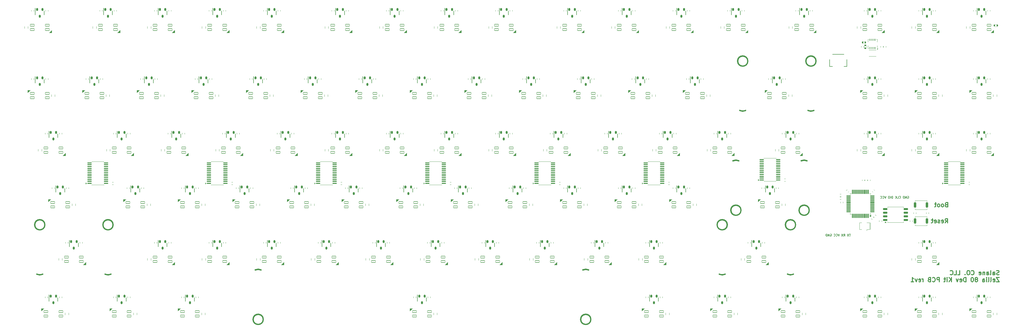
<source format=gbr>
%TF.GenerationSoftware,KiCad,Pcbnew,8.0.6*%
%TF.CreationDate,2025-04-02T20:39:07+07:00*%
%TF.ProjectId,Zellia80,5a656c6c-6961-4383-902e-6b696361645f,rev?*%
%TF.SameCoordinates,Original*%
%TF.FileFunction,Legend,Bot*%
%TF.FilePolarity,Positive*%
%FSLAX46Y46*%
G04 Gerber Fmt 4.6, Leading zero omitted, Abs format (unit mm)*
G04 Created by KiCad (PCBNEW 8.0.6) date 2025-04-02 20:39:07*
%MOMM*%
%LPD*%
G01*
G04 APERTURE LIST*
G04 Aperture macros list*
%AMRoundRect*
0 Rectangle with rounded corners*
0 $1 Rounding radius*
0 $2 $3 $4 $5 $6 $7 $8 $9 X,Y pos of 4 corners*
0 Add a 4 corners polygon primitive as box body*
4,1,4,$2,$3,$4,$5,$6,$7,$8,$9,$2,$3,0*
0 Add four circle primitives for the rounded corners*
1,1,$1+$1,$2,$3*
1,1,$1+$1,$4,$5*
1,1,$1+$1,$6,$7*
1,1,$1+$1,$8,$9*
0 Add four rect primitives between the rounded corners*
20,1,$1+$1,$2,$3,$4,$5,0*
20,1,$1+$1,$4,$5,$6,$7,0*
20,1,$1+$1,$6,$7,$8,$9,0*
20,1,$1+$1,$8,$9,$2,$3,0*%
%AMRotRect*
0 Rectangle, with rotation*
0 The origin of the aperture is its center*
0 $1 length*
0 $2 width*
0 $3 Rotation angle, in degrees counterclockwise*
0 Add horizontal line*
21,1,$1,$2,0,0,$3*%
%AMFreePoly0*
4,1,21,-0.125000,1.200000,0.125000,1.200000,0.125000,1.700000,0.375000,1.700000,0.375000,1.200000,0.825000,1.200000,0.825000,-1.200000,0.375000,-1.200000,0.375000,-1.700000,0.125000,-1.700000,0.125000,-1.200000,-0.125000,-1.200000,-0.125000,-1.700000,-0.375000,-1.700000,-0.375000,-1.200000,-0.825000,-1.200000,-0.825000,1.200000,-0.375000,1.200000,-0.375000,1.700000,-0.125000,1.700000,
-0.125000,1.200000,-0.125000,1.200000,$1*%
G04 Aperture macros list end*
%ADD10C,0.187500*%
%ADD11C,0.300000*%
%ADD12C,0.100000*%
%ADD13C,0.120000*%
%ADD14C,0.153000*%
%ADD15C,0.150000*%
%ADD16C,0.500000*%
%ADD17RoundRect,0.082000X0.718000X-0.328000X0.718000X0.328000X-0.718000X0.328000X-0.718000X-0.328000X0*%
%ADD18RoundRect,0.082000X-0.718000X0.328000X-0.718000X-0.328000X0.718000X-0.328000X0.718000X0.328000X0*%
%ADD19C,0.800000*%
%ADD20C,5.000000*%
%ADD21O,1.700000X1.700000*%
%ADD22R,1.700000X1.700000*%
%ADD23R,0.620000X0.560000*%
%ADD24R,0.560000X0.620000*%
%ADD25RoundRect,0.150000X-0.150000X0.350000X-0.150000X-0.350000X0.150000X-0.350000X0.150000X0.350000X0*%
%ADD26C,1.750000*%
%ADD27R,0.750000X0.800000*%
%ADD28RotRect,0.560000X0.620000X135.000000*%
%ADD29R,0.600000X1.550000*%
%ADD30R,1.200000X1.800000*%
%ADD31RoundRect,0.075000X0.662500X-0.075000X0.662500X0.075000X-0.662500X0.075000X-0.662500X-0.075000X0*%
%ADD32RoundRect,0.075000X0.075000X-0.662500X0.075000X0.662500X-0.075000X0.662500X-0.075000X-0.662500X0*%
%ADD33RotRect,0.560000X0.620000X225.000000*%
%ADD34RoundRect,0.100000X-0.637500X-0.100000X0.637500X-0.100000X0.637500X0.100000X-0.637500X0.100000X0*%
%ADD35C,3.048000*%
%ADD36C,3.987800*%
%ADD37RoundRect,0.135000X0.135000X0.185000X-0.135000X0.185000X-0.135000X-0.185000X0.135000X-0.185000X0*%
%ADD38FreePoly0,90.000000*%
%ADD39RoundRect,0.060000X0.060000X-0.240000X0.060000X0.240000X-0.060000X0.240000X-0.060000X-0.240000X0*%
%ADD40RoundRect,0.135000X0.185000X-0.135000X0.185000X0.135000X-0.185000X0.135000X-0.185000X-0.135000X0*%
%ADD41RotRect,0.560000X0.620000X315.000000*%
%ADD42RoundRect,0.200000X0.200000X0.800000X-0.200000X0.800000X-0.200000X-0.800000X0.200000X-0.800000X0*%
%ADD43RoundRect,0.150000X-0.650000X-0.150000X0.650000X-0.150000X0.650000X0.150000X-0.650000X0.150000X0*%
%ADD44R,1.000000X1.500000*%
%ADD45R,0.400000X1.900000*%
%ADD46RoundRect,0.140000X-0.140000X-0.170000X0.140000X-0.170000X0.140000X0.170000X-0.140000X0.170000X0*%
G04 APERTURE END LIST*
D10*
X282928078Y-77196616D02*
X282499507Y-77196616D01*
X282713792Y-77946616D02*
X282713792Y-77196616D01*
X282320935Y-77196616D02*
X281820935Y-77946616D01*
X281820935Y-77196616D02*
X282320935Y-77946616D01*
X280535220Y-77946616D02*
X280785220Y-77589473D01*
X280963791Y-77946616D02*
X280963791Y-77196616D01*
X280963791Y-77196616D02*
X280678077Y-77196616D01*
X280678077Y-77196616D02*
X280606648Y-77232330D01*
X280606648Y-77232330D02*
X280570934Y-77268044D01*
X280570934Y-77268044D02*
X280535220Y-77339473D01*
X280535220Y-77339473D02*
X280535220Y-77446616D01*
X280535220Y-77446616D02*
X280570934Y-77518044D01*
X280570934Y-77518044D02*
X280606648Y-77553759D01*
X280606648Y-77553759D02*
X280678077Y-77589473D01*
X280678077Y-77589473D02*
X280963791Y-77589473D01*
X280285220Y-77196616D02*
X279785220Y-77946616D01*
X279785220Y-77196616D02*
X280285220Y-77946616D01*
X279035219Y-77196616D02*
X278785219Y-77946616D01*
X278785219Y-77946616D02*
X278535219Y-77196616D01*
X277856648Y-77875187D02*
X277892362Y-77910902D01*
X277892362Y-77910902D02*
X277999505Y-77946616D01*
X277999505Y-77946616D02*
X278070933Y-77946616D01*
X278070933Y-77946616D02*
X278178076Y-77910902D01*
X278178076Y-77910902D02*
X278249505Y-77839473D01*
X278249505Y-77839473D02*
X278285219Y-77768044D01*
X278285219Y-77768044D02*
X278320933Y-77625187D01*
X278320933Y-77625187D02*
X278320933Y-77518044D01*
X278320933Y-77518044D02*
X278285219Y-77375187D01*
X278285219Y-77375187D02*
X278249505Y-77303759D01*
X278249505Y-77303759D02*
X278178076Y-77232330D01*
X278178076Y-77232330D02*
X278070933Y-77196616D01*
X278070933Y-77196616D02*
X277999505Y-77196616D01*
X277999505Y-77196616D02*
X277892362Y-77232330D01*
X277892362Y-77232330D02*
X277856648Y-77268044D01*
X277106648Y-77875187D02*
X277142362Y-77910902D01*
X277142362Y-77910902D02*
X277249505Y-77946616D01*
X277249505Y-77946616D02*
X277320933Y-77946616D01*
X277320933Y-77946616D02*
X277428076Y-77910902D01*
X277428076Y-77910902D02*
X277499505Y-77839473D01*
X277499505Y-77839473D02*
X277535219Y-77768044D01*
X277535219Y-77768044D02*
X277570933Y-77625187D01*
X277570933Y-77625187D02*
X277570933Y-77518044D01*
X277570933Y-77518044D02*
X277535219Y-77375187D01*
X277535219Y-77375187D02*
X277499505Y-77303759D01*
X277499505Y-77303759D02*
X277428076Y-77232330D01*
X277428076Y-77232330D02*
X277320933Y-77196616D01*
X277320933Y-77196616D02*
X277249505Y-77196616D01*
X277249505Y-77196616D02*
X277142362Y-77232330D01*
X277142362Y-77232330D02*
X277106648Y-77268044D01*
X275820933Y-77232330D02*
X275892362Y-77196616D01*
X275892362Y-77196616D02*
X275999504Y-77196616D01*
X275999504Y-77196616D02*
X276106647Y-77232330D01*
X276106647Y-77232330D02*
X276178076Y-77303759D01*
X276178076Y-77303759D02*
X276213790Y-77375187D01*
X276213790Y-77375187D02*
X276249504Y-77518044D01*
X276249504Y-77518044D02*
X276249504Y-77625187D01*
X276249504Y-77625187D02*
X276213790Y-77768044D01*
X276213790Y-77768044D02*
X276178076Y-77839473D01*
X276178076Y-77839473D02*
X276106647Y-77910902D01*
X276106647Y-77910902D02*
X275999504Y-77946616D01*
X275999504Y-77946616D02*
X275928076Y-77946616D01*
X275928076Y-77946616D02*
X275820933Y-77910902D01*
X275820933Y-77910902D02*
X275785219Y-77875187D01*
X275785219Y-77875187D02*
X275785219Y-77625187D01*
X275785219Y-77625187D02*
X275928076Y-77625187D01*
X275463790Y-77946616D02*
X275463790Y-77196616D01*
X275463790Y-77196616D02*
X275035219Y-77946616D01*
X275035219Y-77946616D02*
X275035219Y-77196616D01*
X274678076Y-77946616D02*
X274678076Y-77196616D01*
X274678076Y-77196616D02*
X274499505Y-77196616D01*
X274499505Y-77196616D02*
X274392362Y-77232330D01*
X274392362Y-77232330D02*
X274320933Y-77303759D01*
X274320933Y-77303759D02*
X274285219Y-77375187D01*
X274285219Y-77375187D02*
X274249505Y-77518044D01*
X274249505Y-77518044D02*
X274249505Y-77625187D01*
X274249505Y-77625187D02*
X274285219Y-77768044D01*
X274285219Y-77768044D02*
X274320933Y-77839473D01*
X274320933Y-77839473D02*
X274392362Y-77910902D01*
X274392362Y-77910902D02*
X274499505Y-77946616D01*
X274499505Y-77946616D02*
X274678076Y-77946616D01*
D11*
X315900878Y-73353348D02*
X316400878Y-72639062D01*
X316758021Y-73353348D02*
X316758021Y-71853348D01*
X316758021Y-71853348D02*
X316186592Y-71853348D01*
X316186592Y-71853348D02*
X316043735Y-71924777D01*
X316043735Y-71924777D02*
X315972306Y-71996205D01*
X315972306Y-71996205D02*
X315900878Y-72139062D01*
X315900878Y-72139062D02*
X315900878Y-72353348D01*
X315900878Y-72353348D02*
X315972306Y-72496205D01*
X315972306Y-72496205D02*
X316043735Y-72567634D01*
X316043735Y-72567634D02*
X316186592Y-72639062D01*
X316186592Y-72639062D02*
X316758021Y-72639062D01*
X314686592Y-73281920D02*
X314829449Y-73353348D01*
X314829449Y-73353348D02*
X315115164Y-73353348D01*
X315115164Y-73353348D02*
X315258021Y-73281920D01*
X315258021Y-73281920D02*
X315329449Y-73139062D01*
X315329449Y-73139062D02*
X315329449Y-72567634D01*
X315329449Y-72567634D02*
X315258021Y-72424777D01*
X315258021Y-72424777D02*
X315115164Y-72353348D01*
X315115164Y-72353348D02*
X314829449Y-72353348D01*
X314829449Y-72353348D02*
X314686592Y-72424777D01*
X314686592Y-72424777D02*
X314615164Y-72567634D01*
X314615164Y-72567634D02*
X314615164Y-72710491D01*
X314615164Y-72710491D02*
X315329449Y-72853348D01*
X314043735Y-73281920D02*
X313900878Y-73353348D01*
X313900878Y-73353348D02*
X313615164Y-73353348D01*
X313615164Y-73353348D02*
X313472307Y-73281920D01*
X313472307Y-73281920D02*
X313400878Y-73139062D01*
X313400878Y-73139062D02*
X313400878Y-73067634D01*
X313400878Y-73067634D02*
X313472307Y-72924777D01*
X313472307Y-72924777D02*
X313615164Y-72853348D01*
X313615164Y-72853348D02*
X313829450Y-72853348D01*
X313829450Y-72853348D02*
X313972307Y-72781920D01*
X313972307Y-72781920D02*
X314043735Y-72639062D01*
X314043735Y-72639062D02*
X314043735Y-72567634D01*
X314043735Y-72567634D02*
X313972307Y-72424777D01*
X313972307Y-72424777D02*
X313829450Y-72353348D01*
X313829450Y-72353348D02*
X313615164Y-72353348D01*
X313615164Y-72353348D02*
X313472307Y-72424777D01*
X312186592Y-73281920D02*
X312329449Y-73353348D01*
X312329449Y-73353348D02*
X312615164Y-73353348D01*
X312615164Y-73353348D02*
X312758021Y-73281920D01*
X312758021Y-73281920D02*
X312829449Y-73139062D01*
X312829449Y-73139062D02*
X312829449Y-72567634D01*
X312829449Y-72567634D02*
X312758021Y-72424777D01*
X312758021Y-72424777D02*
X312615164Y-72353348D01*
X312615164Y-72353348D02*
X312329449Y-72353348D01*
X312329449Y-72353348D02*
X312186592Y-72424777D01*
X312186592Y-72424777D02*
X312115164Y-72567634D01*
X312115164Y-72567634D02*
X312115164Y-72710491D01*
X312115164Y-72710491D02*
X312829449Y-72853348D01*
X311686592Y-72353348D02*
X311115164Y-72353348D01*
X311472307Y-71853348D02*
X311472307Y-73139062D01*
X311472307Y-73139062D02*
X311400878Y-73281920D01*
X311400878Y-73281920D02*
X311258021Y-73353348D01*
X311258021Y-73353348D02*
X311115164Y-73353348D01*
X334723167Y-91401984D02*
X334508882Y-91473412D01*
X334508882Y-91473412D02*
X334151739Y-91473412D01*
X334151739Y-91473412D02*
X334008882Y-91401984D01*
X334008882Y-91401984D02*
X333937453Y-91330555D01*
X333937453Y-91330555D02*
X333866024Y-91187698D01*
X333866024Y-91187698D02*
X333866024Y-91044841D01*
X333866024Y-91044841D02*
X333937453Y-90901984D01*
X333937453Y-90901984D02*
X334008882Y-90830555D01*
X334008882Y-90830555D02*
X334151739Y-90759126D01*
X334151739Y-90759126D02*
X334437453Y-90687698D01*
X334437453Y-90687698D02*
X334580310Y-90616269D01*
X334580310Y-90616269D02*
X334651739Y-90544841D01*
X334651739Y-90544841D02*
X334723167Y-90401984D01*
X334723167Y-90401984D02*
X334723167Y-90259126D01*
X334723167Y-90259126D02*
X334651739Y-90116269D01*
X334651739Y-90116269D02*
X334580310Y-90044841D01*
X334580310Y-90044841D02*
X334437453Y-89973412D01*
X334437453Y-89973412D02*
X334080310Y-89973412D01*
X334080310Y-89973412D02*
X333866024Y-90044841D01*
X332580311Y-91473412D02*
X332580311Y-90687698D01*
X332580311Y-90687698D02*
X332651739Y-90544841D01*
X332651739Y-90544841D02*
X332794596Y-90473412D01*
X332794596Y-90473412D02*
X333080311Y-90473412D01*
X333080311Y-90473412D02*
X333223168Y-90544841D01*
X332580311Y-91401984D02*
X332723168Y-91473412D01*
X332723168Y-91473412D02*
X333080311Y-91473412D01*
X333080311Y-91473412D02*
X333223168Y-91401984D01*
X333223168Y-91401984D02*
X333294596Y-91259126D01*
X333294596Y-91259126D02*
X333294596Y-91116269D01*
X333294596Y-91116269D02*
X333223168Y-90973412D01*
X333223168Y-90973412D02*
X333080311Y-90901984D01*
X333080311Y-90901984D02*
X332723168Y-90901984D01*
X332723168Y-90901984D02*
X332580311Y-90830555D01*
X331651739Y-91473412D02*
X331794596Y-91401984D01*
X331794596Y-91401984D02*
X331866025Y-91259126D01*
X331866025Y-91259126D02*
X331866025Y-89973412D01*
X330437454Y-91473412D02*
X330437454Y-90687698D01*
X330437454Y-90687698D02*
X330508882Y-90544841D01*
X330508882Y-90544841D02*
X330651739Y-90473412D01*
X330651739Y-90473412D02*
X330937454Y-90473412D01*
X330937454Y-90473412D02*
X331080311Y-90544841D01*
X330437454Y-91401984D02*
X330580311Y-91473412D01*
X330580311Y-91473412D02*
X330937454Y-91473412D01*
X330937454Y-91473412D02*
X331080311Y-91401984D01*
X331080311Y-91401984D02*
X331151739Y-91259126D01*
X331151739Y-91259126D02*
X331151739Y-91116269D01*
X331151739Y-91116269D02*
X331080311Y-90973412D01*
X331080311Y-90973412D02*
X330937454Y-90901984D01*
X330937454Y-90901984D02*
X330580311Y-90901984D01*
X330580311Y-90901984D02*
X330437454Y-90830555D01*
X329723168Y-90473412D02*
X329723168Y-91473412D01*
X329723168Y-90616269D02*
X329651739Y-90544841D01*
X329651739Y-90544841D02*
X329508882Y-90473412D01*
X329508882Y-90473412D02*
X329294596Y-90473412D01*
X329294596Y-90473412D02*
X329151739Y-90544841D01*
X329151739Y-90544841D02*
X329080311Y-90687698D01*
X329080311Y-90687698D02*
X329080311Y-91473412D01*
X327794596Y-91401984D02*
X327937453Y-91473412D01*
X327937453Y-91473412D02*
X328223168Y-91473412D01*
X328223168Y-91473412D02*
X328366025Y-91401984D01*
X328366025Y-91401984D02*
X328437453Y-91259126D01*
X328437453Y-91259126D02*
X328437453Y-90687698D01*
X328437453Y-90687698D02*
X328366025Y-90544841D01*
X328366025Y-90544841D02*
X328223168Y-90473412D01*
X328223168Y-90473412D02*
X327937453Y-90473412D01*
X327937453Y-90473412D02*
X327794596Y-90544841D01*
X327794596Y-90544841D02*
X327723168Y-90687698D01*
X327723168Y-90687698D02*
X327723168Y-90830555D01*
X327723168Y-90830555D02*
X328437453Y-90973412D01*
X325080311Y-91330555D02*
X325151739Y-91401984D01*
X325151739Y-91401984D02*
X325366025Y-91473412D01*
X325366025Y-91473412D02*
X325508882Y-91473412D01*
X325508882Y-91473412D02*
X325723168Y-91401984D01*
X325723168Y-91401984D02*
X325866025Y-91259126D01*
X325866025Y-91259126D02*
X325937454Y-91116269D01*
X325937454Y-91116269D02*
X326008882Y-90830555D01*
X326008882Y-90830555D02*
X326008882Y-90616269D01*
X326008882Y-90616269D02*
X325937454Y-90330555D01*
X325937454Y-90330555D02*
X325866025Y-90187698D01*
X325866025Y-90187698D02*
X325723168Y-90044841D01*
X325723168Y-90044841D02*
X325508882Y-89973412D01*
X325508882Y-89973412D02*
X325366025Y-89973412D01*
X325366025Y-89973412D02*
X325151739Y-90044841D01*
X325151739Y-90044841D02*
X325080311Y-90116269D01*
X324151739Y-89973412D02*
X323866025Y-89973412D01*
X323866025Y-89973412D02*
X323723168Y-90044841D01*
X323723168Y-90044841D02*
X323580311Y-90187698D01*
X323580311Y-90187698D02*
X323508882Y-90473412D01*
X323508882Y-90473412D02*
X323508882Y-90973412D01*
X323508882Y-90973412D02*
X323580311Y-91259126D01*
X323580311Y-91259126D02*
X323723168Y-91401984D01*
X323723168Y-91401984D02*
X323866025Y-91473412D01*
X323866025Y-91473412D02*
X324151739Y-91473412D01*
X324151739Y-91473412D02*
X324294597Y-91401984D01*
X324294597Y-91401984D02*
X324437454Y-91259126D01*
X324437454Y-91259126D02*
X324508882Y-90973412D01*
X324508882Y-90973412D02*
X324508882Y-90473412D01*
X324508882Y-90473412D02*
X324437454Y-90187698D01*
X324437454Y-90187698D02*
X324294597Y-90044841D01*
X324294597Y-90044841D02*
X324151739Y-89973412D01*
X322866025Y-91330555D02*
X322794596Y-91401984D01*
X322794596Y-91401984D02*
X322866025Y-91473412D01*
X322866025Y-91473412D02*
X322937453Y-91401984D01*
X322937453Y-91401984D02*
X322866025Y-91330555D01*
X322866025Y-91330555D02*
X322866025Y-91473412D01*
X320294596Y-91473412D02*
X321008882Y-91473412D01*
X321008882Y-91473412D02*
X321008882Y-89973412D01*
X319080310Y-91473412D02*
X319794596Y-91473412D01*
X319794596Y-91473412D02*
X319794596Y-89973412D01*
X317723167Y-91330555D02*
X317794595Y-91401984D01*
X317794595Y-91401984D02*
X318008881Y-91473412D01*
X318008881Y-91473412D02*
X318151738Y-91473412D01*
X318151738Y-91473412D02*
X318366024Y-91401984D01*
X318366024Y-91401984D02*
X318508881Y-91259126D01*
X318508881Y-91259126D02*
X318580310Y-91116269D01*
X318580310Y-91116269D02*
X318651738Y-90830555D01*
X318651738Y-90830555D02*
X318651738Y-90616269D01*
X318651738Y-90616269D02*
X318580310Y-90330555D01*
X318580310Y-90330555D02*
X318508881Y-90187698D01*
X318508881Y-90187698D02*
X318366024Y-90044841D01*
X318366024Y-90044841D02*
X318151738Y-89973412D01*
X318151738Y-89973412D02*
X318008881Y-89973412D01*
X318008881Y-89973412D02*
X317794595Y-90044841D01*
X317794595Y-90044841D02*
X317723167Y-90116269D01*
X334794596Y-92388328D02*
X333794596Y-92388328D01*
X333794596Y-92388328D02*
X334794596Y-93888328D01*
X334794596Y-93888328D02*
X333794596Y-93888328D01*
X332651739Y-93816900D02*
X332794596Y-93888328D01*
X332794596Y-93888328D02*
X333080311Y-93888328D01*
X333080311Y-93888328D02*
X333223168Y-93816900D01*
X333223168Y-93816900D02*
X333294596Y-93674042D01*
X333294596Y-93674042D02*
X333294596Y-93102614D01*
X333294596Y-93102614D02*
X333223168Y-92959757D01*
X333223168Y-92959757D02*
X333080311Y-92888328D01*
X333080311Y-92888328D02*
X332794596Y-92888328D01*
X332794596Y-92888328D02*
X332651739Y-92959757D01*
X332651739Y-92959757D02*
X332580311Y-93102614D01*
X332580311Y-93102614D02*
X332580311Y-93245471D01*
X332580311Y-93245471D02*
X333294596Y-93388328D01*
X331723168Y-93888328D02*
X331866025Y-93816900D01*
X331866025Y-93816900D02*
X331937454Y-93674042D01*
X331937454Y-93674042D02*
X331937454Y-92388328D01*
X330937454Y-93888328D02*
X331080311Y-93816900D01*
X331080311Y-93816900D02*
X331151740Y-93674042D01*
X331151740Y-93674042D02*
X331151740Y-92388328D01*
X330366026Y-93888328D02*
X330366026Y-92888328D01*
X330366026Y-92388328D02*
X330437454Y-92459757D01*
X330437454Y-92459757D02*
X330366026Y-92531185D01*
X330366026Y-92531185D02*
X330294597Y-92459757D01*
X330294597Y-92459757D02*
X330366026Y-92388328D01*
X330366026Y-92388328D02*
X330366026Y-92531185D01*
X329008883Y-93888328D02*
X329008883Y-93102614D01*
X329008883Y-93102614D02*
X329080311Y-92959757D01*
X329080311Y-92959757D02*
X329223168Y-92888328D01*
X329223168Y-92888328D02*
X329508883Y-92888328D01*
X329508883Y-92888328D02*
X329651740Y-92959757D01*
X329008883Y-93816900D02*
X329151740Y-93888328D01*
X329151740Y-93888328D02*
X329508883Y-93888328D01*
X329508883Y-93888328D02*
X329651740Y-93816900D01*
X329651740Y-93816900D02*
X329723168Y-93674042D01*
X329723168Y-93674042D02*
X329723168Y-93531185D01*
X329723168Y-93531185D02*
X329651740Y-93388328D01*
X329651740Y-93388328D02*
X329508883Y-93316900D01*
X329508883Y-93316900D02*
X329151740Y-93316900D01*
X329151740Y-93316900D02*
X329008883Y-93245471D01*
X326937454Y-93031185D02*
X327080311Y-92959757D01*
X327080311Y-92959757D02*
X327151740Y-92888328D01*
X327151740Y-92888328D02*
X327223168Y-92745471D01*
X327223168Y-92745471D02*
X327223168Y-92674042D01*
X327223168Y-92674042D02*
X327151740Y-92531185D01*
X327151740Y-92531185D02*
X327080311Y-92459757D01*
X327080311Y-92459757D02*
X326937454Y-92388328D01*
X326937454Y-92388328D02*
X326651740Y-92388328D01*
X326651740Y-92388328D02*
X326508883Y-92459757D01*
X326508883Y-92459757D02*
X326437454Y-92531185D01*
X326437454Y-92531185D02*
X326366025Y-92674042D01*
X326366025Y-92674042D02*
X326366025Y-92745471D01*
X326366025Y-92745471D02*
X326437454Y-92888328D01*
X326437454Y-92888328D02*
X326508883Y-92959757D01*
X326508883Y-92959757D02*
X326651740Y-93031185D01*
X326651740Y-93031185D02*
X326937454Y-93031185D01*
X326937454Y-93031185D02*
X327080311Y-93102614D01*
X327080311Y-93102614D02*
X327151740Y-93174042D01*
X327151740Y-93174042D02*
X327223168Y-93316900D01*
X327223168Y-93316900D02*
X327223168Y-93602614D01*
X327223168Y-93602614D02*
X327151740Y-93745471D01*
X327151740Y-93745471D02*
X327080311Y-93816900D01*
X327080311Y-93816900D02*
X326937454Y-93888328D01*
X326937454Y-93888328D02*
X326651740Y-93888328D01*
X326651740Y-93888328D02*
X326508883Y-93816900D01*
X326508883Y-93816900D02*
X326437454Y-93745471D01*
X326437454Y-93745471D02*
X326366025Y-93602614D01*
X326366025Y-93602614D02*
X326366025Y-93316900D01*
X326366025Y-93316900D02*
X326437454Y-93174042D01*
X326437454Y-93174042D02*
X326508883Y-93102614D01*
X326508883Y-93102614D02*
X326651740Y-93031185D01*
X325437454Y-92388328D02*
X325294597Y-92388328D01*
X325294597Y-92388328D02*
X325151740Y-92459757D01*
X325151740Y-92459757D02*
X325080312Y-92531185D01*
X325080312Y-92531185D02*
X325008883Y-92674042D01*
X325008883Y-92674042D02*
X324937454Y-92959757D01*
X324937454Y-92959757D02*
X324937454Y-93316900D01*
X324937454Y-93316900D02*
X325008883Y-93602614D01*
X325008883Y-93602614D02*
X325080312Y-93745471D01*
X325080312Y-93745471D02*
X325151740Y-93816900D01*
X325151740Y-93816900D02*
X325294597Y-93888328D01*
X325294597Y-93888328D02*
X325437454Y-93888328D01*
X325437454Y-93888328D02*
X325580312Y-93816900D01*
X325580312Y-93816900D02*
X325651740Y-93745471D01*
X325651740Y-93745471D02*
X325723169Y-93602614D01*
X325723169Y-93602614D02*
X325794597Y-93316900D01*
X325794597Y-93316900D02*
X325794597Y-92959757D01*
X325794597Y-92959757D02*
X325723169Y-92674042D01*
X325723169Y-92674042D02*
X325651740Y-92531185D01*
X325651740Y-92531185D02*
X325580312Y-92459757D01*
X325580312Y-92459757D02*
X325437454Y-92388328D01*
X323151741Y-93888328D02*
X323151741Y-92388328D01*
X323151741Y-92388328D02*
X322794598Y-92388328D01*
X322794598Y-92388328D02*
X322580312Y-92459757D01*
X322580312Y-92459757D02*
X322437455Y-92602614D01*
X322437455Y-92602614D02*
X322366026Y-92745471D01*
X322366026Y-92745471D02*
X322294598Y-93031185D01*
X322294598Y-93031185D02*
X322294598Y-93245471D01*
X322294598Y-93245471D02*
X322366026Y-93531185D01*
X322366026Y-93531185D02*
X322437455Y-93674042D01*
X322437455Y-93674042D02*
X322580312Y-93816900D01*
X322580312Y-93816900D02*
X322794598Y-93888328D01*
X322794598Y-93888328D02*
X323151741Y-93888328D01*
X321080312Y-93816900D02*
X321223169Y-93888328D01*
X321223169Y-93888328D02*
X321508884Y-93888328D01*
X321508884Y-93888328D02*
X321651741Y-93816900D01*
X321651741Y-93816900D02*
X321723169Y-93674042D01*
X321723169Y-93674042D02*
X321723169Y-93102614D01*
X321723169Y-93102614D02*
X321651741Y-92959757D01*
X321651741Y-92959757D02*
X321508884Y-92888328D01*
X321508884Y-92888328D02*
X321223169Y-92888328D01*
X321223169Y-92888328D02*
X321080312Y-92959757D01*
X321080312Y-92959757D02*
X321008884Y-93102614D01*
X321008884Y-93102614D02*
X321008884Y-93245471D01*
X321008884Y-93245471D02*
X321723169Y-93388328D01*
X320508884Y-92888328D02*
X320151741Y-93888328D01*
X320151741Y-93888328D02*
X319794598Y-92888328D01*
X318080313Y-93888328D02*
X318080313Y-92388328D01*
X317223170Y-93888328D02*
X317866027Y-93031185D01*
X317223170Y-92388328D02*
X318080313Y-93245471D01*
X316580313Y-93888328D02*
X316580313Y-92888328D01*
X316580313Y-92388328D02*
X316651741Y-92459757D01*
X316651741Y-92459757D02*
X316580313Y-92531185D01*
X316580313Y-92531185D02*
X316508884Y-92459757D01*
X316508884Y-92459757D02*
X316580313Y-92388328D01*
X316580313Y-92388328D02*
X316580313Y-92531185D01*
X316080312Y-92888328D02*
X315508884Y-92888328D01*
X315866027Y-92388328D02*
X315866027Y-93674042D01*
X315866027Y-93674042D02*
X315794598Y-93816900D01*
X315794598Y-93816900D02*
X315651741Y-93888328D01*
X315651741Y-93888328D02*
X315508884Y-93888328D01*
X313866027Y-93888328D02*
X313866027Y-92388328D01*
X313866027Y-92388328D02*
X313294598Y-92388328D01*
X313294598Y-92388328D02*
X313151741Y-92459757D01*
X313151741Y-92459757D02*
X313080312Y-92531185D01*
X313080312Y-92531185D02*
X313008884Y-92674042D01*
X313008884Y-92674042D02*
X313008884Y-92888328D01*
X313008884Y-92888328D02*
X313080312Y-93031185D01*
X313080312Y-93031185D02*
X313151741Y-93102614D01*
X313151741Y-93102614D02*
X313294598Y-93174042D01*
X313294598Y-93174042D02*
X313866027Y-93174042D01*
X311508884Y-93745471D02*
X311580312Y-93816900D01*
X311580312Y-93816900D02*
X311794598Y-93888328D01*
X311794598Y-93888328D02*
X311937455Y-93888328D01*
X311937455Y-93888328D02*
X312151741Y-93816900D01*
X312151741Y-93816900D02*
X312294598Y-93674042D01*
X312294598Y-93674042D02*
X312366027Y-93531185D01*
X312366027Y-93531185D02*
X312437455Y-93245471D01*
X312437455Y-93245471D02*
X312437455Y-93031185D01*
X312437455Y-93031185D02*
X312366027Y-92745471D01*
X312366027Y-92745471D02*
X312294598Y-92602614D01*
X312294598Y-92602614D02*
X312151741Y-92459757D01*
X312151741Y-92459757D02*
X311937455Y-92388328D01*
X311937455Y-92388328D02*
X311794598Y-92388328D01*
X311794598Y-92388328D02*
X311580312Y-92459757D01*
X311580312Y-92459757D02*
X311508884Y-92531185D01*
X310366027Y-93102614D02*
X310151741Y-93174042D01*
X310151741Y-93174042D02*
X310080312Y-93245471D01*
X310080312Y-93245471D02*
X310008884Y-93388328D01*
X310008884Y-93388328D02*
X310008884Y-93602614D01*
X310008884Y-93602614D02*
X310080312Y-93745471D01*
X310080312Y-93745471D02*
X310151741Y-93816900D01*
X310151741Y-93816900D02*
X310294598Y-93888328D01*
X310294598Y-93888328D02*
X310866027Y-93888328D01*
X310866027Y-93888328D02*
X310866027Y-92388328D01*
X310866027Y-92388328D02*
X310366027Y-92388328D01*
X310366027Y-92388328D02*
X310223170Y-92459757D01*
X310223170Y-92459757D02*
X310151741Y-92531185D01*
X310151741Y-92531185D02*
X310080312Y-92674042D01*
X310080312Y-92674042D02*
X310080312Y-92816900D01*
X310080312Y-92816900D02*
X310151741Y-92959757D01*
X310151741Y-92959757D02*
X310223170Y-93031185D01*
X310223170Y-93031185D02*
X310366027Y-93102614D01*
X310366027Y-93102614D02*
X310866027Y-93102614D01*
X308223170Y-93888328D02*
X308223170Y-92888328D01*
X308223170Y-93174042D02*
X308151741Y-93031185D01*
X308151741Y-93031185D02*
X308080313Y-92959757D01*
X308080313Y-92959757D02*
X307937455Y-92888328D01*
X307937455Y-92888328D02*
X307794598Y-92888328D01*
X306723170Y-93816900D02*
X306866027Y-93888328D01*
X306866027Y-93888328D02*
X307151742Y-93888328D01*
X307151742Y-93888328D02*
X307294599Y-93816900D01*
X307294599Y-93816900D02*
X307366027Y-93674042D01*
X307366027Y-93674042D02*
X307366027Y-93102614D01*
X307366027Y-93102614D02*
X307294599Y-92959757D01*
X307294599Y-92959757D02*
X307151742Y-92888328D01*
X307151742Y-92888328D02*
X306866027Y-92888328D01*
X306866027Y-92888328D02*
X306723170Y-92959757D01*
X306723170Y-92959757D02*
X306651742Y-93102614D01*
X306651742Y-93102614D02*
X306651742Y-93245471D01*
X306651742Y-93245471D02*
X307366027Y-93388328D01*
X306151742Y-92888328D02*
X305794599Y-93888328D01*
X305794599Y-93888328D02*
X305437456Y-92888328D01*
X304080313Y-93888328D02*
X304937456Y-93888328D01*
X304508885Y-93888328D02*
X304508885Y-92388328D01*
X304508885Y-92388328D02*
X304651742Y-92602614D01*
X304651742Y-92602614D02*
X304794599Y-92745471D01*
X304794599Y-92745471D02*
X304937456Y-92816900D01*
D10*
X302795293Y-64032330D02*
X302866722Y-63996616D01*
X302866722Y-63996616D02*
X302973864Y-63996616D01*
X302973864Y-63996616D02*
X303081007Y-64032330D01*
X303081007Y-64032330D02*
X303152436Y-64103759D01*
X303152436Y-64103759D02*
X303188150Y-64175187D01*
X303188150Y-64175187D02*
X303223864Y-64318044D01*
X303223864Y-64318044D02*
X303223864Y-64425187D01*
X303223864Y-64425187D02*
X303188150Y-64568044D01*
X303188150Y-64568044D02*
X303152436Y-64639473D01*
X303152436Y-64639473D02*
X303081007Y-64710902D01*
X303081007Y-64710902D02*
X302973864Y-64746616D01*
X302973864Y-64746616D02*
X302902436Y-64746616D01*
X302902436Y-64746616D02*
X302795293Y-64710902D01*
X302795293Y-64710902D02*
X302759579Y-64675187D01*
X302759579Y-64675187D02*
X302759579Y-64425187D01*
X302759579Y-64425187D02*
X302902436Y-64425187D01*
X302438150Y-64746616D02*
X302438150Y-63996616D01*
X302438150Y-63996616D02*
X302009579Y-64746616D01*
X302009579Y-64746616D02*
X302009579Y-63996616D01*
X301652436Y-64746616D02*
X301652436Y-63996616D01*
X301652436Y-63996616D02*
X301473865Y-63996616D01*
X301473865Y-63996616D02*
X301366722Y-64032330D01*
X301366722Y-64032330D02*
X301295293Y-64103759D01*
X301295293Y-64103759D02*
X301259579Y-64175187D01*
X301259579Y-64175187D02*
X301223865Y-64318044D01*
X301223865Y-64318044D02*
X301223865Y-64425187D01*
X301223865Y-64425187D02*
X301259579Y-64568044D01*
X301259579Y-64568044D02*
X301295293Y-64639473D01*
X301295293Y-64639473D02*
X301366722Y-64710902D01*
X301366722Y-64710902D02*
X301473865Y-64746616D01*
X301473865Y-64746616D02*
X301652436Y-64746616D01*
X299902436Y-64675187D02*
X299938150Y-64710902D01*
X299938150Y-64710902D02*
X300045293Y-64746616D01*
X300045293Y-64746616D02*
X300116721Y-64746616D01*
X300116721Y-64746616D02*
X300223864Y-64710902D01*
X300223864Y-64710902D02*
X300295293Y-64639473D01*
X300295293Y-64639473D02*
X300331007Y-64568044D01*
X300331007Y-64568044D02*
X300366721Y-64425187D01*
X300366721Y-64425187D02*
X300366721Y-64318044D01*
X300366721Y-64318044D02*
X300331007Y-64175187D01*
X300331007Y-64175187D02*
X300295293Y-64103759D01*
X300295293Y-64103759D02*
X300223864Y-64032330D01*
X300223864Y-64032330D02*
X300116721Y-63996616D01*
X300116721Y-63996616D02*
X300045293Y-63996616D01*
X300045293Y-63996616D02*
X299938150Y-64032330D01*
X299938150Y-64032330D02*
X299902436Y-64068044D01*
X299223864Y-64746616D02*
X299581007Y-64746616D01*
X299581007Y-64746616D02*
X299581007Y-63996616D01*
X298973864Y-64746616D02*
X298973864Y-63996616D01*
X298545293Y-64746616D02*
X298866721Y-64318044D01*
X298545293Y-63996616D02*
X298973864Y-64425187D01*
X297652435Y-64746616D02*
X297652435Y-63996616D01*
X297652435Y-63996616D02*
X297473864Y-63996616D01*
X297473864Y-63996616D02*
X297366721Y-64032330D01*
X297366721Y-64032330D02*
X297295292Y-64103759D01*
X297295292Y-64103759D02*
X297259578Y-64175187D01*
X297259578Y-64175187D02*
X297223864Y-64318044D01*
X297223864Y-64318044D02*
X297223864Y-64425187D01*
X297223864Y-64425187D02*
X297259578Y-64568044D01*
X297259578Y-64568044D02*
X297295292Y-64639473D01*
X297295292Y-64639473D02*
X297366721Y-64710902D01*
X297366721Y-64710902D02*
X297473864Y-64746616D01*
X297473864Y-64746616D02*
X297652435Y-64746616D01*
X296902435Y-64746616D02*
X296902435Y-63996616D01*
X296402435Y-63996616D02*
X296259578Y-63996616D01*
X296259578Y-63996616D02*
X296188149Y-64032330D01*
X296188149Y-64032330D02*
X296116721Y-64103759D01*
X296116721Y-64103759D02*
X296081006Y-64246616D01*
X296081006Y-64246616D02*
X296081006Y-64496616D01*
X296081006Y-64496616D02*
X296116721Y-64639473D01*
X296116721Y-64639473D02*
X296188149Y-64710902D01*
X296188149Y-64710902D02*
X296259578Y-64746616D01*
X296259578Y-64746616D02*
X296402435Y-64746616D01*
X296402435Y-64746616D02*
X296473864Y-64710902D01*
X296473864Y-64710902D02*
X296545292Y-64639473D01*
X296545292Y-64639473D02*
X296581006Y-64496616D01*
X296581006Y-64496616D02*
X296581006Y-64246616D01*
X296581006Y-64246616D02*
X296545292Y-64103759D01*
X296545292Y-64103759D02*
X296473864Y-64032330D01*
X296473864Y-64032330D02*
X296402435Y-63996616D01*
X295295292Y-63996616D02*
X295045292Y-64746616D01*
X295045292Y-64746616D02*
X294795292Y-63996616D01*
X294116721Y-64675187D02*
X294152435Y-64710902D01*
X294152435Y-64710902D02*
X294259578Y-64746616D01*
X294259578Y-64746616D02*
X294331006Y-64746616D01*
X294331006Y-64746616D02*
X294438149Y-64710902D01*
X294438149Y-64710902D02*
X294509578Y-64639473D01*
X294509578Y-64639473D02*
X294545292Y-64568044D01*
X294545292Y-64568044D02*
X294581006Y-64425187D01*
X294581006Y-64425187D02*
X294581006Y-64318044D01*
X294581006Y-64318044D02*
X294545292Y-64175187D01*
X294545292Y-64175187D02*
X294509578Y-64103759D01*
X294509578Y-64103759D02*
X294438149Y-64032330D01*
X294438149Y-64032330D02*
X294331006Y-63996616D01*
X294331006Y-63996616D02*
X294259578Y-63996616D01*
X294259578Y-63996616D02*
X294152435Y-64032330D01*
X294152435Y-64032330D02*
X294116721Y-64068044D01*
X293366721Y-64675187D02*
X293402435Y-64710902D01*
X293402435Y-64710902D02*
X293509578Y-64746616D01*
X293509578Y-64746616D02*
X293581006Y-64746616D01*
X293581006Y-64746616D02*
X293688149Y-64710902D01*
X293688149Y-64710902D02*
X293759578Y-64639473D01*
X293759578Y-64639473D02*
X293795292Y-64568044D01*
X293795292Y-64568044D02*
X293831006Y-64425187D01*
X293831006Y-64425187D02*
X293831006Y-64318044D01*
X293831006Y-64318044D02*
X293795292Y-64175187D01*
X293795292Y-64175187D02*
X293759578Y-64103759D01*
X293759578Y-64103759D02*
X293688149Y-64032330D01*
X293688149Y-64032330D02*
X293581006Y-63996616D01*
X293581006Y-63996616D02*
X293509578Y-63996616D01*
X293509578Y-63996616D02*
X293402435Y-64032330D01*
X293402435Y-64032330D02*
X293366721Y-64068044D01*
D11*
X316317620Y-66967634D02*
X316103334Y-67039062D01*
X316103334Y-67039062D02*
X316031905Y-67110491D01*
X316031905Y-67110491D02*
X315960477Y-67253348D01*
X315960477Y-67253348D02*
X315960477Y-67467634D01*
X315960477Y-67467634D02*
X316031905Y-67610491D01*
X316031905Y-67610491D02*
X316103334Y-67681920D01*
X316103334Y-67681920D02*
X316246191Y-67753348D01*
X316246191Y-67753348D02*
X316817620Y-67753348D01*
X316817620Y-67753348D02*
X316817620Y-66253348D01*
X316817620Y-66253348D02*
X316317620Y-66253348D01*
X316317620Y-66253348D02*
X316174763Y-66324777D01*
X316174763Y-66324777D02*
X316103334Y-66396205D01*
X316103334Y-66396205D02*
X316031905Y-66539062D01*
X316031905Y-66539062D02*
X316031905Y-66681920D01*
X316031905Y-66681920D02*
X316103334Y-66824777D01*
X316103334Y-66824777D02*
X316174763Y-66896205D01*
X316174763Y-66896205D02*
X316317620Y-66967634D01*
X316317620Y-66967634D02*
X316817620Y-66967634D01*
X315103334Y-67753348D02*
X315246191Y-67681920D01*
X315246191Y-67681920D02*
X315317620Y-67610491D01*
X315317620Y-67610491D02*
X315389048Y-67467634D01*
X315389048Y-67467634D02*
X315389048Y-67039062D01*
X315389048Y-67039062D02*
X315317620Y-66896205D01*
X315317620Y-66896205D02*
X315246191Y-66824777D01*
X315246191Y-66824777D02*
X315103334Y-66753348D01*
X315103334Y-66753348D02*
X314889048Y-66753348D01*
X314889048Y-66753348D02*
X314746191Y-66824777D01*
X314746191Y-66824777D02*
X314674763Y-66896205D01*
X314674763Y-66896205D02*
X314603334Y-67039062D01*
X314603334Y-67039062D02*
X314603334Y-67467634D01*
X314603334Y-67467634D02*
X314674763Y-67610491D01*
X314674763Y-67610491D02*
X314746191Y-67681920D01*
X314746191Y-67681920D02*
X314889048Y-67753348D01*
X314889048Y-67753348D02*
X315103334Y-67753348D01*
X313746191Y-67753348D02*
X313889048Y-67681920D01*
X313889048Y-67681920D02*
X313960477Y-67610491D01*
X313960477Y-67610491D02*
X314031905Y-67467634D01*
X314031905Y-67467634D02*
X314031905Y-67039062D01*
X314031905Y-67039062D02*
X313960477Y-66896205D01*
X313960477Y-66896205D02*
X313889048Y-66824777D01*
X313889048Y-66824777D02*
X313746191Y-66753348D01*
X313746191Y-66753348D02*
X313531905Y-66753348D01*
X313531905Y-66753348D02*
X313389048Y-66824777D01*
X313389048Y-66824777D02*
X313317620Y-66896205D01*
X313317620Y-66896205D02*
X313246191Y-67039062D01*
X313246191Y-67039062D02*
X313246191Y-67467634D01*
X313246191Y-67467634D02*
X313317620Y-67610491D01*
X313317620Y-67610491D02*
X313389048Y-67681920D01*
X313389048Y-67681920D02*
X313531905Y-67753348D01*
X313531905Y-67753348D02*
X313746191Y-67753348D01*
X312817619Y-66753348D02*
X312246191Y-66753348D01*
X312603334Y-66253348D02*
X312603334Y-67539062D01*
X312603334Y-67539062D02*
X312531905Y-67681920D01*
X312531905Y-67681920D02*
X312389048Y-67753348D01*
X312389048Y-67753348D02*
X312246191Y-67753348D01*
D12*
%TO.C,RGBF5*%
X72000000Y-27892500D02*
X72000000Y-26992500D01*
X72900000Y-26992500D01*
X72000000Y-27892500D01*
G36*
X72000000Y-27892500D02*
G01*
X72000000Y-26992500D01*
X72900000Y-26992500D01*
X72000000Y-27892500D01*
G37*
%TO.C,RGBF13*%
X224400000Y-27892500D02*
X224400000Y-26992500D01*
X225300000Y-26992500D01*
X224400000Y-27892500D01*
G36*
X224400000Y-27892500D02*
G01*
X224400000Y-26992500D01*
X225300000Y-26992500D01*
X224400000Y-27892500D01*
G37*
%TO.C,RGB16*%
X4200000Y-6979999D02*
X3300000Y-6979999D01*
X4200000Y-6079999D01*
X4200000Y-6979999D01*
G36*
X4200000Y-6979999D02*
G01*
X3300000Y-6979999D01*
X4200000Y-6079999D01*
X4200000Y-6979999D01*
G37*
%TO.C,RGB34*%
X332812500Y-49842499D02*
X331912500Y-49842499D01*
X332812500Y-48942499D01*
X332812500Y-49842499D01*
G36*
X332812500Y-49842499D02*
G01*
X331912500Y-49842499D01*
X332812500Y-48942499D01*
X332812500Y-49842499D01*
G37*
%TO.C,RGBF7*%
X110100000Y-27892500D02*
X110100000Y-26992500D01*
X111000000Y-26992500D01*
X110100000Y-27892500D01*
G36*
X110100000Y-27892500D02*
G01*
X110100000Y-26992500D01*
X111000000Y-26992500D01*
X110100000Y-27892500D01*
G37*
%TO.C,RGBF24*%
X124387500Y-65992500D02*
X124387500Y-65092500D01*
X125287500Y-65092500D01*
X124387500Y-65992500D01*
G36*
X124387500Y-65992500D02*
G01*
X124387500Y-65092500D01*
X125287500Y-65092500D01*
X124387500Y-65992500D01*
G37*
%TO.C,RGB48*%
X16106250Y-87942499D02*
X15206250Y-87942499D01*
X16106250Y-87042499D01*
X16106250Y-87942499D01*
G36*
X16106250Y-87942499D02*
G01*
X15206250Y-87942499D01*
X16106250Y-87042499D01*
X16106250Y-87942499D01*
G37*
%TO.C,RGB21*%
X108975000Y-49842499D02*
X108075000Y-49842499D01*
X108975000Y-48942499D01*
X108975000Y-49842499D01*
G36*
X108975000Y-49842499D02*
G01*
X108075000Y-49842499D01*
X108975000Y-48942499D01*
X108975000Y-49842499D01*
G37*
%TO.C,RGB28*%
X204225000Y-49842499D02*
X203325000Y-49842499D01*
X204225000Y-48942499D01*
X204225000Y-49842499D01*
G36*
X204225000Y-49842499D02*
G01*
X203325000Y-49842499D01*
X204225000Y-48942499D01*
X204225000Y-49842499D01*
G37*
%TO.C,RGB42*%
X142312500Y-87942499D02*
X141412500Y-87942499D01*
X142312500Y-87042499D01*
X142312500Y-87942499D01*
G36*
X142312500Y-87942499D02*
G01*
X141412500Y-87942499D01*
X142312500Y-87042499D01*
X142312500Y-87942499D01*
G37*
%TO.C,RGB31*%
X266137500Y-49842499D02*
X265237500Y-49842499D01*
X266137500Y-48942499D01*
X266137500Y-49842499D01*
G36*
X266137500Y-49842499D02*
G01*
X265237500Y-49842499D01*
X266137500Y-48942499D01*
X266137500Y-49842499D01*
G37*
%TO.C,RGBF33*%
X324412500Y-104092500D02*
X324412500Y-103192500D01*
X325312500Y-103192500D01*
X324412500Y-104092500D01*
G36*
X324412500Y-104092500D02*
G01*
X324412500Y-103192500D01*
X325312500Y-103192500D01*
X324412500Y-104092500D01*
G37*
%TO.C,RGBF34*%
X210112500Y-104092500D02*
X210112500Y-103192500D01*
X211012500Y-103192500D01*
X210112500Y-104092500D01*
G36*
X210112500Y-104092500D02*
G01*
X210112500Y-103192500D01*
X211012500Y-103192500D01*
X210112500Y-104092500D01*
G37*
%TO.C,RGB37*%
X254231250Y-87942499D02*
X253331250Y-87942499D01*
X254231250Y-87042499D01*
X254231250Y-87942499D01*
G36*
X254231250Y-87942499D02*
G01*
X253331250Y-87942499D01*
X254231250Y-87042499D01*
X254231250Y-87942499D01*
G37*
%TO.C,RGBF32*%
X305362500Y-104092500D02*
X305362500Y-103192500D01*
X306262500Y-103192500D01*
X305362500Y-104092500D01*
G36*
X305362500Y-104092500D02*
G01*
X305362500Y-103192500D01*
X306262500Y-103192500D01*
X305362500Y-104092500D01*
G37*
%TO.C,RGB15*%
X108975000Y-6979999D02*
X108075000Y-6979999D01*
X108975000Y-6079999D01*
X108975000Y-6979999D01*
G36*
X108975000Y-6979999D02*
G01*
X108075000Y-6979999D01*
X108975000Y-6079999D01*
X108975000Y-6979999D01*
G37*
%TO.C,RGBF26*%
X162487500Y-65992500D02*
X162487500Y-65092500D01*
X163387500Y-65092500D01*
X162487500Y-65992500D01*
G36*
X162487500Y-65992500D02*
G01*
X162487500Y-65092500D01*
X163387500Y-65092500D01*
X162487500Y-65992500D01*
G37*
%TO.C,RGB23*%
X147075000Y-49842499D02*
X146175000Y-49842499D01*
X147075000Y-48942499D01*
X147075000Y-49842499D01*
G36*
X147075000Y-49842499D02*
G01*
X146175000Y-49842499D01*
X147075000Y-48942499D01*
X147075000Y-49842499D01*
G37*
%TO.C,RGB47*%
X47062500Y-87942499D02*
X46162500Y-87942499D01*
X47062500Y-87042499D01*
X47062500Y-87942499D01*
G36*
X47062500Y-87942499D02*
G01*
X46162500Y-87942499D01*
X47062500Y-87042499D01*
X47062500Y-87942499D01*
G37*
%TO.C,RGBF4*%
X52950000Y-27892500D02*
X52950000Y-26992500D01*
X53850000Y-26992500D01*
X52950000Y-27892500D01*
G36*
X52950000Y-27892500D02*
G01*
X52950000Y-26992500D01*
X53850000Y-26992500D01*
X52950000Y-27892500D01*
G37*
%TO.C,RGB36*%
X32775000Y-49842499D02*
X31875000Y-49842499D01*
X32775000Y-48942499D01*
X32775000Y-49842499D01*
G36*
X32775000Y-49842499D02*
G01*
X31875000Y-49842499D01*
X32775000Y-48942499D01*
X32775000Y-49842499D01*
G37*
%TO.C,RGB14*%
X85162500Y-6979999D02*
X84262500Y-6979999D01*
X85162500Y-6079999D01*
X85162500Y-6979999D01*
G36*
X85162500Y-6979999D02*
G01*
X84262500Y-6979999D01*
X85162500Y-6079999D01*
X85162500Y-6979999D01*
G37*
%TO.C,RGBF11*%
X186300000Y-27892500D02*
X186300000Y-26992500D01*
X187200000Y-26992500D01*
X186300000Y-27892500D01*
G36*
X186300000Y-27892500D02*
G01*
X186300000Y-26992500D01*
X187200000Y-26992500D01*
X186300000Y-27892500D01*
G37*
%TO.C,RGBF23*%
X105337500Y-65992500D02*
X105337500Y-65092500D01*
X106237500Y-65092500D01*
X105337500Y-65992500D01*
G36*
X105337500Y-65992500D02*
G01*
X105337500Y-65092500D01*
X106237500Y-65092500D01*
X105337500Y-65992500D01*
G37*
%TO.C,RGBF39*%
X48187500Y-104092500D02*
X48187500Y-103192500D01*
X49087500Y-103192500D01*
X48187500Y-104092500D01*
G36*
X48187500Y-104092500D02*
G01*
X48187500Y-103192500D01*
X49087500Y-103192500D01*
X48187500Y-104092500D01*
G37*
%TO.C,RGBF27*%
X181537500Y-65992500D02*
X181537500Y-65092500D01*
X182437500Y-65092500D01*
X181537500Y-65992500D01*
G36*
X181537500Y-65992500D02*
G01*
X181537500Y-65092500D01*
X182437500Y-65092500D01*
X181537500Y-65992500D01*
G37*
%TO.C,RGBF2*%
X14850000Y-27892500D02*
X14850000Y-26992500D01*
X15750000Y-26992500D01*
X14850000Y-27892500D01*
G36*
X14850000Y-27892500D02*
G01*
X14850000Y-26992500D01*
X15750000Y-26992500D01*
X14850000Y-27892500D01*
G37*
%TO.C,RGB40*%
X180412500Y-87942499D02*
X179512500Y-87942499D01*
X180412500Y-87042499D01*
X180412500Y-87942499D01*
G36*
X180412500Y-87942499D02*
G01*
X179512500Y-87942499D01*
X180412500Y-87042499D01*
X180412500Y-87942499D01*
G37*
%TO.C,RGB41*%
X161362500Y-87942499D02*
X160462500Y-87942499D01*
X161362500Y-87042499D01*
X161362500Y-87942499D01*
G36*
X161362500Y-87942499D02*
G01*
X160462500Y-87942499D01*
X161362500Y-87042499D01*
X161362500Y-87942499D01*
G37*
%TO.C,RGBF38*%
X24375000Y-104092500D02*
X24375000Y-103192500D01*
X25275000Y-103192500D01*
X24375000Y-104092500D01*
G36*
X24375000Y-104092500D02*
G01*
X24375000Y-103192500D01*
X25275000Y-103192500D01*
X24375000Y-104092500D01*
G37*
%TO.C,RGB29*%
X223275000Y-49842499D02*
X222375000Y-49842499D01*
X223275000Y-48942499D01*
X223275000Y-49842499D01*
G36*
X223275000Y-49842499D02*
G01*
X222375000Y-49842499D01*
X223275000Y-48942499D01*
X223275000Y-49842499D01*
G37*
%TO.C,RGBF12*%
X205350000Y-27892500D02*
X205350000Y-26992500D01*
X206250000Y-26992500D01*
X205350000Y-27892500D01*
G36*
X205350000Y-27892500D02*
G01*
X205350000Y-26992500D01*
X206250000Y-26992500D01*
X205350000Y-27892500D01*
G37*
%TO.C,RGB24*%
X166125000Y-49842499D02*
X165225000Y-49842499D01*
X166125000Y-48942499D01*
X166125000Y-49842499D01*
G36*
X166125000Y-49842499D02*
G01*
X165225000Y-49842499D01*
X166125000Y-48942499D01*
X166125000Y-49842499D01*
G37*
%TO.C,RGB39*%
X199462500Y-87942499D02*
X198562500Y-87942499D01*
X199462500Y-87042499D01*
X199462500Y-87942499D01*
G36*
X199462500Y-87942499D02*
G01*
X198562500Y-87942499D01*
X199462500Y-87042499D01*
X199462500Y-87942499D01*
G37*
%TO.C,RGBF14*%
X252975000Y-27892500D02*
X252975000Y-26992500D01*
X253875000Y-26992500D01*
X252975000Y-27892500D01*
G36*
X252975000Y-27892500D02*
G01*
X252975000Y-26992500D01*
X253875000Y-26992500D01*
X252975000Y-27892500D01*
G37*
%TO.C,RGB32*%
X294712500Y-49842499D02*
X293812500Y-49842499D01*
X294712500Y-48942499D01*
X294712500Y-49842499D01*
G36*
X294712500Y-49842499D02*
G01*
X293812500Y-49842499D01*
X294712500Y-48942499D01*
X294712500Y-49842499D01*
G37*
%TO.C,RGBF19*%
X29137500Y-65992500D02*
X29137500Y-65092500D01*
X30037500Y-65092500D01*
X29137500Y-65992500D01*
G36*
X29137500Y-65992500D02*
G01*
X29137500Y-65092500D01*
X30037500Y-65092500D01*
X29137500Y-65992500D01*
G37*
%TO.C,RGB12*%
X47062500Y-6979999D02*
X46162500Y-6979999D01*
X47062500Y-6079999D01*
X47062500Y-6979999D01*
G36*
X47062500Y-6979999D02*
G01*
X46162500Y-6979999D01*
X47062500Y-6079999D01*
X47062500Y-6979999D01*
G37*
%TO.C,RGBF20*%
X48187500Y-65992500D02*
X48187500Y-65092500D01*
X49087500Y-65092500D01*
X48187500Y-65992500D01*
G36*
X48187500Y-65992500D02*
G01*
X48187500Y-65092500D01*
X49087500Y-65092500D01*
X48187500Y-65992500D01*
G37*
%TO.C,RGB1*%
X332812500Y-6979999D02*
X331912500Y-6979999D01*
X332812500Y-6079999D01*
X332812500Y-6979999D01*
G36*
X332812500Y-6979999D02*
G01*
X331912500Y-6979999D01*
X332812500Y-6079999D01*
X332812500Y-6979999D01*
G37*
%TO.C,RGB17*%
X28012500Y-6979999D02*
X27112500Y-6979999D01*
X28012500Y-6079999D01*
X28012500Y-6979999D01*
G36*
X28012500Y-6979999D02*
G01*
X27112500Y-6979999D01*
X28012500Y-6079999D01*
X28012500Y-6979999D01*
G37*
%TO.C,RGBF21*%
X67237500Y-65992500D02*
X67237500Y-65092500D01*
X68137500Y-65092500D01*
X67237500Y-65992500D01*
G36*
X67237500Y-65992500D02*
G01*
X67237500Y-65092500D01*
X68137500Y-65092500D01*
X67237500Y-65992500D01*
G37*
%TO.C,RGBF28*%
X200587500Y-65992500D02*
X200587500Y-65092500D01*
X201487500Y-65092500D01*
X200587500Y-65992500D01*
G36*
X200587500Y-65992500D02*
G01*
X200587500Y-65092500D01*
X201487500Y-65092500D01*
X200587500Y-65992500D01*
G37*
%TO.C,RGB20*%
X89925000Y-49842499D02*
X89025000Y-49842499D01*
X89925000Y-48942499D01*
X89925000Y-49842499D01*
G36*
X89925000Y-49842499D02*
G01*
X89025000Y-49842499D01*
X89925000Y-48942499D01*
X89925000Y-49842499D01*
G37*
%TO.C,RGB7*%
X247087500Y-6979999D02*
X246187500Y-6979999D01*
X247087500Y-6079999D01*
X247087500Y-6979999D01*
G36*
X247087500Y-6979999D02*
G01*
X246187500Y-6979999D01*
X247087500Y-6079999D01*
X247087500Y-6979999D01*
G37*
%TO.C,RGBF37*%
X562500Y-104092500D02*
X562500Y-103192500D01*
X1462500Y-103192500D01*
X562500Y-104092500D01*
G36*
X562500Y-104092500D02*
G01*
X562500Y-103192500D01*
X1462500Y-103192500D01*
X562500Y-104092500D01*
G37*
%TO.C,RGB38*%
X218512500Y-87942499D02*
X217612500Y-87942499D01*
X218512500Y-87042499D01*
X218512500Y-87942499D01*
G36*
X218512500Y-87942499D02*
G01*
X217612500Y-87942499D01*
X218512500Y-87042499D01*
X218512500Y-87942499D01*
G37*
%TO.C,RGB52*%
X313762500Y-87942499D02*
X312862500Y-87942499D01*
X313762500Y-87042499D01*
X313762500Y-87942499D01*
G36*
X313762500Y-87942499D02*
G01*
X312862500Y-87942499D01*
X313762500Y-87042499D01*
X313762500Y-87942499D01*
G37*
%TO.C,RGBF9*%
X148200000Y-27892500D02*
X148200000Y-26992500D01*
X149100000Y-26992500D01*
X148200000Y-27892500D01*
G36*
X148200000Y-27892500D02*
G01*
X148200000Y-26992500D01*
X149100000Y-26992500D01*
X148200000Y-27892500D01*
G37*
%TO.C,RGBF30*%
X250593750Y-65992500D02*
X250593750Y-65092500D01*
X251493750Y-65092500D01*
X250593750Y-65992500D01*
G36*
X250593750Y-65992500D02*
G01*
X250593750Y-65092500D01*
X251493750Y-65092500D01*
X250593750Y-65992500D01*
G37*
%TO.C,RGBF36*%
X257737500Y-104092500D02*
X257737500Y-103192500D01*
X258637500Y-103192500D01*
X257737500Y-104092500D01*
G36*
X257737500Y-104092500D02*
G01*
X257737500Y-103192500D01*
X258637500Y-103192500D01*
X257737500Y-104092500D01*
G37*
%TO.C,RGB6*%
X228037500Y-6979999D02*
X227137500Y-6979999D01*
X228037500Y-6079999D01*
X228037500Y-6979999D01*
G36*
X228037500Y-6979999D02*
G01*
X227137500Y-6979999D01*
X228037500Y-6079999D01*
X228037500Y-6979999D01*
G37*
%TO.C,RGB11*%
X189937500Y-6979999D02*
X189037500Y-6979999D01*
X189937500Y-6079999D01*
X189937500Y-6979999D01*
G36*
X189937500Y-6979999D02*
G01*
X189037500Y-6979999D01*
X189937500Y-6079999D01*
X189937500Y-6979999D01*
G37*
%TO.C,RGB33*%
X313762500Y-49842499D02*
X312862500Y-49842499D01*
X313762500Y-48942499D01*
X313762500Y-49842499D01*
G36*
X313762500Y-49842499D02*
G01*
X312862500Y-49842499D01*
X313762500Y-48942499D01*
X313762500Y-49842499D01*
G37*
%TO.C,RGB10*%
X166125000Y-6979999D02*
X165225000Y-6979999D01*
X166125000Y-6079999D01*
X166125000Y-6979999D01*
G36*
X166125000Y-6979999D02*
G01*
X165225000Y-6979999D01*
X166125000Y-6079999D01*
X166125000Y-6979999D01*
G37*
%TO.C,RGBF35*%
X233925000Y-104092500D02*
X233925000Y-103192500D01*
X234825000Y-103192500D01*
X233925000Y-104092500D01*
G36*
X233925000Y-104092500D02*
G01*
X233925000Y-103192500D01*
X234825000Y-103192500D01*
X233925000Y-104092500D01*
G37*
%TO.C,RGBF16*%
X305362500Y-27892500D02*
X305362500Y-26992500D01*
X306262500Y-26992500D01*
X305362500Y-27892500D01*
G36*
X305362500Y-27892500D02*
G01*
X305362500Y-26992500D01*
X306262500Y-26992500D01*
X305362500Y-27892500D01*
G37*
%TO.C,RGB45*%
X85162500Y-87942499D02*
X84262500Y-87942499D01*
X85162500Y-87042499D01*
X85162500Y-87942499D01*
G36*
X85162500Y-87942499D02*
G01*
X84262500Y-87942499D01*
X85162500Y-87042499D01*
X85162500Y-87942499D01*
G37*
%TO.C,RGB5*%
X208987500Y-6979999D02*
X208087500Y-6979999D01*
X208987500Y-6079999D01*
X208987500Y-6979999D01*
G36*
X208987500Y-6979999D02*
G01*
X208087500Y-6979999D01*
X208987500Y-6079999D01*
X208987500Y-6979999D01*
G37*
%TO.C,RGBF18*%
X2943750Y-65992500D02*
X2943750Y-65092500D01*
X3843750Y-65092500D01*
X2943750Y-65992500D01*
G36*
X2943750Y-65992500D02*
G01*
X2943750Y-65092500D01*
X3843750Y-65092500D01*
X2943750Y-65992500D01*
G37*
%TO.C,RGB3*%
X294712500Y-6979999D02*
X293812500Y-6979999D01*
X294712500Y-6079999D01*
X294712500Y-6979999D01*
G36*
X294712500Y-6979999D02*
G01*
X293812500Y-6979999D01*
X294712500Y-6079999D01*
X294712500Y-6979999D01*
G37*
%TO.C,RGBF8*%
X129150000Y-27892500D02*
X129150000Y-26992500D01*
X130050000Y-26992500D01*
X129150000Y-27892500D01*
G36*
X129150000Y-27892500D02*
G01*
X129150000Y-26992500D01*
X130050000Y-26992500D01*
X129150000Y-27892500D01*
G37*
%TO.C,RGB30*%
X242325000Y-49842499D02*
X241425000Y-49842499D01*
X242325000Y-48942499D01*
X242325000Y-49842499D01*
G36*
X242325000Y-49842499D02*
G01*
X241425000Y-49842499D01*
X242325000Y-48942499D01*
X242325000Y-49842499D01*
G37*
%TO.C,RGB4*%
X270900000Y-6979999D02*
X270000000Y-6979999D01*
X270900000Y-6079999D01*
X270900000Y-6979999D01*
G36*
X270900000Y-6979999D02*
G01*
X270000000Y-6979999D01*
X270900000Y-6079999D01*
X270900000Y-6979999D01*
G37*
%TO.C,RGB35*%
X8962500Y-49842499D02*
X8062500Y-49842499D01*
X8962500Y-48942499D01*
X8962500Y-49842499D01*
G36*
X8962500Y-49842499D02*
G01*
X8062500Y-49842499D01*
X8962500Y-48942499D01*
X8962500Y-49842499D01*
G37*
%TO.C,RGBF6*%
X91050000Y-27892500D02*
X91050000Y-26992500D01*
X91950000Y-26992500D01*
X91050000Y-27892500D01*
G36*
X91050000Y-27892500D02*
G01*
X91050000Y-26992500D01*
X91950000Y-26992500D01*
X91050000Y-27892500D01*
G37*
%TO.C,RGB44*%
X104212500Y-87942499D02*
X103312500Y-87942499D01*
X104212500Y-87042499D01*
X104212500Y-87942499D01*
G36*
X104212500Y-87942499D02*
G01*
X103312500Y-87942499D01*
X104212500Y-87042499D01*
X104212500Y-87942499D01*
G37*
%TO.C,RGBF15*%
X286312500Y-27892500D02*
X286312500Y-26992500D01*
X287212500Y-26992500D01*
X286312500Y-27892500D01*
G36*
X286312500Y-27892500D02*
G01*
X286312500Y-26992500D01*
X287212500Y-26992500D01*
X286312500Y-27892500D01*
G37*
%TO.C,RGBF40*%
X129150000Y-104092500D02*
X129150000Y-103192500D01*
X130050000Y-103192500D01*
X129150000Y-104092500D01*
G36*
X129150000Y-104092500D02*
G01*
X129150000Y-103192500D01*
X130050000Y-103192500D01*
X129150000Y-104092500D01*
G37*
%TO.C,RGBF25*%
X143437500Y-65992500D02*
X143437500Y-65092500D01*
X144337500Y-65092500D01*
X143437500Y-65992500D01*
G36*
X143437500Y-65992500D02*
G01*
X143437500Y-65092500D01*
X144337500Y-65092500D01*
X143437500Y-65992500D01*
G37*
%TO.C,RGB46*%
X66112500Y-87942499D02*
X65212500Y-87942499D01*
X66112500Y-87042499D01*
X66112500Y-87942499D01*
G36*
X66112500Y-87942499D02*
G01*
X65212500Y-87942499D01*
X66112500Y-87042499D01*
X66112500Y-87942499D01*
G37*
%TO.C,RGB18*%
X51825000Y-49842499D02*
X50925000Y-49842499D01*
X51825000Y-48942499D01*
X51825000Y-49842499D01*
G36*
X51825000Y-49842499D02*
G01*
X50925000Y-49842499D01*
X51825000Y-48942499D01*
X51825000Y-49842499D01*
G37*
%TO.C,RGBF3*%
X33900000Y-27892500D02*
X33900000Y-26992500D01*
X34800000Y-26992500D01*
X33900000Y-27892500D01*
G36*
X33900000Y-27892500D02*
G01*
X33900000Y-26992500D01*
X34800000Y-26992500D01*
X33900000Y-27892500D01*
G37*
%TO.C,RGB25*%
X185175000Y-49842499D02*
X184275000Y-49842499D01*
X185175000Y-48942499D01*
X185175000Y-49842499D01*
G36*
X185175000Y-49842499D02*
G01*
X184275000Y-49842499D01*
X185175000Y-48942499D01*
X185175000Y-49842499D01*
G37*
%TO.C,RGB2*%
X313762500Y-6979999D02*
X312862500Y-6979999D01*
X313762500Y-6079999D01*
X313762500Y-6979999D01*
G36*
X313762500Y-6979999D02*
G01*
X312862500Y-6979999D01*
X313762500Y-6079999D01*
X313762500Y-6979999D01*
G37*
%TO.C,RGB8*%
X128025000Y-6979999D02*
X127125000Y-6979999D01*
X128025000Y-6079999D01*
X128025000Y-6979999D01*
G36*
X128025000Y-6979999D02*
G01*
X127125000Y-6979999D01*
X128025000Y-6079999D01*
X128025000Y-6979999D01*
G37*
%TO.C,RGB9*%
X147075000Y-6979999D02*
X146175000Y-6979999D01*
X147075000Y-6079999D01*
X147075000Y-6979999D01*
G36*
X147075000Y-6979999D02*
G01*
X146175000Y-6979999D01*
X147075000Y-6079999D01*
X147075000Y-6979999D01*
G37*
%TO.C,RGB43*%
X123262500Y-87942499D02*
X122362500Y-87942499D01*
X123262500Y-87042499D01*
X123262500Y-87942499D01*
G36*
X123262500Y-87942499D02*
G01*
X122362500Y-87942499D01*
X123262500Y-87042499D01*
X123262500Y-87942499D01*
G37*
%TO.C,RGBF1*%
X-4200000Y-27892500D02*
X-4200000Y-26992500D01*
X-3300000Y-26992500D01*
X-4200000Y-27892500D01*
G36*
X-4200000Y-27892500D02*
G01*
X-4200000Y-26992500D01*
X-3300000Y-26992500D01*
X-4200000Y-27892500D01*
G37*
%TO.C,RGBF22*%
X86287500Y-65992500D02*
X86287500Y-65092500D01*
X87187500Y-65092500D01*
X86287500Y-65992500D01*
G36*
X86287500Y-65992500D02*
G01*
X86287500Y-65092500D01*
X87187500Y-65092500D01*
X86287500Y-65992500D01*
G37*
%TO.C,RGB13*%
X66112500Y-6979999D02*
X65212500Y-6979999D01*
X66112500Y-6079999D01*
X66112500Y-6979999D01*
G36*
X66112500Y-6979999D02*
G01*
X65212500Y-6979999D01*
X66112500Y-6079999D01*
X66112500Y-6979999D01*
G37*
%TO.C,RGB19*%
X70875000Y-49842499D02*
X69975000Y-49842499D01*
X70875000Y-48942499D01*
X70875000Y-49842499D01*
G36*
X70875000Y-49842499D02*
G01*
X69975000Y-49842499D01*
X70875000Y-48942499D01*
X70875000Y-49842499D01*
G37*
%TO.C,RGBF17*%
X324412500Y-27892500D02*
X324412500Y-26992500D01*
X325312500Y-26992500D01*
X324412500Y-27892500D01*
G36*
X324412500Y-27892500D02*
G01*
X324412500Y-26992500D01*
X325312500Y-26992500D01*
X324412500Y-27892500D01*
G37*
%TO.C,RGBF29*%
X219637500Y-65992500D02*
X219637500Y-65092500D01*
X220537500Y-65092500D01*
X219637500Y-65992500D01*
G36*
X219637500Y-65992500D02*
G01*
X219637500Y-65092500D01*
X220537500Y-65092500D01*
X219637500Y-65992500D01*
G37*
%TO.C,RGB22*%
X128025000Y-49842499D02*
X127125000Y-49842499D01*
X128025000Y-48942499D01*
X128025000Y-49842499D01*
G36*
X128025000Y-49842499D02*
G01*
X127125000Y-49842499D01*
X128025000Y-48942499D01*
X128025000Y-49842499D01*
G37*
%TO.C,RGBF31*%
X286312500Y-104092500D02*
X286312500Y-103192500D01*
X287212500Y-103192500D01*
X286312500Y-104092500D01*
G36*
X286312500Y-104092500D02*
G01*
X286312500Y-103192500D01*
X287212500Y-103192500D01*
X286312500Y-104092500D01*
G37*
%TO.C,RGBF10*%
X167250000Y-27892500D02*
X167250000Y-26992500D01*
X168150000Y-26992500D01*
X167250000Y-27892500D01*
G36*
X167250000Y-27892500D02*
G01*
X167250000Y-26992500D01*
X168150000Y-26992500D01*
X167250000Y-27892500D01*
G37*
D13*
%TO.C,C33*%
X35175000Y-22862500D02*
X35175000Y-23262500D01*
X36025000Y-22862500D02*
X36025000Y-23262500D01*
%TO.C,C73*%
X159237500Y-80012500D02*
X159237500Y-80412500D01*
X160087500Y-80012500D02*
X160087500Y-80412500D01*
%TO.C,C1*%
X2075000Y950000D02*
X2075000Y550000D01*
X2925000Y950000D02*
X2925000Y550000D01*
%TO.C,C160*%
X259012500Y-99062500D02*
X259012500Y-99462500D01*
X259862500Y-99062500D02*
X259862500Y-99462500D01*
%TO.C,C60*%
X149712500Y-60962500D02*
X149712500Y-61362500D01*
X150562500Y-60962500D02*
X150562500Y-61362500D01*
%TO.C,C109*%
X181212500Y-59109375D02*
X181612500Y-59109375D01*
X181212500Y-59959375D02*
X181612500Y-59959375D01*
%TO.C,C195*%
X263775000Y950000D02*
X263775000Y550000D01*
X264625000Y950000D02*
X264625000Y550000D01*
%TO.C,C152*%
X311637500Y950000D02*
X311637500Y550000D01*
X312487500Y950000D02*
X312487500Y550000D01*
D14*
%TO.C,U25*%
X44422500Y-80982501D02*
X44422500Y-81632500D01*
X44422500Y-80982501D02*
X44422500Y-80332500D01*
X41302500Y-80982501D02*
X41302500Y-81632500D01*
X41302500Y-80982501D02*
X41302500Y-79307500D01*
D13*
%TO.C,C22*%
X21125000Y-22862500D02*
X21125000Y-23262500D01*
X21975000Y-22862500D02*
X21975000Y-23262500D01*
%TO.C,C9*%
X18512501Y-5429999D02*
X18512501Y-4729999D01*
X19712501Y-4729999D02*
X19712501Y-5429999D01*
D14*
%TO.C,U23*%
X49185000Y-42882501D02*
X49185000Y-43532500D01*
X49185000Y-42882501D02*
X49185000Y-42232500D01*
X46065000Y-42882501D02*
X46065000Y-43532500D01*
X46065000Y-42882501D02*
X46065000Y-41207500D01*
D13*
%TO.C,C218*%
X23149999Y-29242500D02*
X23149999Y-28542500D01*
X24349999Y-28542500D02*
X24349999Y-29242500D01*
%TO.C,C125*%
X125662500Y-60962500D02*
X125662500Y-61362500D01*
X126512500Y-60962500D02*
X126512500Y-61362500D01*
%TO.C,C238*%
X80425001Y-48292499D02*
X80425001Y-47592499D01*
X81625001Y-47592499D02*
X81625001Y-48292499D01*
%TO.C,C23*%
X30650000Y-41912500D02*
X30650000Y-42312500D01*
X31500000Y-41912500D02*
X31500000Y-42312500D01*
%TO.C,C248*%
X11243749Y-67342500D02*
X11243749Y-66642500D01*
X12443749Y-66642500D02*
X12443749Y-67342500D01*
%TO.C,R14*%
X292920293Y-72475020D02*
X292920293Y-72875020D01*
X293770293Y-72475020D02*
X293770293Y-72875020D01*
%TO.C,C108*%
X292587500Y950000D02*
X292587500Y550000D01*
X293437500Y950000D02*
X293437500Y550000D01*
%TO.C,C8*%
X-5299999Y-5429999D02*
X-5299999Y-4729999D01*
X-4099999Y-4729999D02*
X-4099999Y-5429999D01*
%TO.C,C199*%
X290403351Y-62334119D02*
X290686194Y-62616962D01*
X291004392Y-61733078D02*
X291287235Y-62015921D01*
D14*
%TO.C,U96*%
X330172500Y-100032501D02*
X330172500Y-100682500D01*
X330172500Y-100032501D02*
X330172500Y-99382500D01*
X327052500Y-100032501D02*
X327052500Y-100682500D01*
X327052500Y-100032501D02*
X327052500Y-98357500D01*
%TO.C,U26*%
X125385000Y-20001D02*
X125385000Y-670000D01*
X125385000Y-20001D02*
X125385000Y630000D01*
X122265000Y-20001D02*
X122265000Y-670000D01*
X122265000Y-20001D02*
X122265000Y1655000D01*
%TO.C,U27*%
X144435000Y-20001D02*
X144435000Y-670000D01*
X144435000Y-20001D02*
X144435000Y630000D01*
X141315000Y-20001D02*
X141315000Y-670000D01*
X141315000Y-20001D02*
X141315000Y1655000D01*
D15*
%TO.C,J2*%
X281606250Y-18687500D02*
X280606250Y-18687500D01*
X281606250Y-16287500D02*
X281606250Y-18687500D01*
X276606250Y-18687500D02*
X275606250Y-18687500D01*
X276606250Y-14487500D02*
X280606250Y-14487500D01*
X275606250Y-18687500D02*
X275606250Y-16287500D01*
D13*
%TO.C,C18*%
X9218750Y-60962500D02*
X9218750Y-61362500D01*
X10068750Y-60962500D02*
X10068750Y-61362500D01*
%TO.C,C284*%
X313662499Y-105442500D02*
X313662499Y-104742500D01*
X314862499Y-104742500D02*
X314862499Y-105442500D01*
%TO.C,C2*%
X25887500Y950000D02*
X25887500Y550000D01*
X26737500Y950000D02*
X26737500Y550000D01*
%TO.C,C205*%
X118525001Y-5429999D02*
X118525001Y-4729999D01*
X119725001Y-4729999D02*
X119725001Y-5429999D01*
%TO.C,C123*%
X163762500Y-60962500D02*
X163762500Y-61362500D01*
X164612500Y-60962500D02*
X164612500Y-61362500D01*
%TO.C,C17*%
X6837500Y-41912500D02*
X6837500Y-42312500D01*
X7687500Y-41912500D02*
X7687500Y-42312500D01*
%TO.C,C273*%
X189962501Y-86392499D02*
X189962501Y-85692499D01*
X191162501Y-85692499D02*
X191162501Y-86392499D01*
%TO.C,C280*%
X218412499Y-105442500D02*
X218412499Y-104742500D01*
X219612499Y-104742500D02*
X219612499Y-105442500D01*
D14*
%TO.C,U30*%
X72997500Y-61932501D02*
X72997500Y-62582500D01*
X72997500Y-61932501D02*
X72997500Y-61282500D01*
X69877500Y-61932501D02*
X69877500Y-62582500D01*
X69877500Y-61932501D02*
X69877500Y-60257500D01*
D13*
%TO.C,C105*%
X178050000Y-41912500D02*
X178050000Y-42312500D01*
X178900000Y-41912500D02*
X178900000Y-42312500D01*
%TO.C,C266*%
X56612501Y-86392499D02*
X56612501Y-85692499D01*
X57812501Y-85692499D02*
X57812501Y-86392499D01*
%TO.C,C254*%
X75537499Y-67342500D02*
X75537499Y-66642500D01*
X76737499Y-66642500D02*
X76737499Y-67342500D01*
D14*
%TO.C,U38*%
X187297500Y-20001D02*
X187297500Y-670000D01*
X187297500Y-20001D02*
X187297500Y630000D01*
X184177500Y-20001D02*
X184177500Y-670000D01*
X184177500Y-20001D02*
X184177500Y1655000D01*
D13*
%TO.C,C99*%
X120900000Y-41912500D02*
X120900000Y-42312500D01*
X121750000Y-41912500D02*
X121750000Y-42312500D01*
%TO.C,C122*%
X49462500Y-60962500D02*
X49462500Y-61362500D01*
X50312500Y-60962500D02*
X50312500Y-61362500D01*
%TO.C,C20*%
X294387499Y-12042500D02*
X294387499Y-11642500D01*
X295237499Y-12042500D02*
X295237499Y-11642500D01*
%TO.C,C71*%
X183050000Y-41912500D02*
X183050000Y-42312500D01*
X183900000Y-41912500D02*
X183900000Y-42312500D01*
%TO.C,C179*%
X306637500Y-80012500D02*
X306637500Y-80412500D01*
X307487500Y-80012500D02*
X307487500Y-80412500D01*
%TO.C,C81*%
X206862500Y950000D02*
X206862500Y550000D01*
X207712500Y950000D02*
X207712500Y550000D01*
%TO.C,C151*%
X292587500Y-99062500D02*
X292587500Y-99462500D01*
X293437500Y-99062500D02*
X293437500Y-99462500D01*
D14*
%TO.C,U66*%
X187297500Y-61932501D02*
X187297500Y-62582500D01*
X187297500Y-61932501D02*
X187297500Y-61282500D01*
X184177500Y-61932501D02*
X184177500Y-62582500D01*
X184177500Y-61932501D02*
X184177500Y-60257500D01*
D13*
%TO.C,C44*%
X92325000Y-22862500D02*
X92325000Y-23262500D01*
X93175000Y-22862500D02*
X93175000Y-23262500D01*
%TO.C,C19*%
X13981250Y-80012500D02*
X13981250Y-80412500D01*
X14831250Y-80012500D02*
X14831250Y-80412500D01*
%TO.C,C98*%
X268775000Y950000D02*
X268775000Y550000D01*
X269625000Y950000D02*
X269625000Y550000D01*
D14*
%TO.C,U13*%
X63472500Y-20001D02*
X63472500Y-670000D01*
X63472500Y-20001D02*
X63472500Y630000D01*
X60352500Y-20001D02*
X60352500Y-670000D01*
X60352500Y-20001D02*
X60352500Y1655000D01*
D13*
%TO.C,C24*%
X35412500Y-60962500D02*
X35412500Y-61362500D01*
X36262500Y-60962500D02*
X36262500Y-61362500D01*
D14*
%TO.C,U20*%
X106335000Y-20001D02*
X106335000Y-670000D01*
X106335000Y-20001D02*
X106335000Y630000D01*
X103215000Y-20001D02*
X103215000Y-670000D01*
X103215000Y-20001D02*
X103215000Y1655000D01*
%TO.C,U72*%
X206347500Y-61932501D02*
X206347500Y-62582500D01*
X206347500Y-61932501D02*
X206347500Y-61282500D01*
X203227500Y-61932501D02*
X203227500Y-62582500D01*
X203227500Y-61932501D02*
X203227500Y-60257500D01*
D13*
%TO.C,U101*%
X289975293Y-71215020D02*
X289505293Y-70875020D01*
X289975293Y-70535020D01*
X289975293Y-71215020D01*
G36*
X289975293Y-71215020D02*
G01*
X289505293Y-70875020D01*
X289975293Y-70535020D01*
X289975293Y-71215020D01*
G37*
X289955293Y-70285020D02*
X289955293Y-69835020D01*
X289955293Y-63065020D02*
X289955293Y-63515020D01*
X289505293Y-70285020D02*
X289955293Y-70285020D01*
X289505293Y-63065020D02*
X289955293Y-63065020D01*
X283185293Y-70285020D02*
X282735293Y-70285020D01*
X283185293Y-63065020D02*
X282735293Y-63065020D01*
X282735293Y-70285020D02*
X282735293Y-69835020D01*
X282735293Y-63065020D02*
X282735293Y-63515020D01*
%TO.C,C117*%
X1837500Y-41912500D02*
X1837500Y-42312500D01*
X2687500Y-41912500D02*
X2687500Y-42312500D01*
%TO.C,C30*%
X54462500Y-60962500D02*
X54462500Y-61362500D01*
X55312500Y-60962500D02*
X55312500Y-61362500D01*
D14*
%TO.C,U79*%
X215872500Y-80982501D02*
X215872500Y-81632500D01*
X215872500Y-80982501D02*
X215872500Y-80332500D01*
X212752500Y-80982501D02*
X212752500Y-81632500D01*
X212752500Y-80982501D02*
X212752500Y-79307500D01*
D13*
%TO.C,C128*%
X68512500Y-60962500D02*
X68512500Y-61362500D01*
X69362500Y-60962500D02*
X69362500Y-61362500D01*
D14*
%TO.C,U44*%
X225397500Y-20001D02*
X225397500Y-670000D01*
X225397500Y-20001D02*
X225397500Y630000D01*
X222277500Y-20001D02*
X222277500Y-670000D01*
X222277500Y-20001D02*
X222277500Y1655000D01*
D13*
%TO.C,C56*%
X254250000Y-22862500D02*
X254250000Y-23262500D01*
X255100000Y-22862500D02*
X255100000Y-23262500D01*
%TO.C,C274*%
X209012501Y-86392499D02*
X209012501Y-85692499D01*
X210212501Y-85692499D02*
X210212501Y-86392499D01*
D14*
%TO.C,U32*%
X163485000Y-20001D02*
X163485000Y-670000D01*
X163485000Y-20001D02*
X163485000Y630000D01*
X160365000Y-20001D02*
X160365000Y-670000D01*
X160365000Y-20001D02*
X160365000Y1655000D01*
%TO.C,U9*%
X44422500Y-20001D02*
X44422500Y-670000D01*
X44422500Y-20001D02*
X44422500Y630000D01*
X41302500Y-20001D02*
X41302500Y-670000D01*
X41302500Y-20001D02*
X41302500Y1655000D01*
D13*
%TO.C,C252*%
X37437499Y-67342500D02*
X37437499Y-66642500D01*
X38637499Y-66642500D02*
X38637499Y-67342500D01*
%TO.C,C35*%
X68750000Y-41912500D02*
X68750000Y-42312500D01*
X69600000Y-41912500D02*
X69600000Y-42312500D01*
%TO.C,C36*%
X73512500Y-60962500D02*
X73512500Y-61362500D01*
X74362500Y-60962500D02*
X74362500Y-61362500D01*
D14*
%TO.C,U55*%
X139672500Y-80982501D02*
X139672500Y-81632500D01*
X139672500Y-80982501D02*
X139672500Y-80332500D01*
X136552500Y-80982501D02*
X136552500Y-81632500D01*
X136552500Y-80982501D02*
X136552500Y-79307500D01*
D13*
%TO.C,C50*%
X144950000Y950000D02*
X144950000Y550000D01*
X145800000Y950000D02*
X145800000Y550000D01*
%TO.C,C58*%
X135425000Y-22862500D02*
X135425000Y-23262500D01*
X136275000Y-22862500D02*
X136275000Y-23262500D01*
%TO.C,C200*%
X281403351Y-62015921D02*
X281686194Y-61733078D01*
X282004392Y-62616962D02*
X282287235Y-62334119D01*
D14*
%TO.C,U82*%
X230160000Y-23832501D02*
X230160000Y-24482500D01*
X230160000Y-23832501D02*
X230160000Y-23182500D01*
X227040000Y-23832501D02*
X227040000Y-24482500D01*
X227040000Y-23832501D02*
X227040000Y-22157500D01*
D13*
%TO.C,C277*%
X32674999Y-105442500D02*
X32674999Y-104742500D01*
X33874999Y-104742500D02*
X33874999Y-105442500D01*
%TO.C,C251*%
X323312501Y-48292499D02*
X323312501Y-47592499D01*
X324512501Y-47592499D02*
X324512501Y-48292499D01*
%TO.C,C173*%
X264012500Y-99062500D02*
X264012500Y-99462500D01*
X264862500Y-99062500D02*
X264862500Y-99462500D01*
D14*
%TO.C,U77*%
X220635000Y-42882501D02*
X220635000Y-43532500D01*
X220635000Y-42882501D02*
X220635000Y-42232500D01*
X217515000Y-42882501D02*
X217515000Y-43532500D01*
X217515000Y-42882501D02*
X217515000Y-41207500D01*
D13*
%TO.C,C224*%
X137449999Y-29242500D02*
X137449999Y-28542500D01*
X138649999Y-28542500D02*
X138649999Y-29242500D01*
%TO.C,C171*%
X54462500Y-99062500D02*
X54462500Y-99462500D01*
X55312500Y-99062500D02*
X55312500Y-99462500D01*
%TO.C,C220*%
X61249999Y-29242500D02*
X61249999Y-28542500D01*
X62449999Y-28542500D02*
X62449999Y-29242500D01*
%TO.C,U62*%
X174012500Y-51924375D02*
X176212500Y-51924375D01*
X174012500Y-59994375D02*
X176212500Y-59994375D01*
X178412500Y-51924375D02*
X176212500Y-51924375D01*
X178412500Y-59994375D02*
X176212500Y-59994375D01*
X172352500Y-59534375D02*
X172022500Y-59774375D01*
X172022500Y-59294375D01*
X172352500Y-59534375D01*
G36*
X172352500Y-59534375D02*
G01*
X172022500Y-59774375D01*
X172022500Y-59294375D01*
X172352500Y-59534375D01*
G37*
%TO.C,C129*%
X87562500Y-60962500D02*
X87562500Y-61362500D01*
X88412500Y-60962500D02*
X88412500Y-61362500D01*
%TO.C,C231*%
X-537499Y-48292499D02*
X-537499Y-47592499D01*
X662501Y-47592499D02*
X662501Y-48292499D01*
%TO.C,C245*%
X213775001Y-48292499D02*
X213775001Y-47592499D01*
X214975001Y-47592499D02*
X214975001Y-48292499D01*
%TO.C,C161*%
X330687500Y950000D02*
X330687500Y550000D01*
X331537500Y950000D02*
X331537500Y550000D01*
%TO.C,C127*%
X30412500Y-60962500D02*
X30412500Y-61362500D01*
X31262500Y-60962500D02*
X31262500Y-61362500D01*
%TO.C,C221*%
X80299999Y-29242500D02*
X80299999Y-28542500D01*
X81499999Y-28542500D02*
X81499999Y-29242500D01*
D14*
%TO.C,U58*%
X153960000Y-23832501D02*
X153960000Y-24482500D01*
X153960000Y-23832501D02*
X153960000Y-23182500D01*
X150840000Y-23832501D02*
X150840000Y-24482500D01*
X150840000Y-23832501D02*
X150840000Y-22157500D01*
D13*
%TO.C,C276*%
X8862499Y-105442500D02*
X8862499Y-104742500D01*
X10062499Y-104742500D02*
X10062499Y-105442500D01*
D14*
%TO.C,U31*%
X63472500Y-80982501D02*
X63472500Y-81632500D01*
X63472500Y-80982501D02*
X63472500Y-80332500D01*
X60352500Y-80982501D02*
X60352500Y-81632500D01*
X60352500Y-80982501D02*
X60352500Y-79307500D01*
D13*
%TO.C,C181*%
X325687500Y-22862500D02*
X325687500Y-23262500D01*
X326537500Y-22862500D02*
X326537500Y-23262500D01*
D14*
%TO.C,U89*%
X263497500Y-43532500D02*
X263497500Y-42882500D01*
X263497500Y-42232500D02*
X263497500Y-42882500D01*
X260377500Y-43532500D02*
X260377500Y-42882500D01*
X260377500Y-41207500D02*
X260377500Y-42882500D01*
D13*
%TO.C,C162*%
X330687500Y-22862500D02*
X330687500Y-23262500D01*
X331537500Y-22862500D02*
X331537500Y-23262500D01*
D14*
%TO.C,U92*%
X239685000Y-100032501D02*
X239685000Y-100682500D01*
X239685000Y-100032501D02*
X239685000Y-99382500D01*
X236565000Y-100032501D02*
X236565000Y-100682500D01*
X236565000Y-100032501D02*
X236565000Y-98357500D01*
%TO.C,U37*%
X82522500Y-80982501D02*
X82522500Y-81632500D01*
X82522500Y-80982501D02*
X82522500Y-80332500D01*
X79402500Y-80982501D02*
X79402500Y-81632500D01*
X79402500Y-80982501D02*
X79402500Y-79307500D01*
%TO.C,U18*%
X34897500Y-61932501D02*
X34897500Y-62582500D01*
X34897500Y-61932501D02*
X34897500Y-61282500D01*
X31777500Y-61932501D02*
X31777500Y-62582500D01*
X31777500Y-61932501D02*
X31777500Y-60257500D01*
D13*
%TO.C,U69*%
X252593750Y-50733750D02*
X254793750Y-50733750D01*
X252593750Y-58803750D02*
X254793750Y-58803750D01*
X256993750Y-50733750D02*
X254793750Y-50733750D01*
X256993750Y-58803750D02*
X254793750Y-58803750D01*
X250933750Y-58343750D02*
X250603750Y-58583750D01*
X250603750Y-58103750D01*
X250933750Y-58343750D01*
G36*
X250933750Y-58343750D02*
G01*
X250603750Y-58583750D01*
X250603750Y-58103750D01*
X250933750Y-58343750D01*
G37*
%TO.C,C189*%
X139950000Y950000D02*
X139950000Y550000D01*
X140800000Y950000D02*
X140800000Y550000D01*
%TO.C,C66*%
X168762500Y-60962500D02*
X168762500Y-61362500D01*
X169612500Y-60962500D02*
X169612500Y-61362500D01*
%TO.C,C141*%
X58987500Y-80012500D02*
X58987500Y-80412500D01*
X59837500Y-80012500D02*
X59837500Y-80412500D01*
D14*
%TO.C,U65*%
X182535000Y-42882501D02*
X182535000Y-43532500D01*
X182535000Y-42882501D02*
X182535000Y-42232500D01*
X179415000Y-42882501D02*
X179415000Y-43532500D01*
X179415000Y-42882501D02*
X179415000Y-41207500D01*
D13*
%TO.C,C72*%
X187812500Y-60962500D02*
X187812500Y-61362500D01*
X188662500Y-60962500D02*
X188662500Y-61362500D01*
%TO.C,C261*%
X208887499Y-67342500D02*
X208887499Y-66642500D01*
X210087499Y-66642500D02*
X210087499Y-67342500D01*
%TO.C,C156*%
X259793750Y-57918750D02*
X260193750Y-57918750D01*
X259793750Y-58768750D02*
X260193750Y-58768750D01*
%TO.C,C41*%
X87800000Y-41912500D02*
X87800000Y-42312500D01*
X88650000Y-41912500D02*
X88650000Y-42312500D01*
%TO.C,C14*%
X293387499Y-12042500D02*
X293387499Y-11642500D01*
X294237499Y-12042500D02*
X294237499Y-11642500D01*
%TO.C,C244*%
X194725001Y-48292499D02*
X194725001Y-47592499D01*
X195925001Y-47592499D02*
X195925001Y-48292499D01*
%TO.C,C167*%
X-2925000Y950000D02*
X-2925000Y550000D01*
X-2075000Y950000D02*
X-2075000Y550000D01*
%TO.C,C95*%
X264012500Y-41912500D02*
X264012500Y-42312500D01*
X264862500Y-41912500D02*
X264862500Y-42312500D01*
D14*
%TO.C,U10*%
X1560000Y-23832501D02*
X1560000Y-24482500D01*
X1560000Y-23832501D02*
X1560000Y-23182500D01*
X-1560000Y-23832501D02*
X-1560000Y-24482500D01*
X-1560000Y-23832501D02*
X-1560000Y-22157500D01*
D13*
%TO.C,C34*%
X59225000Y-22862500D02*
X59225000Y-23262500D01*
X60075000Y-22862500D02*
X60075000Y-23262500D01*
D14*
%TO.C,U97*%
X311122500Y-80982501D02*
X311122500Y-81632500D01*
X311122500Y-80982501D02*
X311122500Y-80332500D01*
X308002500Y-80982501D02*
X308002500Y-81632500D01*
X308002500Y-80982501D02*
X308002500Y-79307500D01*
D13*
%TO.C,C281*%
X242224999Y-105442500D02*
X242224999Y-104742500D01*
X243424999Y-104742500D02*
X243424999Y-105442500D01*
%TO.C,C215*%
X304262501Y-5429999D02*
X304262501Y-4729999D01*
X305462501Y-4729999D02*
X305462501Y-5429999D01*
D14*
%TO.C,U87*%
X330172500Y-23832501D02*
X330172500Y-24482500D01*
X330172500Y-23832501D02*
X330172500Y-23182500D01*
X327052500Y-23832501D02*
X327052500Y-24482500D01*
X327052500Y-23832501D02*
X327052500Y-22157500D01*
%TO.C,U12*%
X8703750Y-62582500D02*
X8703750Y-61932500D01*
X8703750Y-61282500D02*
X8703750Y-61932500D01*
X5583750Y-62582500D02*
X5583750Y-61932500D01*
X5583750Y-60257500D02*
X5583750Y-61932500D01*
D13*
%TO.C,C183*%
X39937500Y950000D02*
X39937500Y550000D01*
X40787500Y950000D02*
X40787500Y550000D01*
D14*
%TO.C,U86*%
X311122500Y-23832501D02*
X311122500Y-24482500D01*
X311122500Y-23832501D02*
X311122500Y-23182500D01*
X308002500Y-23832501D02*
X308002500Y-24482500D01*
X308002500Y-23832501D02*
X308002500Y-22157500D01*
D16*
%TO.C,U57*%
X263687500Y-73977500D02*
G75*
G02*
X260187500Y-73977500I-1750000J0D01*
G01*
X260187500Y-73977500D02*
G75*
G02*
X263687500Y-73977500I1750000J0D01*
G01*
X239875000Y-73977500D02*
G75*
G02*
X236375000Y-73977500I-1750000J0D01*
G01*
X236375000Y-73977500D02*
G75*
G02*
X239875000Y-73977500I1750000J0D01*
G01*
X262937500Y-91217500D02*
G75*
G02*
X260938551Y-91218025I-1000000J1999998D01*
G01*
X239125000Y-91217500D02*
G75*
G02*
X237126051Y-91218025I-1000000J2000000D01*
G01*
D14*
X251591250Y-81632500D02*
X251591250Y-80982500D01*
X251591250Y-80332500D02*
X251591250Y-80982500D01*
X248471250Y-81632500D02*
X248471250Y-80982500D01*
X248471250Y-79307500D02*
X248471250Y-80982500D01*
D13*
%TO.C,C28*%
X40175000Y-22862500D02*
X40175000Y-23262500D01*
X41025000Y-22862500D02*
X41025000Y-23262500D01*
D14*
%TO.C,U83*%
X239685000Y-42882501D02*
X239685000Y-43532500D01*
X239685000Y-42882501D02*
X239685000Y-42232500D01*
X236565000Y-42882501D02*
X236565000Y-43532500D01*
X236565000Y-42882501D02*
X236565000Y-41207500D01*
D13*
%TO.C,C234*%
X332712499Y-29242500D02*
X332712499Y-28542500D01*
X333912499Y-28542500D02*
X333912499Y-29242500D01*
%TO.C,C140*%
X135187500Y-80012500D02*
X135187500Y-80412500D01*
X136037500Y-80012500D02*
X136037500Y-80412500D01*
%TO.C,C86*%
X225912500Y950000D02*
X225912500Y550000D01*
X226762500Y950000D02*
X226762500Y550000D01*
D16*
%TO.C,U33*%
X25562500Y-73977500D02*
G75*
G02*
X22062500Y-73977500I-1750000J0D01*
G01*
X22062500Y-73977500D02*
G75*
G02*
X25562500Y-73977500I1750000J0D01*
G01*
X1750000Y-73977500D02*
G75*
G02*
X-1750000Y-73977500I-1750000J0D01*
G01*
X-1750000Y-73977500D02*
G75*
G02*
X1750000Y-73977500I1750000J0D01*
G01*
X24812500Y-91217500D02*
G75*
G02*
X22813551Y-91218025I-1000000J1999998D01*
G01*
X1000000Y-91217500D02*
G75*
G02*
X-998949Y-91218025I-1000000J2000000D01*
G01*
D14*
X13466250Y-81632500D02*
X13466250Y-80982500D01*
X13466250Y-80332500D02*
X13466250Y-80982500D01*
X10346250Y-81632500D02*
X10346250Y-80982500D01*
X10346250Y-79307500D02*
X10346250Y-80982500D01*
D13*
%TO.C,C96*%
X101850000Y-41912500D02*
X101850000Y-42312500D01*
X102700000Y-41912500D02*
X102700000Y-42312500D01*
%TO.C,C43*%
X63987500Y-80012500D02*
X63987500Y-80412500D01*
X64837500Y-80012500D02*
X64837500Y-80412500D01*
%TO.C,C12*%
X56612501Y-5429999D02*
X56612501Y-4729999D01*
X57812501Y-4729999D02*
X57812501Y-5429999D01*
%TO.C,R15*%
X333458859Y-4792500D02*
X333766141Y-4792500D01*
X333458859Y-4032500D02*
X333766141Y-4032500D01*
%TO.C,C93*%
X25650000Y-41912500D02*
X25650000Y-42312500D01*
X26500000Y-41912500D02*
X26500000Y-42312500D01*
%TO.C,C130*%
X4218750Y-60962500D02*
X4218750Y-61362500D01*
X5068750Y-60962500D02*
X5068750Y-61362500D01*
%TO.C,C164*%
X324087500Y-59109375D02*
X324487500Y-59109375D01*
X324087500Y-59959375D02*
X324487500Y-59959375D01*
D14*
%TO.C,U93*%
X311122500Y-20001D02*
X311122500Y-670000D01*
X311122500Y-20001D02*
X311122500Y630000D01*
X308002500Y-20001D02*
X308002500Y-670000D01*
X308002500Y-20001D02*
X308002500Y1655000D01*
D13*
%TO.C,C260*%
X189837499Y-67342500D02*
X189837499Y-66642500D01*
X191037499Y-66642500D02*
X191037499Y-67342500D01*
%TO.C,C89*%
X240200000Y-41912500D02*
X240200000Y-42312500D01*
X241050000Y-41912500D02*
X241050000Y-42312500D01*
%TO.C,C194*%
X239962500Y950000D02*
X239962500Y550000D01*
X240812500Y950000D02*
X240812500Y550000D01*
%TO.C,C63*%
X149475000Y-22862500D02*
X149475000Y-23262500D01*
X150325000Y-22862500D02*
X150325000Y-23262500D01*
%TO.C,C88*%
X230675000Y-22862500D02*
X230675000Y-23262500D01*
X231525000Y-22862500D02*
X231525000Y-23262500D01*
%TO.C,C279*%
X137449999Y-105442500D02*
X137449999Y-104742500D01*
X138649999Y-104742500D02*
X138649999Y-105442500D01*
%TO.C,C269*%
X113762501Y-86392499D02*
X113762501Y-85692499D01*
X114962501Y-85692499D02*
X114962501Y-86392499D01*
%TO.C,C265*%
X37562501Y-86392499D02*
X37562501Y-85692499D01*
X38762501Y-85692499D02*
X38762501Y-86392499D01*
D14*
%TO.C,U17*%
X30135000Y-42882501D02*
X30135000Y-43532500D01*
X30135000Y-42882501D02*
X30135000Y-42232500D01*
X27015000Y-42882501D02*
X27015000Y-43532500D01*
X27015000Y-42882501D02*
X27015000Y-41207500D01*
D13*
%TO.C,C268*%
X94712501Y-86392499D02*
X94712501Y-85692499D01*
X95912501Y-85692499D02*
X95912501Y-86392499D01*
%TO.C,C62*%
X164000000Y950000D02*
X164000000Y550000D01*
X164850000Y950000D02*
X164850000Y550000D01*
%TO.C,C37*%
X44937500Y-80012500D02*
X44937500Y-80412500D01*
X45787500Y-80012500D02*
X45787500Y-80412500D01*
%TO.C,C275*%
X244731251Y-86392499D02*
X244731251Y-85692499D01*
X245931251Y-85692499D02*
X245931251Y-86392499D01*
D14*
%TO.C,U88*%
X292072500Y-42882501D02*
X292072500Y-43532500D01*
X292072500Y-42882501D02*
X292072500Y-42232500D01*
X288952500Y-42882501D02*
X288952500Y-43532500D01*
X288952500Y-42882501D02*
X288952500Y-41207500D01*
D13*
%TO.C,C253*%
X56487499Y-67342500D02*
X56487499Y-66642500D01*
X57687499Y-66642500D02*
X57687499Y-67342500D01*
%TO.C,C255*%
X94587499Y-67342500D02*
X94587499Y-66642500D01*
X95787499Y-66642500D02*
X95787499Y-67342500D01*
%TO.C,C137*%
X192337500Y-80012500D02*
X192337500Y-80412500D01*
X193187500Y-80012500D02*
X193187500Y-80412500D01*
%TO.C,C188*%
X120900000Y950000D02*
X120900000Y550000D01*
X121750000Y950000D02*
X121750000Y550000D01*
%TO.C,C5*%
X83037500Y950000D02*
X83037500Y550000D01*
X83887500Y950000D02*
X83887500Y550000D01*
D16*
%TO.C,U3*%
X270831250Y-16827500D02*
G75*
G02*
X267331250Y-16827500I-1750000J0D01*
G01*
X267331250Y-16827500D02*
G75*
G02*
X270831250Y-16827500I1750000J0D01*
G01*
X247018750Y-16827500D02*
G75*
G02*
X243518750Y-16827500I-1750000J0D01*
G01*
X243518750Y-16827500D02*
G75*
G02*
X247018750Y-16827500I1750000J0D01*
G01*
X270081250Y-34067500D02*
G75*
G02*
X268082301Y-34068025I-1000000J1999998D01*
G01*
X246268750Y-34067500D02*
G75*
G02*
X244269801Y-34068025I-1000000J2000000D01*
G01*
D14*
X258735000Y-24482500D02*
X258735000Y-23832500D01*
X258735000Y-23182500D02*
X258735000Y-23832500D01*
X255615000Y-24482500D02*
X255615000Y-23832500D01*
X255615000Y-22157500D02*
X255615000Y-23832500D01*
D13*
%TO.C,C113*%
X251868750Y-60962500D02*
X251868750Y-61362500D01*
X252718750Y-60962500D02*
X252718750Y-61362500D01*
%TO.C,C236*%
X42325001Y-48292499D02*
X42325001Y-47592499D01*
X43525001Y-47592499D02*
X43525001Y-48292499D01*
%TO.C,C52*%
X116375000Y-22862500D02*
X116375000Y-23262500D01*
X117225000Y-22862500D02*
X117225000Y-23262500D01*
%TO.C,C51*%
X-2925000Y-22862500D02*
X-2925000Y-23262500D01*
X-2075000Y-22862500D02*
X-2075000Y-23262500D01*
%TO.C,C85*%
X197337500Y-80012500D02*
X197337500Y-80412500D01*
X198187500Y-80012500D02*
X198187500Y-80412500D01*
%TO.C,C286*%
X279165293Y-64250020D02*
X279565293Y-64250020D01*
X279165293Y-65100020D02*
X279565293Y-65100020D01*
%TO.C,U85*%
X292172499Y-12762500D02*
X292172499Y-12482500D01*
X292452499Y-12482500D01*
X292172499Y-12762500D01*
G36*
X292172499Y-12762500D02*
G01*
X292172499Y-12482500D01*
X292452499Y-12482500D01*
X292172499Y-12762500D01*
G37*
X292172499Y-11477500D02*
X292172499Y-12162500D01*
X292172499Y-9232500D02*
X292172499Y-10207500D01*
X291942499Y-9232500D02*
X292172499Y-9232500D01*
X288952499Y-12452500D02*
X289182499Y-12452500D01*
X288952499Y-11477500D02*
X288952499Y-12452500D01*
X288952499Y-9232500D02*
X289182499Y-9232500D01*
X288952499Y-9232500D02*
X288952499Y-10207500D01*
%TO.C,C124*%
X144712500Y-60962500D02*
X144712500Y-61362500D01*
X145562500Y-60962500D02*
X145562500Y-61362500D01*
%TO.C,U74*%
X316887500Y-51924375D02*
X319087500Y-51924375D01*
X316887500Y-59994375D02*
X319087500Y-59994375D01*
X321287500Y-51924375D02*
X319087500Y-51924375D01*
X321287500Y-59994375D02*
X319087500Y-59994375D01*
X315227500Y-59534375D02*
X314897500Y-59774375D01*
X314897500Y-59294375D01*
X315227500Y-59534375D01*
G36*
X315227500Y-59534375D02*
G01*
X314897500Y-59774375D01*
X314897500Y-59294375D01*
X315227500Y-59534375D01*
G37*
%TO.C,C118*%
X292587500Y-41912500D02*
X292587500Y-42312500D01*
X293437500Y-41912500D02*
X293437500Y-42312500D01*
D14*
%TO.C,U34*%
X77760000Y-23832501D02*
X77760000Y-24482500D01*
X77760000Y-23832501D02*
X77760000Y-23182500D01*
X74640000Y-23832501D02*
X74640000Y-24482500D01*
X74640000Y-23832501D02*
X74640000Y-22157500D01*
%TO.C,U35*%
X87285000Y-42882501D02*
X87285000Y-43532500D01*
X87285000Y-42882501D02*
X87285000Y-42232500D01*
X84165000Y-42882501D02*
X84165000Y-43532500D01*
X84165000Y-42882501D02*
X84165000Y-41207500D01*
D13*
%TO.C,C53*%
X125900000Y-41912500D02*
X125900000Y-42312500D01*
X126750000Y-41912500D02*
X126750000Y-42312500D01*
%TO.C,C278*%
X56487499Y-105442500D02*
X56487499Y-104742500D01*
X57687499Y-104742500D02*
X57687499Y-105442500D01*
%TO.C,C210*%
X199487501Y-5429999D02*
X199487501Y-4729999D01*
X200687501Y-4729999D02*
X200687501Y-5429999D01*
%TO.C,C191*%
X182812500Y950000D02*
X182812500Y550000D01*
X183662500Y950000D02*
X183662500Y550000D01*
%TO.C,C80*%
X225675000Y-22862500D02*
X225675000Y-23262500D01*
X226525000Y-22862500D02*
X226525000Y-23262500D01*
%TO.C,C107*%
X252106250Y-80012500D02*
X252106250Y-80412500D01*
X252956250Y-80012500D02*
X252956250Y-80412500D01*
%TO.C,C196*%
X287587500Y950000D02*
X287587500Y550000D01*
X288437500Y950000D02*
X288437500Y550000D01*
%TO.C,C193*%
X220912500Y950000D02*
X220912500Y550000D01*
X221762500Y950000D02*
X221762500Y550000D01*
%TO.C,C139*%
X154237500Y-80012500D02*
X154237500Y-80412500D01*
X155087500Y-80012500D02*
X155087500Y-80412500D01*
%TO.C,C177*%
X20887500Y950000D02*
X20887500Y550000D01*
X21737500Y950000D02*
X21737500Y550000D01*
%TO.C,C143*%
X97087500Y-80012500D02*
X97087500Y-80412500D01*
X97937500Y-80012500D02*
X97937500Y-80412500D01*
%TO.C,C111*%
X197100000Y-41912500D02*
X197100000Y-42312500D01*
X197950000Y-41912500D02*
X197950000Y-42312500D01*
D14*
%TO.C,U6*%
X53947500Y-100682500D02*
X53947500Y-100032500D01*
X53947500Y-99382500D02*
X53947500Y-100032500D01*
X50827500Y-100682500D02*
X50827500Y-100032500D01*
X50827500Y-98357500D02*
X50827500Y-100032500D01*
D13*
%TO.C,C216*%
X323312501Y-5429999D02*
X323312501Y-4729999D01*
X324512501Y-4729999D02*
X324512501Y-5429999D01*
%TO.C,R113*%
X287682499Y-11688859D02*
X287682499Y-11996141D01*
X288442499Y-11688859D02*
X288442499Y-11996141D01*
%TO.C,C76*%
X192575000Y-22862500D02*
X192575000Y-23262500D01*
X193425000Y-22862500D02*
X193425000Y-23262500D01*
%TO.C,C169*%
X6837500Y-99062500D02*
X6837500Y-99462500D01*
X7687500Y-99062500D02*
X7687500Y-99462500D01*
%TO.C,C45*%
X111375000Y-22862500D02*
X111375000Y-23262500D01*
X112225000Y-22862500D02*
X112225000Y-23262500D01*
%TO.C,C67*%
X140187500Y-80012500D02*
X140187500Y-80412500D01*
X141037500Y-80012500D02*
X141037500Y-80412500D01*
%TO.C,C133*%
X39937500Y-80012500D02*
X39937500Y-80412500D01*
X40787500Y-80012500D02*
X40787500Y-80412500D01*
%TO.C,C145*%
X311637500Y-80012500D02*
X311637500Y-80412500D01*
X312487500Y-80012500D02*
X312487500Y-80412500D01*
%TO.C,C249*%
X285212501Y-48292499D02*
X285212501Y-47592499D01*
X286412501Y-47592499D02*
X286412501Y-48292499D01*
%TO.C,C7*%
X286637499Y-12042500D02*
X286637499Y-11642500D01*
X287487499Y-12042500D02*
X287487499Y-11642500D01*
%TO.C,C29*%
X49700000Y-41912500D02*
X49700000Y-42312500D01*
X50550000Y-41912500D02*
X50550000Y-42312500D01*
D14*
%TO.C,U36*%
X92047500Y-61932501D02*
X92047500Y-62582500D01*
X92047500Y-61932501D02*
X92047500Y-61282500D01*
X88927500Y-61932501D02*
X88927500Y-62582500D01*
X88927500Y-61932501D02*
X88927500Y-60257500D01*
D13*
%TO.C,C150*%
X287587500Y-41912500D02*
X287587500Y-42312500D01*
X288437500Y-41912500D02*
X288437500Y-42312500D01*
D14*
%TO.C,U70*%
X192060000Y-23832501D02*
X192060000Y-24482500D01*
X192060000Y-23832501D02*
X192060000Y-23182500D01*
X188940000Y-23832501D02*
X188940000Y-24482500D01*
X188940000Y-23832501D02*
X188940000Y-22157500D01*
D13*
%TO.C,C227*%
X194599999Y-29242500D02*
X194599999Y-28542500D01*
X195799999Y-28542500D02*
X195799999Y-29242500D01*
D14*
%TO.C,U8*%
X215872500Y-100682500D02*
X215872500Y-100032500D01*
X215872500Y-99382500D02*
X215872500Y-100032500D01*
X212752500Y-100682500D02*
X212752500Y-100032500D01*
X212752500Y-98357500D02*
X212752500Y-100032500D01*
%TO.C,U50*%
X268260000Y-20001D02*
X268260000Y-670000D01*
X268260000Y-20001D02*
X268260000Y630000D01*
X265140000Y-20001D02*
X265140000Y-670000D01*
X265140000Y-20001D02*
X265140000Y1655000D01*
D13*
%TO.C,R9*%
X309270293Y-69675020D02*
X309270293Y-70075020D01*
X310120293Y-69675020D02*
X310120293Y-70075020D01*
D14*
%TO.C,U43*%
X101572500Y-80982501D02*
X101572500Y-81632500D01*
X101572500Y-80982501D02*
X101572500Y-80332500D01*
X98452500Y-80982501D02*
X98452500Y-81632500D01*
X98452500Y-80982501D02*
X98452500Y-79307500D01*
D13*
%TO.C,C79*%
X178287500Y-80012500D02*
X178287500Y-80412500D01*
X179137500Y-80012500D02*
X179137500Y-80412500D01*
%TO.C,C209*%
X304262501Y-86392499D02*
X304262501Y-85692499D01*
X305462501Y-85692499D02*
X305462501Y-86392499D01*
D14*
%TO.C,U52*%
X134910000Y-23832501D02*
X134910000Y-24482500D01*
X134910000Y-23832501D02*
X134910000Y-23182500D01*
X131790000Y-23832501D02*
X131790000Y-24482500D01*
X131790000Y-23832501D02*
X131790000Y-22157500D01*
D13*
%TO.C,C246*%
X232825001Y-48292499D02*
X232825001Y-47592499D01*
X234025001Y-47592499D02*
X234025001Y-48292499D01*
%TO.C,C6*%
X106850000Y950000D02*
X106850000Y550000D01*
X107700000Y950000D02*
X107700000Y550000D01*
D14*
%TO.C,U22*%
X39660000Y-23832501D02*
X39660000Y-24482500D01*
X39660000Y-23832501D02*
X39660000Y-23182500D01*
X36540000Y-23832501D02*
X36540000Y-24482500D01*
X36540000Y-23832501D02*
X36540000Y-22157500D01*
D13*
%TO.C,C97*%
X216387500Y-80012500D02*
X216387500Y-80412500D01*
X217237500Y-80012500D02*
X217237500Y-80412500D01*
%TO.C,C187*%
X101850000Y950000D02*
X101850000Y550000D01*
X102700000Y950000D02*
X102700000Y550000D01*
D14*
%TO.C,U5*%
X30135000Y-100032501D02*
X30135000Y-100682500D01*
X30135000Y-100032501D02*
X30135000Y-99382500D01*
X27015000Y-100032501D02*
X27015000Y-100682500D01*
X27015000Y-100032501D02*
X27015000Y-98357500D01*
D13*
%TO.C,C155*%
X311637500Y-41912500D02*
X311637500Y-42312500D01*
X312487500Y-41912500D02*
X312487500Y-42312500D01*
%TO.C,C75*%
X187812500Y950000D02*
X187812500Y550000D01*
X188662500Y950000D02*
X188662500Y550000D01*
D14*
%TO.C,U67*%
X177772500Y-80982501D02*
X177772500Y-81632500D01*
X177772500Y-80982501D02*
X177772500Y-80332500D01*
X174652500Y-80982501D02*
X174652500Y-81632500D01*
X174652500Y-80982501D02*
X174652500Y-79307500D01*
D13*
%TO.C,C263*%
X258893749Y-67342500D02*
X258893749Y-66642500D01*
X260093749Y-66642500D02*
X260093749Y-67342500D01*
%TO.C,C126*%
X106612500Y-60962500D02*
X106612500Y-61362500D01*
X107462500Y-60962500D02*
X107462500Y-61362500D01*
D14*
%TO.C,U54*%
X149197500Y-61932501D02*
X149197500Y-62582500D01*
X149197500Y-61932501D02*
X149197500Y-61282500D01*
X146077500Y-61932501D02*
X146077500Y-62582500D01*
X146077500Y-61932501D02*
X146077500Y-60257500D01*
D13*
%TO.C,C31*%
X125900000Y950000D02*
X125900000Y550000D01*
X126750000Y950000D02*
X126750000Y550000D01*
%TO.C,R13*%
X287920293Y-58625020D02*
X287920293Y-58225020D01*
X288770293Y-58625020D02*
X288770293Y-58225020D01*
%TO.C,C283*%
X294612499Y-105442500D02*
X294612499Y-104742500D01*
X295812499Y-104742500D02*
X295812499Y-105442500D01*
%TO.C,C285*%
X332712499Y-105442500D02*
X332712499Y-104742500D01*
X333912499Y-104742500D02*
X333912499Y-105442500D01*
D14*
%TO.C,U53*%
X144435000Y-42882501D02*
X144435000Y-43532500D01*
X144435000Y-42882501D02*
X144435000Y-42232500D01*
X141315000Y-42882501D02*
X141315000Y-43532500D01*
X141315000Y-42882501D02*
X141315000Y-41207500D01*
D13*
%TO.C,U68*%
X212112500Y-51924375D02*
X214312500Y-51924375D01*
X212112500Y-59994375D02*
X214312500Y-59994375D01*
X216512500Y-51924375D02*
X214312500Y-51924375D01*
X216512500Y-59994375D02*
X214312500Y-59994375D01*
X210452500Y-59534375D02*
X210122500Y-59774375D01*
X210122500Y-59294375D01*
X210452500Y-59534375D01*
G36*
X210452500Y-59534375D02*
G01*
X210122500Y-59774375D01*
X210122500Y-59294375D01*
X210452500Y-59534375D01*
G37*
%TO.C,C64*%
X154475000Y-22862500D02*
X154475000Y-23262500D01*
X155325000Y-22862500D02*
X155325000Y-23262500D01*
%TO.C,C207*%
X156625001Y-5429999D02*
X156625001Y-4729999D01*
X157825001Y-4729999D02*
X157825001Y-5429999D01*
D14*
%TO.C,U29*%
X68235000Y-42882501D02*
X68235000Y-43532500D01*
X68235000Y-42882501D02*
X68235000Y-42232500D01*
X65115000Y-42882501D02*
X65115000Y-43532500D01*
X65115000Y-42882501D02*
X65115000Y-41207500D01*
D13*
%TO.C,C49*%
X83037500Y-80012500D02*
X83037500Y-80412500D01*
X83887500Y-80012500D02*
X83887500Y-80412500D01*
%TO.C,C82*%
X211625000Y-22862500D02*
X211625000Y-23262500D01*
X212475000Y-22862500D02*
X212475000Y-23262500D01*
%TO.C,C217*%
X4099999Y-29242500D02*
X4099999Y-28542500D01*
X5299999Y-28542500D02*
X5299999Y-29242500D01*
%TO.C,C138*%
X173287500Y-80012500D02*
X173287500Y-80412500D01*
X174137500Y-80012500D02*
X174137500Y-80412500D01*
%TO.C,C202*%
X290436194Y-72116962D02*
X290153351Y-71834119D01*
X291037235Y-71515921D02*
X290754392Y-71233078D01*
%TO.C,C178*%
X135425000Y-99062500D02*
X135425000Y-99462500D01*
X136275000Y-99062500D02*
X136275000Y-99462500D01*
%TO.C,C55*%
X102087500Y-80012500D02*
X102087500Y-80412500D01*
X102937500Y-80012500D02*
X102937500Y-80412500D01*
D14*
%TO.C,U91*%
X330172500Y-42882501D02*
X330172500Y-43532500D01*
X330172500Y-42882501D02*
X330172500Y-42232500D01*
X327052500Y-42882501D02*
X327052500Y-43532500D01*
X327052500Y-42882501D02*
X327052500Y-41207500D01*
D13*
%TO.C,C13*%
X75662501Y-5429999D02*
X75662501Y-4729999D01*
X76862501Y-4729999D02*
X76862501Y-5429999D01*
%TO.C,C38*%
X54225000Y-22862500D02*
X54225000Y-23262500D01*
X55075000Y-22862500D02*
X55075000Y-23262500D01*
D14*
%TO.C,U40*%
X96810000Y-23832501D02*
X96810000Y-24482500D01*
X96810000Y-23832501D02*
X96810000Y-23182500D01*
X93690000Y-23832501D02*
X93690000Y-24482500D01*
X93690000Y-23832501D02*
X93690000Y-22157500D01*
D13*
%TO.C,C158*%
X211387500Y-99062500D02*
X211387500Y-99462500D01*
X212237500Y-99062500D02*
X212237500Y-99462500D01*
%TO.C,C282*%
X266037499Y-105442500D02*
X266037499Y-104742500D01*
X267237499Y-104742500D02*
X267237499Y-105442500D01*
%TO.C,U21*%
X18040625Y-51924375D02*
X20240625Y-51924375D01*
X18040625Y-59994375D02*
X20240625Y-59994375D01*
X22440625Y-51924375D02*
X20240625Y-51924375D01*
X22440625Y-59994375D02*
X20240625Y-59994375D01*
X16380625Y-59534375D02*
X16050625Y-59774375D01*
X16050625Y-59294375D01*
X16380625Y-59534375D01*
G36*
X16380625Y-59534375D02*
G01*
X16050625Y-59774375D01*
X16050625Y-59294375D01*
X16380625Y-59534375D01*
G37*
%TO.C,C256*%
X113637499Y-67342500D02*
X113637499Y-66642500D01*
X114837499Y-66642500D02*
X114837499Y-67342500D01*
%TO.C,SW2*%
X305425293Y-71105020D02*
X309565293Y-71105020D01*
X305425293Y-71405020D02*
X305425293Y-71105020D01*
X305425293Y-74245020D02*
X305425293Y-73945020D01*
X309565293Y-71105020D02*
X309565293Y-71405020D01*
X309565293Y-73945020D02*
X309565293Y-74245020D01*
X309565293Y-74245020D02*
X305425293Y-74245020D01*
%TO.C,C267*%
X75662501Y-86392499D02*
X75662501Y-85692499D01*
X76862501Y-85692499D02*
X76862501Y-86392499D01*
%TO.C,C176*%
X306637500Y-41912500D02*
X306637500Y-42312500D01*
X307487500Y-41912500D02*
X307487500Y-42312500D01*
%TO.C,C46*%
X97325000Y-22862500D02*
X97325000Y-23262500D01*
X98175000Y-22862500D02*
X98175000Y-23262500D01*
%TO.C,C230*%
X261274999Y-29242500D02*
X261274999Y-28542500D01*
X262474999Y-28542500D02*
X262474999Y-29242500D01*
%TO.C,C69*%
X187575000Y-22862500D02*
X187575000Y-23262500D01*
X188425000Y-22862500D02*
X188425000Y-23262500D01*
D14*
%TO.C,U90*%
X311122500Y-42882501D02*
X311122500Y-43532500D01*
X311122500Y-42882501D02*
X311122500Y-42232500D01*
X308002500Y-42882501D02*
X308002500Y-43532500D01*
X308002500Y-42882501D02*
X308002500Y-41207500D01*
D13*
%TO.C,C232*%
X294612499Y-29242500D02*
X294612499Y-28542500D01*
X295812499Y-28542500D02*
X295812499Y-29242500D01*
%TO.C,C212*%
X237587501Y-5429999D02*
X237587501Y-4729999D01*
X238787501Y-4729999D02*
X238787501Y-5429999D01*
%TO.C,C223*%
X118399999Y-29242500D02*
X118399999Y-28542500D01*
X119599999Y-28542500D02*
X119599999Y-29242500D01*
%TO.C,C149*%
X49462500Y-99062500D02*
X49462500Y-99462500D01*
X50312500Y-99062500D02*
X50312500Y-99462500D01*
D14*
%TO.C,U75*%
X292072500Y-20001D02*
X292072500Y-670000D01*
X292072500Y-20001D02*
X292072500Y630000D01*
X288952500Y-20001D02*
X288952500Y-670000D01*
X288952500Y-20001D02*
X288952500Y1655000D01*
%TO.C,U45*%
X244447500Y-20001D02*
X244447500Y-670000D01*
X244447500Y-20001D02*
X244447500Y630000D01*
X241327500Y-20001D02*
X241327500Y-670000D01*
X241327500Y-20001D02*
X241327500Y1655000D01*
D13*
%TO.C,C272*%
X170912501Y-86392499D02*
X170912501Y-85692499D01*
X172112501Y-85692499D02*
X172112501Y-86392499D01*
%TO.C,C197*%
X306637500Y950000D02*
X306637500Y550000D01*
X307487500Y950000D02*
X307487500Y550000D01*
%TO.C,C192*%
X201862500Y950000D02*
X201862500Y550000D01*
X202712500Y950000D02*
X202712500Y550000D01*
%TO.C,C74*%
X206625000Y-22862500D02*
X206625000Y-23262500D01*
X207475000Y-22862500D02*
X207475000Y-23262500D01*
%TO.C,C110*%
X143112500Y-59109375D02*
X143512500Y-59109375D01*
X143112500Y-59959375D02*
X143512500Y-59959375D01*
%TO.C,C166*%
X330687500Y-41912500D02*
X330687500Y-42312500D01*
X331537500Y-41912500D02*
X331537500Y-42312500D01*
%TO.C,U102*%
X295870293Y-67700020D02*
X298595293Y-67700020D01*
X295870293Y-67960020D02*
X295870293Y-67700020D01*
X295870293Y-72890020D02*
X295870293Y-73150020D01*
X295870293Y-73150020D02*
X298595293Y-73150020D01*
X301320293Y-67700020D02*
X298595293Y-67700020D01*
X301320293Y-67960020D02*
X301320293Y-67700020D01*
X301320293Y-72890020D02*
X301320293Y-73150020D01*
X301320293Y-73150020D02*
X298595293Y-73150020D01*
X295327793Y-73220020D02*
X294847793Y-73220020D01*
X295087793Y-72890020D01*
X295327793Y-73220020D01*
G36*
X295327793Y-73220020D02*
G01*
X294847793Y-73220020D01*
X295087793Y-72890020D01*
X295327793Y-73220020D01*
G37*
%TO.C,C287*%
X279165293Y-63250020D02*
X279565293Y-63250020D01*
X279165293Y-64100020D02*
X279565293Y-64100020D01*
%TO.C,C163*%
X130425000Y-99062500D02*
X130425000Y-99462500D01*
X131275000Y-99062500D02*
X131275000Y-99462500D01*
%TO.C,C182*%
X325687500Y-41912500D02*
X325687500Y-42312500D01*
X326537500Y-41912500D02*
X326537500Y-42312500D01*
D14*
%TO.C,U47*%
X125385000Y-42882501D02*
X125385000Y-43532500D01*
X125385000Y-42882501D02*
X125385000Y-42232500D01*
X122265000Y-42882501D02*
X122265000Y-43532500D01*
X122265000Y-42882501D02*
X122265000Y-41207500D01*
D13*
%TO.C,C112*%
X216150000Y-41912500D02*
X216150000Y-42312500D01*
X217000000Y-41912500D02*
X217000000Y-42312500D01*
%TO.C,C185*%
X58987500Y950000D02*
X58987500Y550000D01*
X59837500Y950000D02*
X59837500Y550000D01*
D14*
%TO.C,U95*%
X311122500Y-100032501D02*
X311122500Y-100682500D01*
X311122500Y-100032501D02*
X311122500Y-99382500D01*
X308002500Y-100032501D02*
X308002500Y-100682500D01*
X308002500Y-100032501D02*
X308002500Y-98357500D01*
D13*
%TO.C,C250*%
X304262501Y-48292499D02*
X304262501Y-47592499D01*
X305462501Y-47592499D02*
X305462501Y-48292499D01*
%TO.C,C68*%
X168525000Y-22862500D02*
X168525000Y-23262500D01*
X169375000Y-22862500D02*
X169375000Y-23262500D01*
%TO.C,C27*%
X16125000Y-22862500D02*
X16125000Y-23262500D01*
X16975000Y-22862500D02*
X16975000Y-23262500D01*
%TO.C,C157*%
X311637500Y-99062500D02*
X311637500Y-99462500D01*
X312487500Y-99062500D02*
X312487500Y-99462500D01*
%TO.C,C208*%
X180437501Y-5429999D02*
X180437501Y-4729999D01*
X181637501Y-4729999D02*
X181637501Y-5429999D01*
%TO.C,C228*%
X213649999Y-29242500D02*
X213649999Y-28542500D01*
X214849999Y-28542500D02*
X214849999Y-29242500D01*
D14*
%TO.C,U71*%
X201585000Y-42882501D02*
X201585000Y-43532500D01*
X201585000Y-42882501D02*
X201585000Y-42232500D01*
X198465000Y-42882501D02*
X198465000Y-43532500D01*
X198465000Y-42882501D02*
X198465000Y-41207500D01*
D13*
%TO.C,C15*%
X259250000Y-22862500D02*
X259250000Y-23262500D01*
X260100000Y-22862500D02*
X260100000Y-23262500D01*
D14*
%TO.C,U14*%
X82522500Y-20001D02*
X82522500Y-670000D01*
X82522500Y-20001D02*
X82522500Y630000D01*
X79402500Y-20001D02*
X79402500Y-670000D01*
X79402500Y-20001D02*
X79402500Y1655000D01*
D13*
%TO.C,C142*%
X78037500Y-80012500D02*
X78037500Y-80412500D01*
X78887500Y-80012500D02*
X78887500Y-80412500D01*
%TO.C,C288*%
X303670293Y-72875020D02*
X303670293Y-72475020D01*
X304520293Y-72875020D02*
X304520293Y-72475020D01*
%TO.C,C237*%
X61375001Y-48292499D02*
X61375001Y-47592499D01*
X62575001Y-47592499D02*
X62575001Y-48292499D01*
%TO.C,C225*%
X156499999Y-29242500D02*
X156499999Y-28542500D01*
X157699999Y-28542500D02*
X157699999Y-29242500D01*
%TO.C,C203*%
X279420293Y-66375020D02*
X279420293Y-65975020D01*
X280270293Y-66375020D02*
X280270293Y-65975020D01*
%TO.C,C3*%
X44937500Y950000D02*
X44937500Y550000D01*
X45787500Y950000D02*
X45787500Y550000D01*
%TO.C,C204*%
X304870293Y-70075020D02*
X304870293Y-69675020D01*
X305720293Y-70075020D02*
X305720293Y-69675020D01*
%TO.C,C90*%
X256868750Y-60962500D02*
X256868750Y-61362500D01*
X257718750Y-60962500D02*
X257718750Y-61362500D01*
%TO.C,C114*%
X235200000Y-41912500D02*
X235200000Y-42312500D01*
X236050000Y-41912500D02*
X236050000Y-42312500D01*
%TO.C,C233*%
X313662499Y-29242500D02*
X313662499Y-28542500D01*
X314862499Y-28542500D02*
X314862499Y-29242500D01*
D14*
%TO.C,U28*%
X58710000Y-23832501D02*
X58710000Y-24482500D01*
X58710000Y-23832501D02*
X58710000Y-23182500D01*
X55590000Y-23832501D02*
X55590000Y-24482500D01*
X55590000Y-23832501D02*
X55590000Y-22157500D01*
D13*
%TO.C,C172*%
X240200000Y-99062500D02*
X240200000Y-99462500D01*
X241050000Y-99062500D02*
X241050000Y-99462500D01*
%TO.C,C10*%
X99475001Y-5429999D02*
X99475001Y-4729999D01*
X100675001Y-4729999D02*
X100675001Y-5429999D01*
%TO.C,C116*%
X292587500Y-22862500D02*
X292587500Y-23262500D01*
X293437500Y-22862500D02*
X293437500Y-23262500D01*
%TO.C,C92*%
X82800000Y-41912500D02*
X82800000Y-42312500D01*
X83650000Y-41912500D02*
X83650000Y-42312500D01*
%TO.C,C239*%
X99475001Y-48292499D02*
X99475001Y-47592499D01*
X100675001Y-47592499D02*
X100675001Y-48292499D01*
%TO.C,C101*%
X139950000Y-41912500D02*
X139950000Y-42312500D01*
X140800000Y-41912500D02*
X140800000Y-42312500D01*
%TO.C,C262*%
X227937499Y-67342500D02*
X227937499Y-66642500D01*
X229137499Y-66642500D02*
X229137499Y-67342500D01*
D14*
%TO.C,U42*%
X111097500Y-61932501D02*
X111097500Y-62582500D01*
X111097500Y-61932501D02*
X111097500Y-61282500D01*
X107977500Y-61932501D02*
X107977500Y-62582500D01*
X107977500Y-61932501D02*
X107977500Y-60257500D01*
D13*
%TO.C,C229*%
X232699999Y-29242500D02*
X232699999Y-28542500D01*
X233899999Y-28542500D02*
X233899999Y-29242500D01*
%TO.C,C59*%
X144950000Y-41912500D02*
X144950000Y-42312500D01*
X145800000Y-41912500D02*
X145800000Y-42312500D01*
%TO.C,C270*%
X132812501Y-86392499D02*
X132812501Y-85692499D01*
X134012501Y-85692499D02*
X134012501Y-86392499D01*
%TO.C,C4*%
X63987500Y950000D02*
X63987500Y550000D01*
X64837500Y950000D02*
X64837500Y550000D01*
D14*
%TO.C,U4*%
X6322500Y-100682500D02*
X6322500Y-100032500D01*
X6322500Y-99382500D02*
X6322500Y-100032500D01*
X3202500Y-100682500D02*
X3202500Y-100032500D01*
X3202500Y-98357500D02*
X3202500Y-100032500D01*
D13*
%TO.C,C153*%
X219312500Y-59109375D02*
X219712500Y-59109375D01*
X219312500Y-59959375D02*
X219712500Y-59959375D01*
%TO.C,R12*%
X286920293Y-58225020D02*
X286920293Y-58625020D01*
X287770293Y-58225020D02*
X287770293Y-58625020D01*
D14*
%TO.C,U11*%
X6322500Y-43532500D02*
X6322500Y-42882500D01*
X6322500Y-42232500D02*
X6322500Y-42882500D01*
X3202500Y-43532500D02*
X3202500Y-42882500D01*
X3202500Y-41207500D02*
X3202500Y-42882500D01*
D13*
%TO.C,C40*%
X78275000Y-22862500D02*
X78275000Y-23262500D01*
X79125000Y-22862500D02*
X79125000Y-23262500D01*
%TO.C,C78*%
X206862500Y-60962500D02*
X206862500Y-61362500D01*
X207712500Y-60962500D02*
X207712500Y-61362500D01*
%TO.C,C144*%
X116137500Y-80012500D02*
X116137500Y-80412500D01*
X116987500Y-80012500D02*
X116987500Y-80412500D01*
%TO.C,C206*%
X137575001Y-5429999D02*
X137575001Y-4729999D01*
X138775001Y-4729999D02*
X138775001Y-5429999D01*
%TO.C,C94*%
X244962500Y950000D02*
X244962500Y550000D01*
X245812500Y950000D02*
X245812500Y550000D01*
D14*
%TO.C,U73*%
X196822500Y-80982501D02*
X196822500Y-81632500D01*
X196822500Y-80982501D02*
X196822500Y-80332500D01*
X193702500Y-80982501D02*
X193702500Y-81632500D01*
X193702500Y-80982501D02*
X193702500Y-79307500D01*
D16*
%TO.C,U84*%
X268450000Y-68897500D02*
G75*
G02*
X264950000Y-68897500I-1750000J0D01*
G01*
X264950000Y-68897500D02*
G75*
G02*
X268450000Y-68897500I1750000J0D01*
G01*
X244637500Y-68897500D02*
G75*
G02*
X241137500Y-68897500I-1750000J0D01*
G01*
X241137500Y-68897500D02*
G75*
G02*
X244637500Y-68897500I1750000J0D01*
G01*
X265700000Y-51657500D02*
G75*
G02*
X267698949Y-51656975I1000000J-1999998D01*
G01*
X241887500Y-51657500D02*
G75*
G02*
X243886449Y-51656975I1000000J-2000020D01*
G01*
D14*
X256353750Y-61932501D02*
X256353750Y-62582500D01*
X256353750Y-61932501D02*
X256353750Y-61282500D01*
X253233750Y-61932501D02*
X253233750Y-62582500D01*
X253233750Y-61932501D02*
X253233750Y-60257500D01*
D13*
%TO.C,R11*%
X288920293Y-58225020D02*
X288920293Y-58625020D01*
X289770293Y-58225020D02*
X289770293Y-58625020D01*
%TO.C,L1*%
X289312499Y-12982500D02*
X291812499Y-12982500D01*
X291812499Y-15202500D02*
X289312499Y-15202500D01*
D14*
%TO.C,U41*%
X106335000Y-42882501D02*
X106335000Y-43532500D01*
X106335000Y-42882501D02*
X106335000Y-42232500D01*
X103215000Y-42882501D02*
X103215000Y-43532500D01*
X103215000Y-42882501D02*
X103215000Y-41207500D01*
%TO.C,U48*%
X130147500Y-61932501D02*
X130147500Y-62582500D01*
X130147500Y-61932501D02*
X130147500Y-61282500D01*
X127027500Y-61932501D02*
X127027500Y-62582500D01*
X127027500Y-61932501D02*
X127027500Y-60257500D01*
D13*
%TO.C,C211*%
X218537501Y-5429999D02*
X218537501Y-4729999D01*
X219737501Y-4729999D02*
X219737501Y-5429999D01*
%TO.C,C57*%
X130425000Y-22862500D02*
X130425000Y-23262500D01*
X131275000Y-22862500D02*
X131275000Y-23262500D01*
%TO.C,C201*%
X291186194Y-71366962D02*
X290903351Y-71084119D01*
X291787235Y-70765921D02*
X291504392Y-70483078D01*
%TO.C,C65*%
X164000000Y-41912500D02*
X164000000Y-42312500D01*
X164850000Y-41912500D02*
X164850000Y-42312500D01*
D14*
%TO.C,U39*%
X206347500Y-20001D02*
X206347500Y-670000D01*
X206347500Y-20001D02*
X206347500Y630000D01*
X203227500Y-20001D02*
X203227500Y-670000D01*
X203227500Y-20001D02*
X203227500Y1655000D01*
D13*
%TO.C,C226*%
X175549999Y-29242500D02*
X175549999Y-28542500D01*
X176749999Y-28542500D02*
X176749999Y-29242500D01*
D14*
%TO.C,U60*%
X168247500Y-61932501D02*
X168247500Y-62582500D01*
X168247500Y-61932501D02*
X168247500Y-61282500D01*
X165127500Y-61932501D02*
X165127500Y-62582500D01*
X165127500Y-61932501D02*
X165127500Y-60257500D01*
D13*
%TO.C,C147*%
X1837500Y-99062500D02*
X1837500Y-99462500D01*
X2687500Y-99062500D02*
X2687500Y-99462500D01*
%TO.C,C170*%
X30650000Y-99062500D02*
X30650000Y-99462500D01*
X31500000Y-99062500D02*
X31500000Y-99462500D01*
%TO.C,C184*%
X325687500Y-99062500D02*
X325687500Y-99462500D01*
X326537500Y-99062500D02*
X326537500Y-99462500D01*
%TO.C,U56*%
X59712500Y-51924375D02*
X61912500Y-51924375D01*
X59712500Y-59994375D02*
X61912500Y-59994375D01*
X64112500Y-51924375D02*
X61912500Y-51924375D01*
X64112500Y-59994375D02*
X61912500Y-59994375D01*
X58052500Y-59534375D02*
X57722500Y-59774375D01*
X57722500Y-59294375D01*
X58052500Y-59534375D01*
G36*
X58052500Y-59534375D02*
G01*
X57722500Y-59774375D01*
X57722500Y-59294375D01*
X58052500Y-59534375D01*
G37*
D14*
%TO.C,U94*%
X292072500Y-100032501D02*
X292072500Y-100682500D01*
X292072500Y-100032501D02*
X292072500Y-99382500D01*
X288952500Y-100032501D02*
X288952500Y-100682500D01*
X288952500Y-100032501D02*
X288952500Y-98357500D01*
%TO.C,U64*%
X173010000Y-23832501D02*
X173010000Y-24482500D01*
X173010000Y-23832501D02*
X173010000Y-23182500D01*
X169890000Y-23832501D02*
X169890000Y-24482500D01*
X169890000Y-23832501D02*
X169890000Y-22157500D01*
D16*
%TO.C,U7*%
X192250000Y-106997500D02*
G75*
G02*
X188750000Y-106997500I-1750000J0D01*
G01*
X188750000Y-106997500D02*
G75*
G02*
X192250000Y-106997500I1750000J0D01*
G01*
X77950000Y-106997500D02*
G75*
G02*
X74450000Y-106997500I-1750000J0D01*
G01*
X74450000Y-106997500D02*
G75*
G02*
X77950000Y-106997500I1750000J0D01*
G01*
X189500000Y-89757500D02*
G75*
G02*
X191498949Y-89756975I1000000J-1999998D01*
G01*
X75200000Y-89757500D02*
G75*
G02*
X77198949Y-89756975I1000000J-2000000D01*
G01*
D14*
X134910000Y-100682500D02*
X134910000Y-100032500D01*
X134910000Y-99382500D02*
X134910000Y-100032500D01*
X131790000Y-100682500D02*
X131790000Y-100032500D01*
X131790000Y-98357500D02*
X131790000Y-100032500D01*
%TO.C,U59*%
X163485000Y-42882501D02*
X163485000Y-43532500D01*
X163485000Y-42882501D02*
X163485000Y-42232500D01*
X160365000Y-42882501D02*
X160365000Y-43532500D01*
X160365000Y-42882501D02*
X160365000Y-41207500D01*
D13*
%TO.C,C104*%
X66912500Y-59109375D02*
X67312500Y-59109375D01*
X66912500Y-59959375D02*
X67312500Y-59959375D01*
%TO.C,C241*%
X137575001Y-48292499D02*
X137575001Y-47592499D01*
X138775001Y-47592499D02*
X138775001Y-48292499D01*
%TO.C,C70*%
X173525000Y-22862500D02*
X173525000Y-23262500D01*
X174375000Y-22862500D02*
X174375000Y-23262500D01*
%TO.C,C198*%
X325687500Y950000D02*
X325687500Y550000D01*
X326537500Y950000D02*
X326537500Y550000D01*
%TO.C,C175*%
X306637500Y-22862500D02*
X306637500Y-23262500D01*
X307487500Y-22862500D02*
X307487500Y-23262500D01*
%TO.C,C119*%
X220912500Y-60962500D02*
X220912500Y-61362500D01*
X221762500Y-60962500D02*
X221762500Y-61362500D01*
D14*
%TO.C,U78*%
X225397500Y-61932501D02*
X225397500Y-62582500D01*
X225397500Y-61932501D02*
X225397500Y-61282500D01*
X222277500Y-61932501D02*
X222277500Y-62582500D01*
X222277500Y-61932501D02*
X222277500Y-60257500D01*
D13*
%TO.C,C11*%
X37562501Y-5429999D02*
X37562501Y-4729999D01*
X38762501Y-4729999D02*
X38762501Y-5429999D01*
%TO.C,C271*%
X151862501Y-86392499D02*
X151862501Y-85692499D01*
X153062501Y-85692499D02*
X153062501Y-86392499D01*
%TO.C,C131*%
X8981250Y-80012500D02*
X8981250Y-80412500D01*
X9831250Y-80012500D02*
X9831250Y-80412500D01*
D14*
%TO.C,U99*%
X330172500Y-20001D02*
X330172500Y-670000D01*
X330172500Y-20001D02*
X330172500Y630000D01*
X327052500Y-20001D02*
X327052500Y-670000D01*
X327052500Y-20001D02*
X327052500Y1655000D01*
D13*
%TO.C,C103*%
X25240625Y-59109375D02*
X25640625Y-59109375D01*
X25240625Y-59959375D02*
X25640625Y-59959375D01*
D14*
%TO.C,U16*%
X20610000Y-23832501D02*
X20610000Y-24482500D01*
X20610000Y-23832501D02*
X20610000Y-23182500D01*
X17490000Y-23832501D02*
X17490000Y-24482500D01*
X17490000Y-23832501D02*
X17490000Y-22157500D01*
D13*
%TO.C,C77*%
X202100000Y-41912500D02*
X202100000Y-42312500D01*
X202950000Y-41912500D02*
X202950000Y-42312500D01*
%TO.C,Y2*%
X285995293Y-73225020D02*
X286795293Y-73225020D01*
X285995293Y-75225020D02*
X285995293Y-73225020D01*
X285995293Y-75625020D02*
X285995293Y-75225020D01*
X286795293Y-75625020D02*
X285995293Y-75625020D01*
X288595293Y-73225020D02*
X289595293Y-73225020D01*
X288595293Y-76025020D02*
X288595293Y-75625020D01*
X289595293Y-73225020D02*
X289595293Y-75225020D01*
X289595293Y-75625020D02*
X288595293Y-75625020D01*
X289595293Y-75625020D02*
X289595293Y-75225020D01*
X289795293Y-75225020D02*
X289795293Y-73225020D01*
X289795293Y-75625020D02*
X289795293Y-75225020D01*
%TO.C,C16*%
X2075000Y-22862500D02*
X2075000Y-23262500D01*
X2925000Y-22862500D02*
X2925000Y-23262500D01*
%TO.C,C240*%
X118525001Y-48292499D02*
X118525001Y-47592499D01*
X119725001Y-47592499D02*
X119725001Y-48292499D01*
%TO.C,C83*%
X221150000Y-41912500D02*
X221150000Y-42312500D01*
X222000000Y-41912500D02*
X222000000Y-42312500D01*
%TO.C,C87*%
X44700000Y-41912500D02*
X44700000Y-42312500D01*
X45550000Y-41912500D02*
X45550000Y-42312500D01*
%TO.C,C174*%
X330687500Y-99062500D02*
X330687500Y-99462500D01*
X331537500Y-99062500D02*
X331537500Y-99462500D01*
%TO.C,C247*%
X256637501Y-48292499D02*
X256637501Y-47592499D01*
X257837501Y-47592499D02*
X257837501Y-48292499D01*
%TO.C,C39*%
X73275000Y-22862500D02*
X73275000Y-23262500D01*
X74125000Y-22862500D02*
X74125000Y-23262500D01*
%TO.C,C180*%
X306637500Y-99062500D02*
X306637500Y-99462500D01*
X307487500Y-99062500D02*
X307487500Y-99462500D01*
%TO.C,C54*%
X130662500Y-60962500D02*
X130662500Y-61362500D01*
X131512500Y-60962500D02*
X131512500Y-61362500D01*
%TO.C,C136*%
X211387500Y-80012500D02*
X211387500Y-80412500D01*
X212237500Y-80012500D02*
X212237500Y-80412500D01*
%TO.C,C102*%
X159000000Y-41912500D02*
X159000000Y-42312500D01*
X159850000Y-41912500D02*
X159850000Y-42312500D01*
%TO.C,C135*%
X287587500Y-22862500D02*
X287587500Y-23262500D01*
X288437500Y-22862500D02*
X288437500Y-23262500D01*
%TO.C,C100*%
X216387500Y-99062500D02*
X216387500Y-99462500D01*
X217237500Y-99062500D02*
X217237500Y-99462500D01*
%TO.C,C47*%
X106850000Y-41912500D02*
X106850000Y-42312500D01*
X107700000Y-41912500D02*
X107700000Y-42312500D01*
%TO.C,C190*%
X159000000Y950000D02*
X159000000Y550000D01*
X159850000Y950000D02*
X159850000Y550000D01*
%TO.C,C242*%
X156625001Y-48292499D02*
X156625001Y-47592499D01*
X157825001Y-47592499D02*
X157825001Y-48292499D01*
%TO.C,U51*%
X135912500Y-51924375D02*
X138112500Y-51924375D01*
X135912500Y-59994375D02*
X138112500Y-59994375D01*
X140312500Y-51924375D02*
X138112500Y-51924375D01*
X140312500Y-59994375D02*
X138112500Y-59994375D01*
X134252500Y-59534375D02*
X133922500Y-59774375D01*
X133922500Y-59294375D01*
X134252500Y-59534375D01*
G36*
X134252500Y-59534375D02*
G01*
X133922500Y-59774375D01*
X133922500Y-59294375D01*
X134252500Y-59534375D01*
G37*
%TO.C,C259*%
X170787499Y-67342500D02*
X170787499Y-66642500D01*
X171987499Y-66642500D02*
X171987499Y-67342500D01*
D14*
%TO.C,U49*%
X120622500Y-80982501D02*
X120622500Y-81632500D01*
X120622500Y-80982501D02*
X120622500Y-80332500D01*
X117502500Y-80982501D02*
X117502500Y-81632500D01*
X117502500Y-80982501D02*
X117502500Y-79307500D01*
D13*
%TO.C,C258*%
X151737499Y-67342500D02*
X151737499Y-66642500D01*
X152937499Y-66642500D02*
X152937499Y-67342500D01*
%TO.C,C186*%
X78037500Y950000D02*
X78037500Y550000D01*
X78887500Y950000D02*
X78887500Y550000D01*
%TO.C,C134*%
X247106250Y-80012500D02*
X247106250Y-80412500D01*
X247956250Y-80012500D02*
X247956250Y-80412500D01*
D14*
%TO.C,U61*%
X158722500Y-80982501D02*
X158722500Y-81632500D01*
X158722500Y-80982501D02*
X158722500Y-80332500D01*
X155602500Y-80982501D02*
X155602500Y-81632500D01*
X155602500Y-80982501D02*
X155602500Y-79307500D01*
%TO.C,U46*%
X115860000Y-23832501D02*
X115860000Y-24482500D01*
X115860000Y-23832501D02*
X115860000Y-23182500D01*
X112740000Y-23832501D02*
X112740000Y-24482500D01*
X112740000Y-23832501D02*
X112740000Y-22157500D01*
%TO.C,U76*%
X211110000Y-23832501D02*
X211110000Y-24482500D01*
X211110000Y-23832501D02*
X211110000Y-23182500D01*
X207990000Y-23832501D02*
X207990000Y-24482500D01*
X207990000Y-23832501D02*
X207990000Y-22157500D01*
D13*
%TO.C,C106*%
X105012500Y-59109375D02*
X105412500Y-59109375D01*
X105012500Y-59959375D02*
X105412500Y-59959375D01*
%TO.C,C154*%
X311637500Y-22862500D02*
X311637500Y-23262500D01*
X312487500Y-22862500D02*
X312487500Y-23262500D01*
%TO.C,C222*%
X99349999Y-29242500D02*
X99349999Y-28542500D01*
X100549999Y-28542500D02*
X100549999Y-29242500D01*
%TO.C,C168*%
X287587500Y-99062500D02*
X287587500Y-99462500D01*
X288437500Y-99062500D02*
X288437500Y-99462500D01*
D14*
%TO.C,U98*%
X263497500Y-100682500D02*
X263497500Y-100032500D01*
X263497500Y-99382500D02*
X263497500Y-100032500D01*
X260377500Y-100682500D02*
X260377500Y-100032500D01*
X260377500Y-98357500D02*
X260377500Y-100032500D01*
D13*
%TO.C,C148*%
X25650000Y-99062500D02*
X25650000Y-99462500D01*
X26500000Y-99062500D02*
X26500000Y-99462500D01*
%TO.C,C91*%
X63750000Y-41912500D02*
X63750000Y-42312500D01*
X64600000Y-41912500D02*
X64600000Y-42312500D01*
%TO.C,C159*%
X235200000Y-99062500D02*
X235200000Y-99462500D01*
X236050000Y-99062500D02*
X236050000Y-99462500D01*
%TO.C,C219*%
X42199999Y-29242500D02*
X42199999Y-28542500D01*
X43399999Y-28542500D02*
X43399999Y-29242500D01*
%TO.C,C121*%
X182812500Y-60962500D02*
X182812500Y-61362500D01*
X183662500Y-60962500D02*
X183662500Y-61362500D01*
%TO.C,C213*%
X261400001Y-5429999D02*
X261400001Y-4729999D01*
X262600001Y-4729999D02*
X262600001Y-5429999D01*
D14*
%TO.C,U2*%
X25372500Y-20001D02*
X25372500Y-670000D01*
X25372500Y-20001D02*
X25372500Y630000D01*
X22252500Y-20001D02*
X22252500Y-670000D01*
X22252500Y-20001D02*
X22252500Y1655000D01*
D13*
%TO.C,C61*%
X121137500Y-80012500D02*
X121137500Y-80412500D01*
X121987500Y-80012500D02*
X121987500Y-80412500D01*
%TO.C,C243*%
X175675001Y-48292499D02*
X175675001Y-47592499D01*
X176875001Y-47592499D02*
X176875001Y-48292499D01*
D14*
%TO.C,U1*%
X1560000Y-20001D02*
X1560000Y-670000D01*
X1560000Y-20001D02*
X1560000Y630000D01*
X-1560000Y-20001D02*
X-1560000Y-670000D01*
X-1560000Y-20001D02*
X-1560000Y1655000D01*
%TO.C,U80*%
X292072500Y-23832501D02*
X292072500Y-24482500D01*
X292072500Y-23832501D02*
X292072500Y-23182500D01*
X288952500Y-23832501D02*
X288952500Y-24482500D01*
X288952500Y-23832501D02*
X288952500Y-22157500D01*
D13*
%TO.C,SW1*%
X305425293Y-65505020D02*
X309565293Y-65505020D01*
X305425293Y-65805020D02*
X305425293Y-65505020D01*
X305425293Y-68645020D02*
X305425293Y-68345020D01*
X309565293Y-65505020D02*
X309565293Y-65805020D01*
X309565293Y-68345020D02*
X309565293Y-68645020D01*
X309565293Y-68645020D02*
X305425293Y-68645020D01*
%TO.C,C264*%
X6606251Y-86392499D02*
X6606251Y-85692499D01*
X7806251Y-85692499D02*
X7806251Y-86392499D01*
%TO.C,C84*%
X225912500Y-60962500D02*
X225912500Y-61362500D01*
X226762500Y-60962500D02*
X226762500Y-61362500D01*
D14*
%TO.C,U24*%
X53947500Y-61932501D02*
X53947500Y-62582500D01*
X53947500Y-61932501D02*
X53947500Y-61282500D01*
X50827500Y-61932501D02*
X50827500Y-62582500D01*
X50827500Y-61932501D02*
X50827500Y-60257500D01*
D13*
%TO.C,C165*%
X287670335Y-9982500D02*
X287454663Y-9982500D01*
X287670335Y-10702500D02*
X287454663Y-10702500D01*
%TO.C,C257*%
X132687499Y-67342500D02*
X132687499Y-66642500D01*
X133887499Y-66642500D02*
X133887499Y-67342500D01*
%TO.C,U15*%
X97812500Y-51924375D02*
X100012500Y-51924375D01*
X97812500Y-59994375D02*
X100012500Y-59994375D01*
X102212500Y-51924375D02*
X100012500Y-51924375D01*
X102212500Y-59994375D02*
X100012500Y-59994375D01*
X96152500Y-59534375D02*
X95822500Y-59774375D01*
X95822500Y-59294375D01*
X96152500Y-59534375D01*
G36*
X96152500Y-59534375D02*
G01*
X95822500Y-59774375D01*
X95822500Y-59294375D01*
X96152500Y-59534375D01*
G37*
%TO.C,C42*%
X92562500Y-60962500D02*
X92562500Y-61362500D01*
X93412500Y-60962500D02*
X93412500Y-61362500D01*
%TO.C,C48*%
X111612500Y-60962500D02*
X111612500Y-61362500D01*
X112462500Y-60962500D02*
X112462500Y-61362500D01*
%TO.C,C235*%
X23275001Y-48292499D02*
X23275001Y-47592499D01*
X24475001Y-47592499D02*
X24475001Y-48292499D01*
%TO.C,C120*%
X201862500Y-60962500D02*
X201862500Y-61362500D01*
X202712500Y-60962500D02*
X202712500Y-61362500D01*
%TO.C,C214*%
X285212501Y-5429999D02*
X285212501Y-4729999D01*
X286412501Y-4729999D02*
X286412501Y-5429999D01*
%TO.C,C115*%
X259012500Y-41912500D02*
X259012500Y-42312500D01*
X259862500Y-41912500D02*
X259862500Y-42312500D01*
%TD*%
%LPC*%
D17*
%TO.C,RGBF5*%
X78800000Y-29642500D03*
X78800000Y-28142500D03*
X73600000Y-28142500D03*
X73600000Y-29642500D03*
%TD*%
%TO.C,RGBF13*%
X231200000Y-29642500D03*
X231200000Y-28142500D03*
X226000000Y-28142500D03*
X226000000Y-29642500D03*
%TD*%
D18*
%TO.C,RGB16*%
X-2600000Y-4329999D03*
X-2600000Y-5829999D03*
X2600000Y-5829999D03*
X2600000Y-4329999D03*
%TD*%
%TO.C,RGB34*%
X326012500Y-47192499D03*
X326012500Y-48692499D03*
X331212500Y-48692499D03*
X331212500Y-47192499D03*
%TD*%
D17*
%TO.C,RGBF7*%
X116900000Y-29642500D03*
X116900000Y-28142500D03*
X111700000Y-28142500D03*
X111700000Y-29642500D03*
%TD*%
%TO.C,RGBF24*%
X131187500Y-67742500D03*
X131187500Y-66242500D03*
X125987500Y-66242500D03*
X125987500Y-67742500D03*
%TD*%
D18*
%TO.C,RGB48*%
X9306250Y-85292499D03*
X9306250Y-86792499D03*
X14506250Y-86792499D03*
X14506250Y-85292499D03*
%TD*%
%TO.C,RGB21*%
X102175000Y-47192499D03*
X102175000Y-48692499D03*
X107375000Y-48692499D03*
X107375000Y-47192499D03*
%TD*%
%TO.C,RGB28*%
X197425000Y-47192499D03*
X197425000Y-48692499D03*
X202625000Y-48692499D03*
X202625000Y-47192499D03*
%TD*%
%TO.C,RGB42*%
X135512500Y-85292499D03*
X135512500Y-86792499D03*
X140712500Y-86792499D03*
X140712500Y-85292499D03*
%TD*%
%TO.C,RGB31*%
X259337500Y-47192499D03*
X259337500Y-48692499D03*
X264537500Y-48692499D03*
X264537500Y-47192499D03*
%TD*%
D17*
%TO.C,RGBF33*%
X331212500Y-105842500D03*
X331212500Y-104342500D03*
X326012500Y-104342500D03*
X326012500Y-105842500D03*
%TD*%
%TO.C,RGBF34*%
X216912500Y-105842500D03*
X216912500Y-104342500D03*
X211712500Y-104342500D03*
X211712500Y-105842500D03*
%TD*%
D18*
%TO.C,RGB37*%
X247431250Y-85292499D03*
X247431250Y-86792499D03*
X252631250Y-86792499D03*
X252631250Y-85292499D03*
%TD*%
D19*
%TO.C,H16*%
X275718750Y-71437500D03*
X275169575Y-72763325D03*
X275169575Y-70111675D03*
X273843750Y-73312500D03*
D20*
X273843750Y-71437500D03*
D19*
X273843750Y-69562500D03*
X272517925Y-72763325D03*
X272517925Y-70111675D03*
X271968750Y-71437500D03*
%TD*%
%TO.C,H13*%
X320962122Y-11000010D03*
X320412947Y-12325835D03*
X320412947Y-9674185D03*
X319087122Y-12875010D03*
D20*
X319087122Y-11000010D03*
D19*
X319087122Y-9125010D03*
X317761297Y-12325835D03*
X317761297Y-9674185D03*
X317212122Y-11000010D03*
%TD*%
%TO.C,H14*%
X17352747Y-100012510D03*
X16803572Y-101338335D03*
X16803572Y-98686685D03*
X15477747Y-101887510D03*
D20*
X15477747Y-100012510D03*
D19*
X15477747Y-98137510D03*
X14151922Y-101338335D03*
X14151922Y-98686685D03*
X13602747Y-100012510D03*
%TD*%
D17*
%TO.C,RGBF32*%
X312162500Y-105842500D03*
X312162500Y-104342500D03*
X306962500Y-104342500D03*
X306962500Y-105842500D03*
%TD*%
D18*
%TO.C,RGB15*%
X102175000Y-4329999D03*
X102175000Y-5829999D03*
X107375000Y-5829999D03*
X107375000Y-4329999D03*
%TD*%
D17*
%TO.C,RGBF26*%
X169287500Y-67742500D03*
X169287500Y-66242500D03*
X164087500Y-66242500D03*
X164087500Y-67742500D03*
%TD*%
D19*
%TO.C,H11*%
X194756250Y-33337500D03*
X194207075Y-34663325D03*
X194207075Y-32011675D03*
X192881250Y-35212500D03*
D20*
X192881250Y-33337500D03*
D19*
X192881250Y-31462500D03*
X191555425Y-34663325D03*
X191555425Y-32011675D03*
X191006250Y-33337500D03*
%TD*%
D18*
%TO.C,RGB23*%
X140275000Y-47192499D03*
X140275000Y-48692499D03*
X145475000Y-48692499D03*
X145475000Y-47192499D03*
%TD*%
%TO.C,RGB47*%
X40262500Y-85292499D03*
X40262500Y-86792499D03*
X45462500Y-86792499D03*
X45462500Y-85292499D03*
%TD*%
D17*
%TO.C,RGBF4*%
X59750000Y-29642500D03*
X59750000Y-28142500D03*
X54550000Y-28142500D03*
X54550000Y-29642500D03*
%TD*%
D18*
%TO.C,RGB36*%
X25975000Y-47192499D03*
X25975000Y-48692499D03*
X31175000Y-48692499D03*
X31175000Y-47192499D03*
%TD*%
D19*
%TO.C,H5*%
X175487244Y-11000010D03*
X174938069Y-12325835D03*
X174938069Y-9674185D03*
X173612244Y-12875010D03*
D20*
X173612244Y-11000010D03*
D19*
X173612244Y-9125010D03*
X172286419Y-12325835D03*
X172286419Y-9674185D03*
X171737244Y-11000010D03*
%TD*%
D18*
%TO.C,RGB14*%
X78362500Y-4329999D03*
X78362500Y-5829999D03*
X83562500Y-5829999D03*
X83562500Y-4329999D03*
%TD*%
D21*
%TO.C,J3*%
X282373078Y-75409402D03*
X279833078Y-75409402D03*
X277293078Y-75409402D03*
D22*
X274753078Y-75409402D03*
%TD*%
D17*
%TO.C,RGBF11*%
X193100000Y-29642500D03*
X193100000Y-28142500D03*
X187900000Y-28142500D03*
X187900000Y-29642500D03*
%TD*%
%TO.C,RGBF23*%
X112137500Y-67742500D03*
X112137500Y-66242500D03*
X106937500Y-66242500D03*
X106937500Y-67742500D03*
%TD*%
%TO.C,RGBF39*%
X54987500Y-105842500D03*
X54987500Y-104342500D03*
X49787500Y-104342500D03*
X49787500Y-105842500D03*
%TD*%
%TO.C,RGBF27*%
X188337500Y-67742500D03*
X188337500Y-66242500D03*
X183137500Y-66242500D03*
X183137500Y-67742500D03*
%TD*%
%TO.C,RGBF2*%
X21650000Y-29642500D03*
X21650000Y-28142500D03*
X16450000Y-28142500D03*
X16450000Y-29642500D03*
%TD*%
D18*
%TO.C,RGB40*%
X173612500Y-85292499D03*
X173612500Y-86792499D03*
X178812500Y-86792499D03*
X178812500Y-85292499D03*
%TD*%
%TO.C,RGB41*%
X154562500Y-85292499D03*
X154562500Y-86792499D03*
X159762500Y-86792499D03*
X159762500Y-85292499D03*
%TD*%
D17*
%TO.C,RGBF38*%
X31175000Y-105842500D03*
X31175000Y-104342500D03*
X25975000Y-104342500D03*
X25975000Y-105842500D03*
%TD*%
D18*
%TO.C,RGB29*%
X216475000Y-47192499D03*
X216475000Y-48692499D03*
X221675000Y-48692499D03*
X221675000Y-47192499D03*
%TD*%
D17*
%TO.C,RGBF12*%
X212150000Y-29642500D03*
X212150000Y-28142500D03*
X206950000Y-28142500D03*
X206950000Y-29642500D03*
%TD*%
D18*
%TO.C,RGB24*%
X159325000Y-47192499D03*
X159325000Y-48692499D03*
X164525000Y-48692499D03*
X164525000Y-47192499D03*
%TD*%
%TO.C,RGB39*%
X192662500Y-85292499D03*
X192662500Y-86792499D03*
X197862500Y-86792499D03*
X197862500Y-85292499D03*
%TD*%
D19*
%TO.C,H4*%
X-3362878Y-51387510D03*
X-3912053Y-52713335D03*
X-3912053Y-50061685D03*
X-5237878Y-53262510D03*
D20*
X-5237878Y-51387510D03*
D19*
X-5237878Y-49512510D03*
X-6563703Y-52713335D03*
X-6563703Y-50061685D03*
X-7112878Y-51387510D03*
%TD*%
D21*
%TO.C,J4*%
X294475293Y-62175020D03*
X297015293Y-62175020D03*
X299555293Y-62175020D03*
D22*
X302095293Y-62175020D03*
%TD*%
D17*
%TO.C,RGBF14*%
X259775000Y-29642500D03*
X259775000Y-28142500D03*
X254575000Y-28142500D03*
X254575000Y-29642500D03*
%TD*%
D18*
%TO.C,RGB32*%
X287912500Y-47192499D03*
X287912500Y-48692499D03*
X293112500Y-48692499D03*
X293112500Y-47192499D03*
%TD*%
D17*
%TO.C,RGBF19*%
X35937500Y-67742500D03*
X35937500Y-66242500D03*
X30737500Y-66242500D03*
X30737500Y-67742500D03*
%TD*%
D18*
%TO.C,RGB12*%
X40262500Y-4329999D03*
X40262500Y-5829999D03*
X45462500Y-5829999D03*
X45462500Y-4329999D03*
%TD*%
D17*
%TO.C,RGBF20*%
X54987500Y-67742500D03*
X54987500Y-66242500D03*
X49787500Y-66242500D03*
X49787500Y-67742500D03*
%TD*%
D18*
%TO.C,RGB1*%
X326012500Y-4329999D03*
X326012500Y-5829999D03*
X331212500Y-5829999D03*
X331212500Y-4329999D03*
%TD*%
%TO.C,RGB17*%
X21212500Y-4329999D03*
X21212500Y-5829999D03*
X26412500Y-5829999D03*
X26412500Y-4329999D03*
%TD*%
D19*
%TO.C,H10*%
X285243750Y-33337500D03*
X284694575Y-34663325D03*
X284694575Y-32011675D03*
X283368750Y-35212500D03*
D20*
X283368750Y-33337500D03*
D19*
X283368750Y-31462500D03*
X282042925Y-34663325D03*
X282042925Y-32011675D03*
X281493750Y-33337500D03*
%TD*%
%TO.C,H1*%
X94874244Y-11000010D03*
X94325069Y-12325835D03*
X94325069Y-9674185D03*
X92999244Y-12875010D03*
D20*
X92999244Y-11000010D03*
D19*
X92999244Y-9125010D03*
X91673419Y-12325835D03*
X91673419Y-9674185D03*
X91124244Y-11000010D03*
%TD*%
D17*
%TO.C,RGBF21*%
X74037500Y-67742500D03*
X74037500Y-66242500D03*
X68837500Y-66242500D03*
X68837500Y-67742500D03*
%TD*%
D19*
%TO.C,H18*%
X199518750Y-71437500D03*
X198969575Y-72763325D03*
X198969575Y-70111675D03*
X197643750Y-73312500D03*
D20*
X197643750Y-71437500D03*
D19*
X197643750Y-69562500D03*
X196317925Y-72763325D03*
X196317925Y-70111675D03*
X195768750Y-71437500D03*
%TD*%
D17*
%TO.C,RGBF28*%
X207387500Y-67742500D03*
X207387500Y-66242500D03*
X202187500Y-66242500D03*
X202187500Y-67742500D03*
%TD*%
D18*
%TO.C,RGB20*%
X83125000Y-47192499D03*
X83125000Y-48692499D03*
X88325000Y-48692499D03*
X88325000Y-47192499D03*
%TD*%
%TO.C,RGB7*%
X240287500Y-4329999D03*
X240287500Y-5829999D03*
X245487500Y-5829999D03*
X245487500Y-4329999D03*
%TD*%
D17*
%TO.C,RGBF37*%
X7362500Y-105842500D03*
X7362500Y-104342500D03*
X2162500Y-104342500D03*
X2162500Y-105842500D03*
%TD*%
D18*
%TO.C,RGB38*%
X211712500Y-85292499D03*
X211712500Y-86792499D03*
X216912500Y-86792499D03*
X216912500Y-85292499D03*
%TD*%
%TO.C,RGB52*%
X306962500Y-85292499D03*
X306962500Y-86792499D03*
X312162500Y-86792499D03*
X312162500Y-85292499D03*
%TD*%
D17*
%TO.C,RGBF9*%
X155000000Y-29642500D03*
X155000000Y-28142500D03*
X149800000Y-28142500D03*
X149800000Y-29642500D03*
%TD*%
%TO.C,RGBF30*%
X257393750Y-67742500D03*
X257393750Y-66242500D03*
X252193750Y-66242500D03*
X252193750Y-67742500D03*
%TD*%
%TO.C,RGBF36*%
X264537500Y-105842500D03*
X264537500Y-104342500D03*
X259337500Y-104342500D03*
X259337500Y-105842500D03*
%TD*%
D18*
%TO.C,RGB6*%
X221237500Y-4329999D03*
X221237500Y-5829999D03*
X226437500Y-5829999D03*
X226437500Y-4329999D03*
%TD*%
%TO.C,RGB11*%
X183137500Y-4329999D03*
X183137500Y-5829999D03*
X188337500Y-5829999D03*
X188337500Y-4329999D03*
%TD*%
%TO.C,RGB33*%
X306962500Y-47192499D03*
X306962500Y-48692499D03*
X312162500Y-48692499D03*
X312162500Y-47192499D03*
%TD*%
%TO.C,RGB10*%
X159325000Y-4329999D03*
X159325000Y-5829999D03*
X164525000Y-5829999D03*
X164525000Y-4329999D03*
%TD*%
D17*
%TO.C,RGBF35*%
X240725000Y-105842500D03*
X240725000Y-104342500D03*
X235525000Y-104342500D03*
X235525000Y-105842500D03*
%TD*%
%TO.C,RGBF16*%
X312162500Y-29642500D03*
X312162500Y-28142500D03*
X306962500Y-28142500D03*
X306962500Y-29642500D03*
%TD*%
D18*
%TO.C,RGB45*%
X78362500Y-85292499D03*
X78362500Y-86792499D03*
X83562500Y-86792499D03*
X83562500Y-85292499D03*
%TD*%
%TO.C,RGB5*%
X202187500Y-4329999D03*
X202187500Y-5829999D03*
X207387500Y-5829999D03*
X207387500Y-4329999D03*
%TD*%
D19*
%TO.C,H12*%
X13874244Y-11000010D03*
X13325069Y-12325835D03*
X13325069Y-9674185D03*
X11999244Y-12875010D03*
D20*
X11999244Y-11000010D03*
D19*
X11999244Y-9125010D03*
X10673419Y-12325835D03*
X10673419Y-9674185D03*
X10124244Y-11000010D03*
%TD*%
D17*
%TO.C,RGBF18*%
X9743750Y-67742500D03*
X9743750Y-66242500D03*
X4543750Y-66242500D03*
X4543750Y-67742500D03*
%TD*%
D19*
%TO.C,H17*%
X80456250Y-33337500D03*
X79907075Y-34663325D03*
X79907075Y-32011675D03*
X78581250Y-35212500D03*
D20*
X78581250Y-33337500D03*
D19*
X78581250Y-31462500D03*
X77255425Y-34663325D03*
X77255425Y-32011675D03*
X76706250Y-33337500D03*
%TD*%
D18*
%TO.C,RGB3*%
X287912500Y-4329999D03*
X287912500Y-5829999D03*
X293112500Y-5829999D03*
X293112500Y-4329999D03*
%TD*%
D19*
%TO.C,H2*%
X262487244Y-11000010D03*
X261938069Y-12325835D03*
X261938069Y-9674185D03*
X260612244Y-12875010D03*
D20*
X260612244Y-11000010D03*
D19*
X260612244Y-9125010D03*
X259286419Y-12325835D03*
X259286419Y-9674185D03*
X258737244Y-11000010D03*
%TD*%
D17*
%TO.C,RGBF8*%
X135950000Y-29642500D03*
X135950000Y-28142500D03*
X130750000Y-28142500D03*
X130750000Y-29642500D03*
%TD*%
D18*
%TO.C,RGB30*%
X235525000Y-47192499D03*
X235525000Y-48692499D03*
X240725000Y-48692499D03*
X240725000Y-47192499D03*
%TD*%
%TO.C,RGB4*%
X264100000Y-4329999D03*
X264100000Y-5829999D03*
X269300000Y-5829999D03*
X269300000Y-4329999D03*
%TD*%
%TO.C,RGB35*%
X2162500Y-47192499D03*
X2162500Y-48692499D03*
X7362500Y-48692499D03*
X7362500Y-47192499D03*
%TD*%
D17*
%TO.C,RGBF6*%
X97850000Y-29642500D03*
X97850000Y-28142500D03*
X92650000Y-28142500D03*
X92650000Y-29642500D03*
%TD*%
D18*
%TO.C,RGB44*%
X97412500Y-85292499D03*
X97412500Y-86792499D03*
X102612500Y-86792499D03*
X102612500Y-85292499D03*
%TD*%
D19*
%TO.C,H3*%
X85218750Y-71437500D03*
X84669575Y-72763325D03*
X84669575Y-70111675D03*
X83343750Y-73312500D03*
D20*
X83343750Y-71437500D03*
D19*
X83343750Y-69562500D03*
X82017925Y-72763325D03*
X82017925Y-70111675D03*
X81468750Y-71437500D03*
%TD*%
D17*
%TO.C,RGBF15*%
X293112500Y-29642500D03*
X293112500Y-28142500D03*
X287912500Y-28142500D03*
X287912500Y-29642500D03*
%TD*%
%TO.C,RGBF40*%
X135950000Y-105842500D03*
X135950000Y-104342500D03*
X130750000Y-104342500D03*
X130750000Y-105842500D03*
%TD*%
%TO.C,RGBF25*%
X150237500Y-67742500D03*
X150237500Y-66242500D03*
X145037500Y-66242500D03*
X145037500Y-67742500D03*
%TD*%
D18*
%TO.C,RGB46*%
X59312500Y-85292499D03*
X59312500Y-86792499D03*
X64512500Y-86792499D03*
X64512500Y-85292499D03*
%TD*%
%TO.C,RGB18*%
X45025000Y-47192499D03*
X45025000Y-48692499D03*
X50225000Y-48692499D03*
X50225000Y-47192499D03*
%TD*%
D17*
%TO.C,RGBF3*%
X40700000Y-29642500D03*
X40700000Y-28142500D03*
X35500000Y-28142500D03*
X35500000Y-29642500D03*
%TD*%
D19*
%TO.C,H15*%
X253096497Y-100012510D03*
X252547322Y-101338335D03*
X252547322Y-98686685D03*
X251221497Y-101887510D03*
D20*
X251221497Y-100012510D03*
D19*
X251221497Y-98137510D03*
X249895672Y-101338335D03*
X249895672Y-98686685D03*
X249346497Y-100012510D03*
%TD*%
D18*
%TO.C,RGB25*%
X178375000Y-47192499D03*
X178375000Y-48692499D03*
X183575000Y-48692499D03*
X183575000Y-47192499D03*
%TD*%
%TO.C,RGB2*%
X306962500Y-4329999D03*
X306962500Y-5829999D03*
X312162500Y-5829999D03*
X312162500Y-4329999D03*
%TD*%
D19*
%TO.C,H8*%
X326487244Y-84012520D03*
X325938069Y-85338345D03*
X325938069Y-82686695D03*
X324612244Y-85887520D03*
D20*
X324612244Y-84012520D03*
D19*
X324612244Y-82137520D03*
X323286419Y-85338345D03*
X323286419Y-82686695D03*
X322737244Y-84012520D03*
%TD*%
D18*
%TO.C,RGB8*%
X121225000Y-4329999D03*
X121225000Y-5829999D03*
X126425000Y-5829999D03*
X126425000Y-4329999D03*
%TD*%
%TO.C,RGB9*%
X140275000Y-4329999D03*
X140275000Y-5829999D03*
X145475000Y-5829999D03*
X145475000Y-4329999D03*
%TD*%
%TO.C,RGB43*%
X116462500Y-85292499D03*
X116462500Y-86792499D03*
X121662500Y-86792499D03*
X121662500Y-85292499D03*
%TD*%
D17*
%TO.C,RGBF1*%
X2600000Y-29642500D03*
X2600000Y-28142500D03*
X-2600000Y-28142500D03*
X-2600000Y-29642500D03*
%TD*%
%TO.C,RGBF22*%
X93087500Y-67742500D03*
X93087500Y-66242500D03*
X87887500Y-66242500D03*
X87887500Y-67742500D03*
%TD*%
D19*
%TO.C,H7*%
X145725000Y-103012500D03*
X145175825Y-104338325D03*
X145175825Y-101686675D03*
X143850000Y-104887500D03*
D20*
X143850000Y-103012500D03*
D19*
X143850000Y-101137500D03*
X142524175Y-104338325D03*
X142524175Y-101686675D03*
X141975000Y-103012500D03*
%TD*%
D18*
%TO.C,RGB13*%
X59312500Y-4329999D03*
X59312500Y-5829999D03*
X64512500Y-5829999D03*
X64512500Y-4329999D03*
%TD*%
%TO.C,RGB19*%
X64075000Y-47192499D03*
X64075000Y-48692499D03*
X69275000Y-48692499D03*
X69275000Y-47192499D03*
%TD*%
D17*
%TO.C,RGBF17*%
X331212500Y-29642500D03*
X331212500Y-28142500D03*
X326012500Y-28142500D03*
X326012500Y-29642500D03*
%TD*%
%TO.C,RGBF29*%
X226437500Y-67742500D03*
X226437500Y-66242500D03*
X221237500Y-66242500D03*
X221237500Y-67742500D03*
%TD*%
D18*
%TO.C,RGB22*%
X121225000Y-47192499D03*
X121225000Y-48692499D03*
X126425000Y-48692499D03*
X126425000Y-47192499D03*
%TD*%
D17*
%TO.C,RGBF31*%
X293112500Y-105842500D03*
X293112500Y-104342500D03*
X287912500Y-104342500D03*
X287912500Y-105842500D03*
%TD*%
%TO.C,RGBF10*%
X174050000Y-29642500D03*
X174050000Y-28142500D03*
X168850000Y-28142500D03*
X168850000Y-29642500D03*
%TD*%
D23*
%TO.C,C33*%
X35600000Y-23542500D03*
X35600000Y-22582500D03*
%TD*%
%TO.C,C73*%
X159662500Y-80692500D03*
X159662500Y-79732500D03*
%TD*%
%TO.C,C1*%
X2500000Y270000D03*
X2500000Y1230000D03*
%TD*%
%TO.C,C160*%
X259437500Y-99742500D03*
X259437500Y-98782500D03*
%TD*%
%TO.C,C60*%
X150137500Y-61642500D03*
X150137500Y-60682500D03*
%TD*%
D24*
%TO.C,C109*%
X181892500Y-59534375D03*
X180932500Y-59534375D03*
%TD*%
D23*
%TO.C,C195*%
X264200000Y270000D03*
X264200000Y1230000D03*
%TD*%
%TO.C,C152*%
X312062500Y270000D03*
X312062500Y1230000D03*
%TD*%
D25*
%TO.C,U25*%
X43812500Y-79807500D03*
X42862500Y-82157500D03*
X41912500Y-79807500D03*
D26*
X37782501Y-80962500D03*
X47942499Y-80962500D03*
%TD*%
D23*
%TO.C,C22*%
X21550000Y-23542500D03*
X21550000Y-22582500D03*
%TD*%
D27*
%TO.C,C9*%
X19112501Y-5829999D03*
X19112501Y-4329999D03*
%TD*%
D25*
%TO.C,U23*%
X48575000Y-41707500D03*
X47625000Y-44057500D03*
X46675000Y-41707500D03*
D26*
X42545001Y-42862500D03*
X52704999Y-42862500D03*
%TD*%
D27*
%TO.C,C218*%
X23749999Y-28142500D03*
X23749999Y-29642500D03*
%TD*%
D23*
%TO.C,C125*%
X126087500Y-61642500D03*
X126087500Y-60682500D03*
%TD*%
D27*
%TO.C,C238*%
X81025001Y-48692499D03*
X81025001Y-47192499D03*
%TD*%
D23*
%TO.C,C23*%
X31075000Y-42592500D03*
X31075000Y-41632500D03*
%TD*%
D27*
%TO.C,C248*%
X11843749Y-66242500D03*
X11843749Y-67742500D03*
%TD*%
D23*
%TO.C,R14*%
X293345293Y-73155020D03*
X293345293Y-72195020D03*
%TD*%
%TO.C,C108*%
X293012500Y270000D03*
X293012500Y1230000D03*
%TD*%
D27*
%TO.C,C8*%
X-4699999Y-5829999D03*
X-4699999Y-4329999D03*
%TD*%
D28*
%TO.C,C199*%
X291184704Y-62514431D03*
X290505882Y-61835609D03*
%TD*%
D25*
%TO.C,U96*%
X329562500Y-98857500D03*
X328612500Y-101207500D03*
X327662500Y-98857500D03*
D26*
X323532501Y-100012500D03*
X333692499Y-100012500D03*
%TD*%
D25*
%TO.C,U26*%
X124775000Y1155000D03*
X123825000Y-1195000D03*
X122875000Y1155000D03*
D26*
X118745001Y0D03*
X128904999Y0D03*
%TD*%
D25*
%TO.C,U27*%
X143825000Y1155000D03*
X142875000Y-1195000D03*
X141925000Y1155000D03*
D26*
X137795001Y0D03*
X147954999Y0D03*
%TD*%
D29*
%TO.C,J2*%
X280106250Y-19062500D03*
X279106250Y-19062500D03*
X278106250Y-19062500D03*
X277106250Y-19062500D03*
D30*
X281406250Y-15187500D03*
X275806250Y-15187500D03*
%TD*%
D23*
%TO.C,C18*%
X9643750Y-61642500D03*
X9643750Y-60682500D03*
%TD*%
D27*
%TO.C,C284*%
X314262499Y-104342500D03*
X314262499Y-105842500D03*
%TD*%
D23*
%TO.C,C2*%
X26312500Y270000D03*
X26312500Y1230000D03*
%TD*%
D27*
%TO.C,C205*%
X119125001Y-5829999D03*
X119125001Y-4329999D03*
%TD*%
D23*
%TO.C,C123*%
X164187500Y-61642500D03*
X164187500Y-60682500D03*
%TD*%
%TO.C,C17*%
X7262500Y-42592500D03*
X7262500Y-41632500D03*
%TD*%
D27*
%TO.C,C273*%
X190562501Y-86792499D03*
X190562501Y-85292499D03*
%TD*%
%TO.C,C280*%
X219012499Y-104342500D03*
X219012499Y-105842500D03*
%TD*%
D25*
%TO.C,U30*%
X72387500Y-60757500D03*
X71437500Y-63107500D03*
X70487500Y-60757500D03*
D26*
X66357501Y-61912500D03*
X76517499Y-61912500D03*
%TD*%
D23*
%TO.C,C105*%
X178475000Y-42592500D03*
X178475000Y-41632500D03*
%TD*%
D27*
%TO.C,C266*%
X57212501Y-86792499D03*
X57212501Y-85292499D03*
%TD*%
%TO.C,C254*%
X76137499Y-66242500D03*
X76137499Y-67742500D03*
%TD*%
D25*
%TO.C,U38*%
X186687500Y1155000D03*
X185737500Y-1195000D03*
X184787500Y1155000D03*
D26*
X180657501Y0D03*
X190817499Y0D03*
%TD*%
D23*
%TO.C,C99*%
X121325000Y-42592500D03*
X121325000Y-41632500D03*
%TD*%
%TO.C,C122*%
X49887500Y-61642500D03*
X49887500Y-60682500D03*
%TD*%
%TO.C,C20*%
X294812499Y-11362500D03*
X294812499Y-12322500D03*
%TD*%
%TO.C,C71*%
X183475000Y-42592500D03*
X183475000Y-41632500D03*
%TD*%
%TO.C,C179*%
X307062500Y-80692500D03*
X307062500Y-79732500D03*
%TD*%
%TO.C,C81*%
X207287500Y270000D03*
X207287500Y1230000D03*
%TD*%
%TO.C,C151*%
X293012500Y-99742500D03*
X293012500Y-98782500D03*
%TD*%
D25*
%TO.C,U66*%
X186687500Y-60757500D03*
X185737500Y-63107500D03*
X184787500Y-60757500D03*
D26*
X180657501Y-61912500D03*
X190817499Y-61912500D03*
%TD*%
D23*
%TO.C,C44*%
X92750000Y-23542500D03*
X92750000Y-22582500D03*
%TD*%
%TO.C,C19*%
X14406250Y-80692500D03*
X14406250Y-79732500D03*
%TD*%
%TO.C,C98*%
X269200000Y270000D03*
X269200000Y1230000D03*
%TD*%
D25*
%TO.C,U13*%
X62862500Y1155000D03*
X61912500Y-1195000D03*
X60962500Y1155000D03*
D26*
X56832501Y0D03*
X66992499Y0D03*
%TD*%
D23*
%TO.C,C24*%
X35837500Y-61642500D03*
X35837500Y-60682500D03*
%TD*%
D25*
%TO.C,U20*%
X105725000Y1155000D03*
X104775000Y-1195000D03*
X103825000Y1155000D03*
D26*
X99695001Y0D03*
X109854999Y0D03*
%TD*%
D25*
%TO.C,U72*%
X205737500Y-60757500D03*
X204787500Y-63107500D03*
X203837500Y-60757500D03*
D26*
X199707501Y-61912500D03*
X209867499Y-61912500D03*
%TD*%
D31*
%TO.C,U101*%
X290507793Y-69425020D03*
X290507793Y-68925020D03*
X290507793Y-68425020D03*
X290507793Y-67925020D03*
X290507793Y-67425020D03*
X290507793Y-66925020D03*
X290507793Y-66425020D03*
X290507793Y-65925020D03*
X290507793Y-65425020D03*
X290507793Y-64925020D03*
X290507793Y-64425020D03*
X290507793Y-63925020D03*
D32*
X289095293Y-62512520D03*
X288595293Y-62512520D03*
X288095293Y-62512520D03*
X287595293Y-62512520D03*
X287095293Y-62512520D03*
X286595293Y-62512520D03*
X286095293Y-62512520D03*
X285595293Y-62512520D03*
X285095293Y-62512520D03*
X284595293Y-62512520D03*
X284095293Y-62512520D03*
X283595293Y-62512520D03*
D31*
X282182793Y-63925020D03*
X282182793Y-64425020D03*
X282182793Y-64925020D03*
X282182793Y-65425020D03*
X282182793Y-65925020D03*
X282182793Y-66425020D03*
X282182793Y-66925020D03*
X282182793Y-67425020D03*
X282182793Y-67925020D03*
X282182793Y-68425020D03*
X282182793Y-68925020D03*
X282182793Y-69425020D03*
D32*
X283595293Y-70837520D03*
X284095293Y-70837520D03*
X284595293Y-70837520D03*
X285095293Y-70837520D03*
X285595293Y-70837520D03*
X286095293Y-70837520D03*
X286595293Y-70837520D03*
X287095293Y-70837520D03*
X287595293Y-70837520D03*
X288095293Y-70837520D03*
X288595293Y-70837520D03*
X289095293Y-70837520D03*
%TD*%
D23*
%TO.C,C117*%
X2262500Y-42592500D03*
X2262500Y-41632500D03*
%TD*%
%TO.C,C30*%
X54887500Y-61642500D03*
X54887500Y-60682500D03*
%TD*%
D25*
%TO.C,U79*%
X215262500Y-79807500D03*
X214312500Y-82157500D03*
X213362500Y-79807500D03*
D26*
X209232501Y-80962500D03*
X219392499Y-80962500D03*
%TD*%
D23*
%TO.C,C128*%
X68937500Y-61642500D03*
X68937500Y-60682500D03*
%TD*%
D25*
%TO.C,U44*%
X224787500Y1155000D03*
X223837500Y-1195000D03*
X222887500Y1155000D03*
D26*
X218757501Y0D03*
X228917499Y0D03*
%TD*%
D23*
%TO.C,C56*%
X254675000Y-23542500D03*
X254675000Y-22582500D03*
%TD*%
D27*
%TO.C,C274*%
X209612501Y-86792499D03*
X209612501Y-85292499D03*
%TD*%
D25*
%TO.C,U32*%
X162875000Y1155000D03*
X161925000Y-1195000D03*
X160975000Y1155000D03*
D26*
X156845001Y0D03*
X167004999Y0D03*
%TD*%
D25*
%TO.C,U9*%
X43812500Y1155000D03*
X42862500Y-1195000D03*
X41912500Y1155000D03*
D26*
X37782501Y0D03*
X47942499Y0D03*
%TD*%
D27*
%TO.C,C252*%
X38037499Y-66242500D03*
X38037499Y-67742500D03*
%TD*%
D23*
%TO.C,C35*%
X69175000Y-42592500D03*
X69175000Y-41632500D03*
%TD*%
%TO.C,C36*%
X73937500Y-61642500D03*
X73937500Y-60682500D03*
%TD*%
D25*
%TO.C,U55*%
X139062500Y-79807500D03*
X138112500Y-82157500D03*
X137162500Y-79807500D03*
D26*
X133032501Y-80962500D03*
X143192499Y-80962500D03*
%TD*%
D23*
%TO.C,C50*%
X145375000Y270000D03*
X145375000Y1230000D03*
%TD*%
%TO.C,C58*%
X135850000Y-23542500D03*
X135850000Y-22582500D03*
%TD*%
D33*
%TO.C,C200*%
X282184704Y-61835609D03*
X281505882Y-62514431D03*
%TD*%
D25*
%TO.C,U82*%
X229550000Y-22657500D03*
X228600000Y-25007500D03*
X227650000Y-22657500D03*
D26*
X223520001Y-23812500D03*
X233679999Y-23812500D03*
%TD*%
D27*
%TO.C,C277*%
X33274999Y-104342500D03*
X33274999Y-105842500D03*
%TD*%
%TO.C,C251*%
X323912501Y-48692499D03*
X323912501Y-47192499D03*
%TD*%
D23*
%TO.C,C173*%
X264437500Y-99742500D03*
X264437500Y-98782500D03*
%TD*%
D25*
%TO.C,U77*%
X220025000Y-41707500D03*
X219075000Y-44057500D03*
X218125000Y-41707500D03*
D26*
X213995001Y-42862500D03*
X224154999Y-42862500D03*
%TD*%
D27*
%TO.C,C224*%
X138049999Y-28142500D03*
X138049999Y-29642500D03*
%TD*%
D23*
%TO.C,C171*%
X54887500Y-99742500D03*
X54887500Y-98782500D03*
%TD*%
D27*
%TO.C,C220*%
X61849999Y-28142500D03*
X61849999Y-29642500D03*
%TD*%
D34*
%TO.C,U62*%
X173350000Y-59534375D03*
X173350000Y-58884375D03*
X173350000Y-58234375D03*
X173350000Y-57584375D03*
X173350000Y-56934375D03*
X173350000Y-56284375D03*
X173350000Y-55634375D03*
X173350000Y-54984375D03*
X173350000Y-54334375D03*
X173350000Y-53684375D03*
X173350000Y-53034375D03*
X173350000Y-52384375D03*
X179075000Y-52384375D03*
X179075000Y-53034375D03*
X179075000Y-53684375D03*
X179075000Y-54334375D03*
X179075000Y-54984375D03*
X179075000Y-55634375D03*
X179075000Y-56284375D03*
X179075000Y-56934375D03*
X179075000Y-57584375D03*
X179075000Y-58234375D03*
X179075000Y-58884375D03*
X179075000Y-59534375D03*
%TD*%
D23*
%TO.C,C129*%
X87987500Y-61642500D03*
X87987500Y-60682500D03*
%TD*%
D27*
%TO.C,C231*%
X62501Y-48692499D03*
X62501Y-47192499D03*
%TD*%
%TO.C,C245*%
X214375001Y-48692499D03*
X214375001Y-47192499D03*
%TD*%
D23*
%TO.C,C161*%
X331112500Y270000D03*
X331112500Y1230000D03*
%TD*%
%TO.C,C127*%
X30837500Y-61642500D03*
X30837500Y-60682500D03*
%TD*%
D27*
%TO.C,C221*%
X80899999Y-28142500D03*
X80899999Y-29642500D03*
%TD*%
D25*
%TO.C,U58*%
X153350000Y-22657500D03*
X152400000Y-25007500D03*
X151450000Y-22657500D03*
D26*
X147320001Y-23812500D03*
X157479999Y-23812500D03*
%TD*%
D27*
%TO.C,C276*%
X9462499Y-104342500D03*
X9462499Y-105842500D03*
%TD*%
D25*
%TO.C,U31*%
X62862500Y-79807500D03*
X61912500Y-82157500D03*
X60962500Y-79807500D03*
D26*
X56832501Y-80962500D03*
X66992499Y-80962500D03*
%TD*%
D23*
%TO.C,C181*%
X326112500Y-23542500D03*
X326112500Y-22582500D03*
%TD*%
D25*
%TO.C,U89*%
X262887500Y-41707500D03*
X261937500Y-44057500D03*
X260987500Y-41707500D03*
D26*
X256857500Y-42862500D03*
X267017500Y-42862500D03*
%TD*%
D23*
%TO.C,C162*%
X331112500Y-23542500D03*
X331112500Y-22582500D03*
%TD*%
D25*
%TO.C,U92*%
X239075000Y-98857500D03*
X238125000Y-101207500D03*
X237175000Y-98857500D03*
D26*
X233045001Y-100012500D03*
X243204999Y-100012500D03*
%TD*%
D25*
%TO.C,U37*%
X81912500Y-79807500D03*
X80962500Y-82157500D03*
X80012500Y-79807500D03*
D26*
X75882501Y-80962500D03*
X86042499Y-80962500D03*
%TD*%
D25*
%TO.C,U18*%
X34287500Y-60757500D03*
X33337500Y-63107500D03*
X32387500Y-60757500D03*
D26*
X28257501Y-61912500D03*
X38417499Y-61912500D03*
%TD*%
D34*
%TO.C,U69*%
X251931250Y-58343750D03*
X251931250Y-57693750D03*
X251931250Y-57043750D03*
X251931250Y-56393750D03*
X251931250Y-55743750D03*
X251931250Y-55093750D03*
X251931250Y-54443750D03*
X251931250Y-53793750D03*
X251931250Y-53143750D03*
X251931250Y-52493750D03*
X251931250Y-51843750D03*
X251931250Y-51193750D03*
X257656250Y-51193750D03*
X257656250Y-51843750D03*
X257656250Y-52493750D03*
X257656250Y-53143750D03*
X257656250Y-53793750D03*
X257656250Y-54443750D03*
X257656250Y-55093750D03*
X257656250Y-55743750D03*
X257656250Y-56393750D03*
X257656250Y-57043750D03*
X257656250Y-57693750D03*
X257656250Y-58343750D03*
%TD*%
D23*
%TO.C,C189*%
X140375000Y270000D03*
X140375000Y1230000D03*
%TD*%
%TO.C,C66*%
X169187500Y-61642500D03*
X169187500Y-60682500D03*
%TD*%
%TO.C,C141*%
X59412500Y-80692500D03*
X59412500Y-79732500D03*
%TD*%
D25*
%TO.C,U65*%
X181925000Y-41707500D03*
X180975000Y-44057500D03*
X180025000Y-41707500D03*
D26*
X175895001Y-42862500D03*
X186054999Y-42862500D03*
%TD*%
D23*
%TO.C,C72*%
X188237500Y-61642500D03*
X188237500Y-60682500D03*
%TD*%
D27*
%TO.C,C261*%
X209487499Y-66242500D03*
X209487499Y-67742500D03*
%TD*%
D24*
%TO.C,C156*%
X260473750Y-58343750D03*
X259513750Y-58343750D03*
%TD*%
D23*
%TO.C,C41*%
X88225000Y-42592500D03*
X88225000Y-41632500D03*
%TD*%
%TO.C,C14*%
X293812499Y-11362500D03*
X293812499Y-12322500D03*
%TD*%
D27*
%TO.C,C244*%
X195325001Y-48692499D03*
X195325001Y-47192499D03*
%TD*%
D23*
%TO.C,C167*%
X-2500000Y270000D03*
X-2500000Y1230000D03*
%TD*%
%TO.C,C95*%
X264437500Y-42592500D03*
X264437500Y-41632500D03*
%TD*%
D25*
%TO.C,U10*%
X950000Y-22657500D03*
X0Y-25007500D03*
X-950000Y-22657500D03*
D26*
X-5079999Y-23812500D03*
X5079999Y-23812500D03*
%TD*%
D23*
%TO.C,C34*%
X59650000Y-23542500D03*
X59650000Y-22582500D03*
%TD*%
D25*
%TO.C,U97*%
X310512500Y-79807500D03*
X309562500Y-82157500D03*
X308612500Y-79807500D03*
D26*
X304482501Y-80962500D03*
X314642499Y-80962500D03*
%TD*%
D27*
%TO.C,C281*%
X242824999Y-104342500D03*
X242824999Y-105842500D03*
%TD*%
%TO.C,C215*%
X304862501Y-5829999D03*
X304862501Y-4329999D03*
%TD*%
D25*
%TO.C,U87*%
X329562500Y-22657500D03*
X328612500Y-25007500D03*
X327662500Y-22657500D03*
D26*
X323532501Y-23812500D03*
X333692499Y-23812500D03*
%TD*%
D25*
%TO.C,U12*%
X8093750Y-60757500D03*
X7143750Y-63107500D03*
X6193750Y-60757500D03*
D26*
X2063750Y-61912500D03*
X12223750Y-61912500D03*
%TD*%
D23*
%TO.C,C183*%
X40362500Y270000D03*
X40362500Y1230000D03*
%TD*%
D25*
%TO.C,U86*%
X310512500Y-22657500D03*
X309562500Y-25007500D03*
X308612500Y-22657500D03*
D26*
X304482501Y-23812500D03*
X314642499Y-23812500D03*
%TD*%
D25*
%TO.C,U57*%
X250981250Y-79807500D03*
X250031250Y-82157500D03*
X249081250Y-79807500D03*
D35*
X238125000Y-73977500D03*
D36*
X238125000Y-89217500D03*
D26*
X244951250Y-80962500D03*
X255111250Y-80962500D03*
D35*
X261937500Y-73977500D03*
D36*
X261937500Y-89217500D03*
%TD*%
D23*
%TO.C,C28*%
X40600000Y-23542500D03*
X40600000Y-22582500D03*
%TD*%
D25*
%TO.C,U83*%
X239075000Y-41707500D03*
X238125000Y-44057500D03*
X237175000Y-41707500D03*
D26*
X233045001Y-42862500D03*
X243204999Y-42862500D03*
%TD*%
D27*
%TO.C,C234*%
X333312499Y-28142500D03*
X333312499Y-29642500D03*
%TD*%
D23*
%TO.C,C140*%
X135612500Y-80692500D03*
X135612500Y-79732500D03*
%TD*%
%TO.C,C86*%
X226337500Y270000D03*
X226337500Y1230000D03*
%TD*%
D25*
%TO.C,U33*%
X12856250Y-79807500D03*
X11906250Y-82157500D03*
X10956250Y-79807500D03*
D35*
X0Y-73977500D03*
D36*
X0Y-89217500D03*
D26*
X6826250Y-80962500D03*
X16986250Y-80962500D03*
D35*
X23812500Y-73977500D03*
D36*
X23812500Y-89217500D03*
%TD*%
D23*
%TO.C,C96*%
X102275000Y-42592500D03*
X102275000Y-41632500D03*
%TD*%
%TO.C,C43*%
X64412500Y-80692500D03*
X64412500Y-79732500D03*
%TD*%
D27*
%TO.C,C12*%
X57212501Y-5829999D03*
X57212501Y-4329999D03*
%TD*%
D37*
%TO.C,R15*%
X333102500Y-4412500D03*
X334122500Y-4412500D03*
%TD*%
D23*
%TO.C,C93*%
X26075000Y-42592500D03*
X26075000Y-41632500D03*
%TD*%
%TO.C,C130*%
X4643750Y-61642500D03*
X4643750Y-60682500D03*
%TD*%
D24*
%TO.C,C164*%
X324767500Y-59534375D03*
X323807500Y-59534375D03*
%TD*%
D25*
%TO.C,U93*%
X310512500Y1155000D03*
X309562500Y-1195000D03*
X308612500Y1155000D03*
D26*
X304482501Y0D03*
X314642499Y0D03*
%TD*%
D27*
%TO.C,C260*%
X190437499Y-66242500D03*
X190437499Y-67742500D03*
%TD*%
D23*
%TO.C,C89*%
X240625000Y-42592500D03*
X240625000Y-41632500D03*
%TD*%
%TO.C,C194*%
X240387500Y270000D03*
X240387500Y1230000D03*
%TD*%
%TO.C,C63*%
X149900000Y-23542500D03*
X149900000Y-22582500D03*
%TD*%
%TO.C,C88*%
X231100000Y-23542500D03*
X231100000Y-22582500D03*
%TD*%
D27*
%TO.C,C279*%
X138049999Y-104342500D03*
X138049999Y-105842500D03*
%TD*%
%TO.C,C269*%
X114362501Y-86792499D03*
X114362501Y-85292499D03*
%TD*%
%TO.C,C265*%
X38162501Y-86792499D03*
X38162501Y-85292499D03*
%TD*%
D25*
%TO.C,U17*%
X29525000Y-41707500D03*
X28575000Y-44057500D03*
X27625000Y-41707500D03*
D26*
X23495001Y-42862500D03*
X33654999Y-42862500D03*
%TD*%
D27*
%TO.C,C268*%
X95312501Y-86792499D03*
X95312501Y-85292499D03*
%TD*%
D23*
%TO.C,C62*%
X164425000Y270000D03*
X164425000Y1230000D03*
%TD*%
%TO.C,C37*%
X45362500Y-80692500D03*
X45362500Y-79732500D03*
%TD*%
D27*
%TO.C,C275*%
X245331251Y-86792499D03*
X245331251Y-85292499D03*
%TD*%
D25*
%TO.C,U88*%
X291462500Y-41707500D03*
X290512500Y-44057500D03*
X289562500Y-41707500D03*
D26*
X285432501Y-42862500D03*
X295592499Y-42862500D03*
%TD*%
D27*
%TO.C,C253*%
X57087499Y-66242500D03*
X57087499Y-67742500D03*
%TD*%
%TO.C,C255*%
X95187499Y-66242500D03*
X95187499Y-67742500D03*
%TD*%
D23*
%TO.C,C137*%
X192762500Y-80692500D03*
X192762500Y-79732500D03*
%TD*%
%TO.C,C188*%
X121325000Y270000D03*
X121325000Y1230000D03*
%TD*%
%TO.C,C5*%
X83462500Y270000D03*
X83462500Y1230000D03*
%TD*%
D25*
%TO.C,U3*%
X258125000Y-22657500D03*
X257175000Y-25007500D03*
X256225000Y-22657500D03*
D35*
X245268750Y-16827500D03*
D36*
X245268750Y-32067500D03*
D26*
X252095000Y-23812500D03*
X262255000Y-23812500D03*
D35*
X269081250Y-16827500D03*
D36*
X269081250Y-32067500D03*
%TD*%
D23*
%TO.C,C113*%
X252293750Y-61642500D03*
X252293750Y-60682500D03*
%TD*%
D27*
%TO.C,C236*%
X42925001Y-48692499D03*
X42925001Y-47192499D03*
%TD*%
D23*
%TO.C,C52*%
X116800000Y-23542500D03*
X116800000Y-22582500D03*
%TD*%
%TO.C,C51*%
X-2500000Y-23542500D03*
X-2500000Y-22582500D03*
%TD*%
%TO.C,C85*%
X197762500Y-80692500D03*
X197762500Y-79732500D03*
%TD*%
D24*
%TO.C,C286*%
X279845293Y-64675020D03*
X278885293Y-64675020D03*
%TD*%
D38*
%TO.C,U85*%
X290562499Y-10842500D03*
D39*
X291562499Y-9442500D03*
X291062499Y-9442500D03*
X290562499Y-9442500D03*
X290062499Y-9442500D03*
X289562499Y-9442500D03*
X289562499Y-12242500D03*
X290062499Y-12242500D03*
X290562499Y-12242500D03*
X291062499Y-12242500D03*
X291562499Y-12242500D03*
%TD*%
D23*
%TO.C,C124*%
X145137500Y-61642500D03*
X145137500Y-60682500D03*
%TD*%
D34*
%TO.C,U74*%
X316225000Y-59534375D03*
X316225000Y-58884375D03*
X316225000Y-58234375D03*
X316225000Y-57584375D03*
X316225000Y-56934375D03*
X316225000Y-56284375D03*
X316225000Y-55634375D03*
X316225000Y-54984375D03*
X316225000Y-54334375D03*
X316225000Y-53684375D03*
X316225000Y-53034375D03*
X316225000Y-52384375D03*
X321950000Y-52384375D03*
X321950000Y-53034375D03*
X321950000Y-53684375D03*
X321950000Y-54334375D03*
X321950000Y-54984375D03*
X321950000Y-55634375D03*
X321950000Y-56284375D03*
X321950000Y-56934375D03*
X321950000Y-57584375D03*
X321950000Y-58234375D03*
X321950000Y-58884375D03*
X321950000Y-59534375D03*
%TD*%
D23*
%TO.C,C118*%
X293012500Y-42592500D03*
X293012500Y-41632500D03*
%TD*%
D25*
%TO.C,U34*%
X77150000Y-22657500D03*
X76200000Y-25007500D03*
X75250000Y-22657500D03*
D26*
X71120001Y-23812500D03*
X81279999Y-23812500D03*
%TD*%
D25*
%TO.C,U35*%
X86675000Y-41707500D03*
X85725000Y-44057500D03*
X84775000Y-41707500D03*
D26*
X80645001Y-42862500D03*
X90804999Y-42862500D03*
%TD*%
D23*
%TO.C,C53*%
X126325000Y-42592500D03*
X126325000Y-41632500D03*
%TD*%
D27*
%TO.C,C278*%
X57087499Y-104342500D03*
X57087499Y-105842500D03*
%TD*%
%TO.C,C210*%
X200087501Y-5829999D03*
X200087501Y-4329999D03*
%TD*%
D23*
%TO.C,C191*%
X183237500Y270000D03*
X183237500Y1230000D03*
%TD*%
%TO.C,C80*%
X226100000Y-23542500D03*
X226100000Y-22582500D03*
%TD*%
%TO.C,C107*%
X252531250Y-80692500D03*
X252531250Y-79732500D03*
%TD*%
%TO.C,C196*%
X288012500Y270000D03*
X288012500Y1230000D03*
%TD*%
%TO.C,C193*%
X221337500Y270000D03*
X221337500Y1230000D03*
%TD*%
%TO.C,C139*%
X154662500Y-80692500D03*
X154662500Y-79732500D03*
%TD*%
%TO.C,C177*%
X21312500Y270000D03*
X21312500Y1230000D03*
%TD*%
%TO.C,C143*%
X97512500Y-80692500D03*
X97512500Y-79732500D03*
%TD*%
%TO.C,C111*%
X197525000Y-42592500D03*
X197525000Y-41632500D03*
%TD*%
D25*
%TO.C,U6*%
X53337500Y-98857500D03*
X52387500Y-101207500D03*
X51437500Y-98857500D03*
D26*
X47307500Y-100012500D03*
X57467500Y-100012500D03*
%TD*%
D27*
%TO.C,C216*%
X323912501Y-5829999D03*
X323912501Y-4329999D03*
%TD*%
D40*
%TO.C,R113*%
X288062499Y-12352500D03*
X288062499Y-11332500D03*
%TD*%
D23*
%TO.C,C76*%
X193000000Y-23542500D03*
X193000000Y-22582500D03*
%TD*%
%TO.C,C169*%
X7262500Y-99742500D03*
X7262500Y-98782500D03*
%TD*%
%TO.C,C45*%
X111800000Y-23542500D03*
X111800000Y-22582500D03*
%TD*%
%TO.C,C67*%
X140612500Y-80692500D03*
X140612500Y-79732500D03*
%TD*%
%TO.C,C133*%
X40362500Y-80692500D03*
X40362500Y-79732500D03*
%TD*%
%TO.C,C145*%
X312062500Y-80692500D03*
X312062500Y-79732500D03*
%TD*%
D27*
%TO.C,C249*%
X285812501Y-48692499D03*
X285812501Y-47192499D03*
%TD*%
D23*
%TO.C,C7*%
X287062499Y-11362500D03*
X287062499Y-12322500D03*
%TD*%
%TO.C,C29*%
X50125000Y-42592500D03*
X50125000Y-41632500D03*
%TD*%
D25*
%TO.C,U36*%
X91437500Y-60757500D03*
X90487500Y-63107500D03*
X89537500Y-60757500D03*
D26*
X85407501Y-61912500D03*
X95567499Y-61912500D03*
%TD*%
D23*
%TO.C,C150*%
X288012500Y-42592500D03*
X288012500Y-41632500D03*
%TD*%
D25*
%TO.C,U70*%
X191450000Y-22657500D03*
X190500000Y-25007500D03*
X189550000Y-22657500D03*
D26*
X185420001Y-23812500D03*
X195579999Y-23812500D03*
%TD*%
D27*
%TO.C,C227*%
X195199999Y-28142500D03*
X195199999Y-29642500D03*
%TD*%
D25*
%TO.C,U8*%
X215262500Y-98857500D03*
X214312500Y-101207500D03*
X213362500Y-98857500D03*
D26*
X209232500Y-100012500D03*
X219392500Y-100012500D03*
%TD*%
D25*
%TO.C,U50*%
X267650000Y1155000D03*
X266700000Y-1195000D03*
X265750000Y1155000D03*
D26*
X261620001Y0D03*
X271779999Y0D03*
%TD*%
D23*
%TO.C,R9*%
X309695293Y-70355020D03*
X309695293Y-69395020D03*
%TD*%
D25*
%TO.C,U43*%
X100962500Y-79807500D03*
X100012500Y-82157500D03*
X99062500Y-79807500D03*
D26*
X94932501Y-80962500D03*
X105092499Y-80962500D03*
%TD*%
D23*
%TO.C,C79*%
X178712500Y-80692500D03*
X178712500Y-79732500D03*
%TD*%
D27*
%TO.C,C209*%
X304862501Y-86792499D03*
X304862501Y-85292499D03*
%TD*%
D25*
%TO.C,U52*%
X134300000Y-22657500D03*
X133350000Y-25007500D03*
X132400000Y-22657500D03*
D26*
X128270001Y-23812500D03*
X138429999Y-23812500D03*
%TD*%
D27*
%TO.C,C246*%
X233425001Y-48692499D03*
X233425001Y-47192499D03*
%TD*%
D23*
%TO.C,C6*%
X107275000Y270000D03*
X107275000Y1230000D03*
%TD*%
D25*
%TO.C,U22*%
X39050000Y-22657500D03*
X38100000Y-25007500D03*
X37150000Y-22657500D03*
D26*
X33020001Y-23812500D03*
X43179999Y-23812500D03*
%TD*%
D23*
%TO.C,C97*%
X216812500Y-80692500D03*
X216812500Y-79732500D03*
%TD*%
%TO.C,C187*%
X102275000Y270000D03*
X102275000Y1230000D03*
%TD*%
D25*
%TO.C,U5*%
X29525000Y-98857500D03*
X28575000Y-101207500D03*
X27625000Y-98857500D03*
D26*
X23495001Y-100012500D03*
X33654999Y-100012500D03*
%TD*%
D23*
%TO.C,C155*%
X312062500Y-42592500D03*
X312062500Y-41632500D03*
%TD*%
%TO.C,C75*%
X188237500Y270000D03*
X188237500Y1230000D03*
%TD*%
D25*
%TO.C,U67*%
X177162500Y-79807500D03*
X176212500Y-82157500D03*
X175262500Y-79807500D03*
D26*
X171132501Y-80962500D03*
X181292499Y-80962500D03*
%TD*%
D27*
%TO.C,C263*%
X259493749Y-66242500D03*
X259493749Y-67742500D03*
%TD*%
D23*
%TO.C,C126*%
X107037500Y-61642500D03*
X107037500Y-60682500D03*
%TD*%
D25*
%TO.C,U54*%
X148587500Y-60757500D03*
X147637500Y-63107500D03*
X146687500Y-60757500D03*
D26*
X142557501Y-61912500D03*
X152717499Y-61912500D03*
%TD*%
D23*
%TO.C,C31*%
X126325000Y270000D03*
X126325000Y1230000D03*
%TD*%
%TO.C,R13*%
X288345293Y-57945020D03*
X288345293Y-58905020D03*
%TD*%
D27*
%TO.C,C283*%
X295212499Y-104342500D03*
X295212499Y-105842500D03*
%TD*%
%TO.C,C285*%
X333312499Y-104342500D03*
X333312499Y-105842500D03*
%TD*%
D25*
%TO.C,U53*%
X143825000Y-41707500D03*
X142875000Y-44057500D03*
X141925000Y-41707500D03*
D26*
X137795001Y-42862500D03*
X147954999Y-42862500D03*
%TD*%
D34*
%TO.C,U68*%
X211450000Y-59534375D03*
X211450000Y-58884375D03*
X211450000Y-58234375D03*
X211450000Y-57584375D03*
X211450000Y-56934375D03*
X211450000Y-56284375D03*
X211450000Y-55634375D03*
X211450000Y-54984375D03*
X211450000Y-54334375D03*
X211450000Y-53684375D03*
X211450000Y-53034375D03*
X211450000Y-52384375D03*
X217175000Y-52384375D03*
X217175000Y-53034375D03*
X217175000Y-53684375D03*
X217175000Y-54334375D03*
X217175000Y-54984375D03*
X217175000Y-55634375D03*
X217175000Y-56284375D03*
X217175000Y-56934375D03*
X217175000Y-57584375D03*
X217175000Y-58234375D03*
X217175000Y-58884375D03*
X217175000Y-59534375D03*
%TD*%
D23*
%TO.C,C64*%
X154900000Y-23542500D03*
X154900000Y-22582500D03*
%TD*%
D27*
%TO.C,C207*%
X157225001Y-5829999D03*
X157225001Y-4329999D03*
%TD*%
D25*
%TO.C,U29*%
X67625000Y-41707500D03*
X66675000Y-44057500D03*
X65725000Y-41707500D03*
D26*
X61595001Y-42862500D03*
X71754999Y-42862500D03*
%TD*%
D23*
%TO.C,C49*%
X83462500Y-80692500D03*
X83462500Y-79732500D03*
%TD*%
%TO.C,C82*%
X212050000Y-23542500D03*
X212050000Y-22582500D03*
%TD*%
D27*
%TO.C,C217*%
X4699999Y-28142500D03*
X4699999Y-29642500D03*
%TD*%
D23*
%TO.C,C138*%
X173712500Y-80692500D03*
X173712500Y-79732500D03*
%TD*%
D41*
%TO.C,C202*%
X290255882Y-71335609D03*
X290934704Y-72014431D03*
%TD*%
D23*
%TO.C,C178*%
X135850000Y-99742500D03*
X135850000Y-98782500D03*
%TD*%
%TO.C,C55*%
X102512500Y-80692500D03*
X102512500Y-79732500D03*
%TD*%
D25*
%TO.C,U91*%
X329562500Y-41707500D03*
X328612500Y-44057500D03*
X327662500Y-41707500D03*
D26*
X323532501Y-42862500D03*
X333692499Y-42862500D03*
%TD*%
D27*
%TO.C,C13*%
X76262501Y-5829999D03*
X76262501Y-4329999D03*
%TD*%
D23*
%TO.C,C38*%
X54650000Y-23542500D03*
X54650000Y-22582500D03*
%TD*%
D25*
%TO.C,U40*%
X96200000Y-22657500D03*
X95250000Y-25007500D03*
X94300000Y-22657500D03*
D26*
X90170001Y-23812500D03*
X100329999Y-23812500D03*
%TD*%
D23*
%TO.C,C158*%
X211812500Y-99742500D03*
X211812500Y-98782500D03*
%TD*%
D27*
%TO.C,C282*%
X266637499Y-104342500D03*
X266637499Y-105842500D03*
%TD*%
D34*
%TO.C,U21*%
X17378125Y-59534375D03*
X17378125Y-58884375D03*
X17378125Y-58234375D03*
X17378125Y-57584375D03*
X17378125Y-56934375D03*
X17378125Y-56284375D03*
X17378125Y-55634375D03*
X17378125Y-54984375D03*
X17378125Y-54334375D03*
X17378125Y-53684375D03*
X17378125Y-53034375D03*
X17378125Y-52384375D03*
X23103125Y-52384375D03*
X23103125Y-53034375D03*
X23103125Y-53684375D03*
X23103125Y-54334375D03*
X23103125Y-54984375D03*
X23103125Y-55634375D03*
X23103125Y-56284375D03*
X23103125Y-56934375D03*
X23103125Y-57584375D03*
X23103125Y-58234375D03*
X23103125Y-58884375D03*
X23103125Y-59534375D03*
%TD*%
D27*
%TO.C,C256*%
X114237499Y-66242500D03*
X114237499Y-67742500D03*
%TD*%
D42*
%TO.C,SW2*%
X309595293Y-72675020D03*
X305395293Y-72675020D03*
%TD*%
D27*
%TO.C,C267*%
X76262501Y-86792499D03*
X76262501Y-85292499D03*
%TD*%
D23*
%TO.C,C176*%
X307062500Y-42592500D03*
X307062500Y-41632500D03*
%TD*%
%TO.C,C46*%
X97750000Y-23542500D03*
X97750000Y-22582500D03*
%TD*%
D27*
%TO.C,C230*%
X261874999Y-28142500D03*
X261874999Y-29642500D03*
%TD*%
D23*
%TO.C,C69*%
X188000000Y-23542500D03*
X188000000Y-22582500D03*
%TD*%
D25*
%TO.C,U90*%
X310512500Y-41707500D03*
X309562500Y-44057500D03*
X308612500Y-41707500D03*
D26*
X304482501Y-42862500D03*
X314642499Y-42862500D03*
%TD*%
D27*
%TO.C,C232*%
X295212499Y-28142500D03*
X295212499Y-29642500D03*
%TD*%
%TO.C,C212*%
X238187501Y-5829999D03*
X238187501Y-4329999D03*
%TD*%
%TO.C,C223*%
X118999999Y-28142500D03*
X118999999Y-29642500D03*
%TD*%
D23*
%TO.C,C149*%
X49887500Y-99742500D03*
X49887500Y-98782500D03*
%TD*%
D25*
%TO.C,U75*%
X291462500Y1155000D03*
X290512500Y-1195000D03*
X289562500Y1155000D03*
D26*
X285432501Y0D03*
X295592499Y0D03*
%TD*%
D25*
%TO.C,U45*%
X243837500Y1155000D03*
X242887500Y-1195000D03*
X241937500Y1155000D03*
D26*
X237807501Y0D03*
X247967499Y0D03*
%TD*%
D27*
%TO.C,C272*%
X171512501Y-86792499D03*
X171512501Y-85292499D03*
%TD*%
D23*
%TO.C,C197*%
X307062500Y270000D03*
X307062500Y1230000D03*
%TD*%
%TO.C,C192*%
X202287500Y270000D03*
X202287500Y1230000D03*
%TD*%
%TO.C,C74*%
X207050000Y-23542500D03*
X207050000Y-22582500D03*
%TD*%
D24*
%TO.C,C110*%
X143792500Y-59534375D03*
X142832500Y-59534375D03*
%TD*%
D23*
%TO.C,C166*%
X331112500Y-42592500D03*
X331112500Y-41632500D03*
%TD*%
D43*
%TO.C,U102*%
X294995293Y-72330020D03*
X294995293Y-71060020D03*
X294995293Y-69790020D03*
X294995293Y-68520020D03*
X302195293Y-68520020D03*
X302195293Y-69790020D03*
X302195293Y-71060020D03*
X302195293Y-72330020D03*
%TD*%
D24*
%TO.C,C287*%
X279845293Y-63675020D03*
X278885293Y-63675020D03*
%TD*%
D23*
%TO.C,C163*%
X130850000Y-99742500D03*
X130850000Y-98782500D03*
%TD*%
%TO.C,C182*%
X326112500Y-42592500D03*
X326112500Y-41632500D03*
%TD*%
D25*
%TO.C,U47*%
X124775000Y-41707500D03*
X123825000Y-44057500D03*
X122875000Y-41707500D03*
D26*
X118745001Y-42862500D03*
X128904999Y-42862500D03*
%TD*%
D23*
%TO.C,C112*%
X216575000Y-42592500D03*
X216575000Y-41632500D03*
%TD*%
%TO.C,C185*%
X59412500Y270000D03*
X59412500Y1230000D03*
%TD*%
D25*
%TO.C,U95*%
X310512500Y-98857500D03*
X309562500Y-101207500D03*
X308612500Y-98857500D03*
D26*
X304482501Y-100012500D03*
X314642499Y-100012500D03*
%TD*%
D27*
%TO.C,C250*%
X304862501Y-48692499D03*
X304862501Y-47192499D03*
%TD*%
D23*
%TO.C,C68*%
X168950000Y-23542500D03*
X168950000Y-22582500D03*
%TD*%
%TO.C,C27*%
X16550000Y-23542500D03*
X16550000Y-22582500D03*
%TD*%
%TO.C,C157*%
X312062500Y-99742500D03*
X312062500Y-98782500D03*
%TD*%
D27*
%TO.C,C208*%
X181037501Y-5829999D03*
X181037501Y-4329999D03*
%TD*%
%TO.C,C228*%
X214249999Y-28142500D03*
X214249999Y-29642500D03*
%TD*%
D25*
%TO.C,U71*%
X200975000Y-41707500D03*
X200025000Y-44057500D03*
X199075000Y-41707500D03*
D26*
X194945001Y-42862500D03*
X205104999Y-42862500D03*
%TD*%
D23*
%TO.C,C15*%
X259675000Y-23542500D03*
X259675000Y-22582500D03*
%TD*%
D25*
%TO.C,U14*%
X81912500Y1155000D03*
X80962500Y-1195000D03*
X80012500Y1155000D03*
D26*
X75882501Y0D03*
X86042499Y0D03*
%TD*%
D23*
%TO.C,C142*%
X78462500Y-80692500D03*
X78462500Y-79732500D03*
%TD*%
%TO.C,C288*%
X304095293Y-72195020D03*
X304095293Y-73155020D03*
%TD*%
D27*
%TO.C,C237*%
X61975001Y-48692499D03*
X61975001Y-47192499D03*
%TD*%
%TO.C,C225*%
X157099999Y-28142500D03*
X157099999Y-29642500D03*
%TD*%
D23*
%TO.C,C203*%
X279845293Y-65695020D03*
X279845293Y-66655020D03*
%TD*%
%TO.C,C3*%
X45362500Y270000D03*
X45362500Y1230000D03*
%TD*%
%TO.C,C204*%
X305295293Y-69395020D03*
X305295293Y-70355020D03*
%TD*%
%TO.C,C90*%
X257293750Y-61642500D03*
X257293750Y-60682500D03*
%TD*%
%TO.C,C114*%
X235625000Y-42592500D03*
X235625000Y-41632500D03*
%TD*%
D27*
%TO.C,C233*%
X314262499Y-28142500D03*
X314262499Y-29642500D03*
%TD*%
D25*
%TO.C,U28*%
X58100000Y-22657500D03*
X57150000Y-25007500D03*
X56200000Y-22657500D03*
D26*
X52070001Y-23812500D03*
X62229999Y-23812500D03*
%TD*%
D23*
%TO.C,C172*%
X240625000Y-99742500D03*
X240625000Y-98782500D03*
%TD*%
D27*
%TO.C,C10*%
X100075001Y-5829999D03*
X100075001Y-4329999D03*
%TD*%
D23*
%TO.C,C116*%
X293012500Y-23542500D03*
X293012500Y-22582500D03*
%TD*%
%TO.C,C92*%
X83225000Y-42592500D03*
X83225000Y-41632500D03*
%TD*%
D27*
%TO.C,C239*%
X100075001Y-48692499D03*
X100075001Y-47192499D03*
%TD*%
D23*
%TO.C,C101*%
X140375000Y-42592500D03*
X140375000Y-41632500D03*
%TD*%
D27*
%TO.C,C262*%
X228537499Y-66242500D03*
X228537499Y-67742500D03*
%TD*%
D25*
%TO.C,U42*%
X110487500Y-60757500D03*
X109537500Y-63107500D03*
X108587500Y-60757500D03*
D26*
X104457501Y-61912500D03*
X114617499Y-61912500D03*
%TD*%
D27*
%TO.C,C229*%
X233299999Y-28142500D03*
X233299999Y-29642500D03*
%TD*%
D23*
%TO.C,C59*%
X145375000Y-42592500D03*
X145375000Y-41632500D03*
%TD*%
D27*
%TO.C,C270*%
X133412501Y-86792499D03*
X133412501Y-85292499D03*
%TD*%
D23*
%TO.C,C4*%
X64412500Y270000D03*
X64412500Y1230000D03*
%TD*%
D25*
%TO.C,U4*%
X5712500Y-98857500D03*
X4762500Y-101207500D03*
X3812500Y-98857500D03*
D26*
X-317500Y-100012500D03*
X9842500Y-100012500D03*
%TD*%
D24*
%TO.C,C153*%
X219992500Y-59534375D03*
X219032500Y-59534375D03*
%TD*%
D23*
%TO.C,R12*%
X287345293Y-58905020D03*
X287345293Y-57945020D03*
%TD*%
D25*
%TO.C,U11*%
X5712500Y-41707500D03*
X4762500Y-44057500D03*
X3812500Y-41707500D03*
D26*
X-317500Y-42862500D03*
X9842500Y-42862500D03*
%TD*%
D23*
%TO.C,C40*%
X78700000Y-23542500D03*
X78700000Y-22582500D03*
%TD*%
%TO.C,C78*%
X207287500Y-61642500D03*
X207287500Y-60682500D03*
%TD*%
%TO.C,C144*%
X116562500Y-80692500D03*
X116562500Y-79732500D03*
%TD*%
D27*
%TO.C,C206*%
X138175001Y-5829999D03*
X138175001Y-4329999D03*
%TD*%
D23*
%TO.C,C94*%
X245387500Y270000D03*
X245387500Y1230000D03*
%TD*%
D25*
%TO.C,U73*%
X196212500Y-79807500D03*
X195262500Y-82157500D03*
X194312500Y-79807500D03*
D26*
X190182501Y-80962500D03*
X200342499Y-80962500D03*
%TD*%
D25*
%TO.C,U84*%
X255743750Y-60757500D03*
X254793750Y-63107500D03*
X253843750Y-60757500D03*
D36*
X242887499Y-53657500D03*
D35*
X242887500Y-68897500D03*
D26*
X249713751Y-61912500D03*
X259873749Y-61912500D03*
D35*
X266700000Y-68897500D03*
D36*
X266700001Y-53657500D03*
%TD*%
D23*
%TO.C,R11*%
X289345293Y-58905020D03*
X289345293Y-57945020D03*
%TD*%
D44*
%TO.C,L1*%
X289312499Y-14092500D03*
X291812499Y-14092500D03*
%TD*%
D25*
%TO.C,U41*%
X105725000Y-41707500D03*
X104775000Y-44057500D03*
X103825000Y-41707500D03*
D26*
X99695001Y-42862500D03*
X109854999Y-42862500D03*
%TD*%
D25*
%TO.C,U48*%
X129537500Y-60757500D03*
X128587500Y-63107500D03*
X127637500Y-60757500D03*
D26*
X123507501Y-61912500D03*
X133667499Y-61912500D03*
%TD*%
D27*
%TO.C,C211*%
X219137501Y-5829999D03*
X219137501Y-4329999D03*
%TD*%
D23*
%TO.C,C57*%
X130850000Y-23542500D03*
X130850000Y-22582500D03*
%TD*%
D41*
%TO.C,C201*%
X291005882Y-70585609D03*
X291684704Y-71264431D03*
%TD*%
D23*
%TO.C,C65*%
X164425000Y-42592500D03*
X164425000Y-41632500D03*
%TD*%
D25*
%TO.C,U39*%
X205737500Y1155000D03*
X204787500Y-1195000D03*
X203837500Y1155000D03*
D26*
X199707501Y0D03*
X209867499Y0D03*
%TD*%
D27*
%TO.C,C226*%
X176149999Y-28142500D03*
X176149999Y-29642500D03*
%TD*%
D25*
%TO.C,U60*%
X167637500Y-60757500D03*
X166687500Y-63107500D03*
X165737500Y-60757500D03*
D26*
X161607501Y-61912500D03*
X171767499Y-61912500D03*
%TD*%
D23*
%TO.C,C147*%
X2262500Y-99742500D03*
X2262500Y-98782500D03*
%TD*%
%TO.C,C170*%
X31075000Y-99742500D03*
X31075000Y-98782500D03*
%TD*%
%TO.C,C184*%
X326112500Y-99742500D03*
X326112500Y-98782500D03*
%TD*%
D34*
%TO.C,U56*%
X59050000Y-59534375D03*
X59050000Y-58884375D03*
X59050000Y-58234375D03*
X59050000Y-57584375D03*
X59050000Y-56934375D03*
X59050000Y-56284375D03*
X59050000Y-55634375D03*
X59050000Y-54984375D03*
X59050000Y-54334375D03*
X59050000Y-53684375D03*
X59050000Y-53034375D03*
X59050000Y-52384375D03*
X64775000Y-52384375D03*
X64775000Y-53034375D03*
X64775000Y-53684375D03*
X64775000Y-54334375D03*
X64775000Y-54984375D03*
X64775000Y-55634375D03*
X64775000Y-56284375D03*
X64775000Y-56934375D03*
X64775000Y-57584375D03*
X64775000Y-58234375D03*
X64775000Y-58884375D03*
X64775000Y-59534375D03*
%TD*%
D25*
%TO.C,U94*%
X291462500Y-98857500D03*
X290512500Y-101207500D03*
X289562500Y-98857500D03*
D26*
X285432501Y-100012500D03*
X295592499Y-100012500D03*
%TD*%
D25*
%TO.C,U64*%
X172400000Y-22657500D03*
X171450000Y-25007500D03*
X170500000Y-22657500D03*
D26*
X166370001Y-23812500D03*
X176529999Y-23812500D03*
%TD*%
D25*
%TO.C,U7*%
X134300000Y-98857500D03*
X133350000Y-101207500D03*
X132400000Y-98857500D03*
D36*
X76200000Y-91757500D03*
D35*
X76200000Y-106997500D03*
D26*
X128270000Y-100012500D03*
X138430000Y-100012500D03*
D36*
X190500000Y-91757500D03*
D35*
X190500000Y-106997500D03*
%TD*%
D25*
%TO.C,U59*%
X162875000Y-41707500D03*
X161925000Y-44057500D03*
X160975000Y-41707500D03*
D26*
X156845001Y-42862500D03*
X167004999Y-42862500D03*
%TD*%
D24*
%TO.C,C104*%
X67592500Y-59534375D03*
X66632500Y-59534375D03*
%TD*%
D27*
%TO.C,C241*%
X138175001Y-48692499D03*
X138175001Y-47192499D03*
%TD*%
D23*
%TO.C,C70*%
X173950000Y-23542500D03*
X173950000Y-22582500D03*
%TD*%
%TO.C,C198*%
X326112500Y270000D03*
X326112500Y1230000D03*
%TD*%
%TO.C,C175*%
X307062500Y-23542500D03*
X307062500Y-22582500D03*
%TD*%
%TO.C,C119*%
X221337500Y-61642500D03*
X221337500Y-60682500D03*
%TD*%
D25*
%TO.C,U78*%
X224787500Y-60757500D03*
X223837500Y-63107500D03*
X222887500Y-60757500D03*
D26*
X218757501Y-61912500D03*
X228917499Y-61912500D03*
%TD*%
D27*
%TO.C,C11*%
X38162501Y-5829999D03*
X38162501Y-4329999D03*
%TD*%
%TO.C,C271*%
X152462501Y-86792499D03*
X152462501Y-85292499D03*
%TD*%
D23*
%TO.C,C131*%
X9406250Y-80692500D03*
X9406250Y-79732500D03*
%TD*%
D25*
%TO.C,U99*%
X329562500Y1155000D03*
X328612500Y-1195000D03*
X327662500Y1155000D03*
D26*
X323532501Y0D03*
X333692499Y0D03*
%TD*%
D24*
%TO.C,C103*%
X25920625Y-59534375D03*
X24960625Y-59534375D03*
%TD*%
D25*
%TO.C,U16*%
X20000000Y-22657500D03*
X19050000Y-25007500D03*
X18100000Y-22657500D03*
D26*
X13970001Y-23812500D03*
X24129999Y-23812500D03*
%TD*%
D23*
%TO.C,C77*%
X202525000Y-42592500D03*
X202525000Y-41632500D03*
%TD*%
D45*
%TO.C,Y2*%
X288995293Y-74425020D03*
X287795293Y-74425020D03*
X286595293Y-74425020D03*
%TD*%
D23*
%TO.C,C16*%
X2500000Y-23542500D03*
X2500000Y-22582500D03*
%TD*%
D27*
%TO.C,C240*%
X119125001Y-48692499D03*
X119125001Y-47192499D03*
%TD*%
D23*
%TO.C,C83*%
X221575000Y-42592500D03*
X221575000Y-41632500D03*
%TD*%
%TO.C,C87*%
X45125000Y-42592500D03*
X45125000Y-41632500D03*
%TD*%
%TO.C,C174*%
X331112500Y-99742500D03*
X331112500Y-98782500D03*
%TD*%
D27*
%TO.C,C247*%
X257237501Y-48692499D03*
X257237501Y-47192499D03*
%TD*%
D23*
%TO.C,C39*%
X73700000Y-23542500D03*
X73700000Y-22582500D03*
%TD*%
%TO.C,C180*%
X307062500Y-99742500D03*
X307062500Y-98782500D03*
%TD*%
%TO.C,C54*%
X131087500Y-61642500D03*
X131087500Y-60682500D03*
%TD*%
%TO.C,C136*%
X211812500Y-80692500D03*
X211812500Y-79732500D03*
%TD*%
%TO.C,C102*%
X159425000Y-42592500D03*
X159425000Y-41632500D03*
%TD*%
%TO.C,C135*%
X288012500Y-23542500D03*
X288012500Y-22582500D03*
%TD*%
%TO.C,C100*%
X216812500Y-99742500D03*
X216812500Y-98782500D03*
%TD*%
%TO.C,C47*%
X107275000Y-42592500D03*
X107275000Y-41632500D03*
%TD*%
%TO.C,C190*%
X159425000Y270000D03*
X159425000Y1230000D03*
%TD*%
D27*
%TO.C,C242*%
X157225001Y-48692499D03*
X157225001Y-47192499D03*
%TD*%
D34*
%TO.C,U51*%
X135250000Y-59534375D03*
X135250000Y-58884375D03*
X135250000Y-58234375D03*
X135250000Y-57584375D03*
X135250000Y-56934375D03*
X135250000Y-56284375D03*
X135250000Y-55634375D03*
X135250000Y-54984375D03*
X135250000Y-54334375D03*
X135250000Y-53684375D03*
X135250000Y-53034375D03*
X135250000Y-52384375D03*
X140975000Y-52384375D03*
X140975000Y-53034375D03*
X140975000Y-53684375D03*
X140975000Y-54334375D03*
X140975000Y-54984375D03*
X140975000Y-55634375D03*
X140975000Y-56284375D03*
X140975000Y-56934375D03*
X140975000Y-57584375D03*
X140975000Y-58234375D03*
X140975000Y-58884375D03*
X140975000Y-59534375D03*
%TD*%
D27*
%TO.C,C259*%
X171387499Y-66242500D03*
X171387499Y-67742500D03*
%TD*%
D25*
%TO.C,U49*%
X120012500Y-79807500D03*
X119062500Y-82157500D03*
X118112500Y-79807500D03*
D26*
X113982501Y-80962500D03*
X124142499Y-80962500D03*
%TD*%
D27*
%TO.C,C258*%
X152337499Y-66242500D03*
X152337499Y-67742500D03*
%TD*%
D23*
%TO.C,C186*%
X78462500Y270000D03*
X78462500Y1230000D03*
%TD*%
%TO.C,C134*%
X247531250Y-80692500D03*
X247531250Y-79732500D03*
%TD*%
D25*
%TO.C,U61*%
X158112500Y-79807500D03*
X157162500Y-82157500D03*
X156212500Y-79807500D03*
D26*
X152082501Y-80962500D03*
X162242499Y-80962500D03*
%TD*%
D25*
%TO.C,U46*%
X115250000Y-22657500D03*
X114300000Y-25007500D03*
X113350000Y-22657500D03*
D26*
X109220001Y-23812500D03*
X119379999Y-23812500D03*
%TD*%
D25*
%TO.C,U76*%
X210500000Y-22657500D03*
X209550000Y-25007500D03*
X208600000Y-22657500D03*
D26*
X204470001Y-23812500D03*
X214629999Y-23812500D03*
%TD*%
D24*
%TO.C,C106*%
X105692500Y-59534375D03*
X104732500Y-59534375D03*
%TD*%
D23*
%TO.C,C154*%
X312062500Y-23542500D03*
X312062500Y-22582500D03*
%TD*%
D27*
%TO.C,C222*%
X99949999Y-28142500D03*
X99949999Y-29642500D03*
%TD*%
D23*
%TO.C,C168*%
X288012500Y-99742500D03*
X288012500Y-98782500D03*
%TD*%
D25*
%TO.C,U98*%
X262887500Y-98857500D03*
X261937500Y-101207500D03*
X260987500Y-98857500D03*
D26*
X256857500Y-100012500D03*
X267017500Y-100012500D03*
%TD*%
D23*
%TO.C,C148*%
X26075000Y-99742500D03*
X26075000Y-98782500D03*
%TD*%
%TO.C,C91*%
X64175000Y-42592500D03*
X64175000Y-41632500D03*
%TD*%
%TO.C,C159*%
X235625000Y-99742500D03*
X235625000Y-98782500D03*
%TD*%
D27*
%TO.C,C219*%
X42799999Y-28142500D03*
X42799999Y-29642500D03*
%TD*%
D23*
%TO.C,C121*%
X183237500Y-61642500D03*
X183237500Y-60682500D03*
%TD*%
D27*
%TO.C,C213*%
X262000001Y-5829999D03*
X262000001Y-4329999D03*
%TD*%
D25*
%TO.C,U2*%
X24762500Y1155000D03*
X23812500Y-1195000D03*
X22862500Y1155000D03*
D26*
X18732501Y0D03*
X28892499Y0D03*
%TD*%
D23*
%TO.C,C61*%
X121562500Y-80692500D03*
X121562500Y-79732500D03*
%TD*%
D27*
%TO.C,C243*%
X176275001Y-48692499D03*
X176275001Y-47192499D03*
%TD*%
D25*
%TO.C,U1*%
X950000Y1155000D03*
X0Y-1195000D03*
X-950000Y1155000D03*
D26*
X-5079999Y0D03*
X5079999Y0D03*
%TD*%
D25*
%TO.C,U80*%
X291462500Y-22657500D03*
X290512500Y-25007500D03*
X289562500Y-22657500D03*
D26*
X285432501Y-23812500D03*
X295592499Y-23812500D03*
%TD*%
D42*
%TO.C,SW1*%
X309595293Y-67075020D03*
X305395293Y-67075020D03*
%TD*%
D27*
%TO.C,C264*%
X7206251Y-86792499D03*
X7206251Y-85292499D03*
%TD*%
D23*
%TO.C,C84*%
X226337500Y-61642500D03*
X226337500Y-60682500D03*
%TD*%
D25*
%TO.C,U24*%
X53337500Y-60757500D03*
X52387500Y-63107500D03*
X51437500Y-60757500D03*
D26*
X47307501Y-61912500D03*
X57467499Y-61912500D03*
%TD*%
D46*
%TO.C,C165*%
X287082499Y-10342500D03*
X288042499Y-10342500D03*
%TD*%
D27*
%TO.C,C257*%
X133287499Y-66242500D03*
X133287499Y-67742500D03*
%TD*%
D34*
%TO.C,U15*%
X97150000Y-59534375D03*
X97150000Y-58884375D03*
X97150000Y-58234375D03*
X97150000Y-57584375D03*
X97150000Y-56934375D03*
X97150000Y-56284375D03*
X97150000Y-55634375D03*
X97150000Y-54984375D03*
X97150000Y-54334375D03*
X97150000Y-53684375D03*
X97150000Y-53034375D03*
X97150000Y-52384375D03*
X102875000Y-52384375D03*
X102875000Y-53034375D03*
X102875000Y-53684375D03*
X102875000Y-54334375D03*
X102875000Y-54984375D03*
X102875000Y-55634375D03*
X102875000Y-56284375D03*
X102875000Y-56934375D03*
X102875000Y-57584375D03*
X102875000Y-58234375D03*
X102875000Y-58884375D03*
X102875000Y-59534375D03*
%TD*%
D23*
%TO.C,C42*%
X92987500Y-61642500D03*
X92987500Y-60682500D03*
%TD*%
%TO.C,C48*%
X112037500Y-61642500D03*
X112037500Y-60682500D03*
%TD*%
D27*
%TO.C,C235*%
X23875001Y-48692499D03*
X23875001Y-47192499D03*
%TD*%
D23*
%TO.C,C120*%
X202287500Y-61642500D03*
X202287500Y-60682500D03*
%TD*%
D27*
%TO.C,C214*%
X285812501Y-5829999D03*
X285812501Y-4329999D03*
%TD*%
D23*
%TO.C,C115*%
X259437500Y-42592500D03*
X259437500Y-41632500D03*
%TD*%
%LPD*%
M02*

</source>
